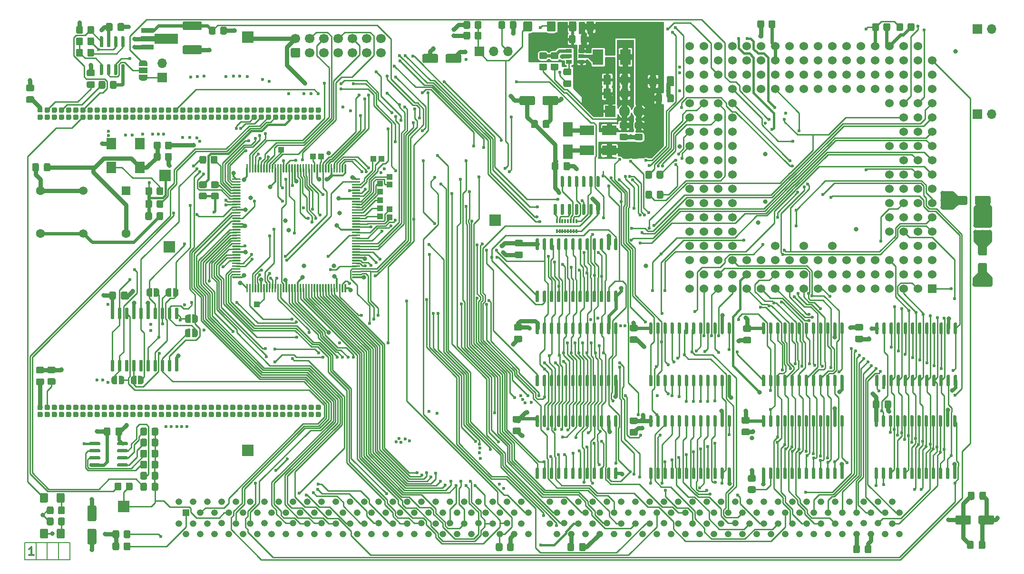
<source format=gbr>
G04 #@! TF.GenerationSoftware,KiCad,Pcbnew,(5.1.10-1-10_14)*
G04 #@! TF.CreationDate,2021-08-09T19:17:03+02:00*
G04 #@! TF.ProjectId,A3660_shanshe_mod2,41333636-305f-4736-9861-6e7368655f6d,rev?*
G04 #@! TF.SameCoordinates,Original*
G04 #@! TF.FileFunction,Copper,L1,Top*
G04 #@! TF.FilePolarity,Positive*
%FSLAX46Y46*%
G04 Gerber Fmt 4.6, Leading zero omitted, Abs format (unit mm)*
G04 Created by KiCad (PCBNEW (5.1.10-1-10_14)) date 2021-08-09 19:17:03*
%MOMM*%
%LPD*%
G01*
G04 APERTURE LIST*
G04 #@! TA.AperFunction,NonConductor*
%ADD10C,0.150000*%
G04 #@! TD*
G04 #@! TA.AperFunction,NonConductor*
%ADD11C,0.300000*%
G04 #@! TD*
G04 #@! TA.AperFunction,SMDPad,CuDef*
%ADD12R,1.000000X1.000000*%
G04 #@! TD*
G04 #@! TA.AperFunction,ComponentPad*
%ADD13R,1.524000X1.524000*%
G04 #@! TD*
G04 #@! TA.AperFunction,ComponentPad*
%ADD14C,1.524000*%
G04 #@! TD*
G04 #@! TA.AperFunction,ComponentPad*
%ADD15R,0.950000X0.950000*%
G04 #@! TD*
G04 #@! TA.AperFunction,ComponentPad*
%ADD16C,1.700000*%
G04 #@! TD*
G04 #@! TA.AperFunction,ComponentPad*
%ADD17R,1.905000X2.000000*%
G04 #@! TD*
G04 #@! TA.AperFunction,ComponentPad*
%ADD18O,1.905000X2.000000*%
G04 #@! TD*
G04 #@! TA.AperFunction,ComponentPad*
%ADD19R,1.700000X1.700000*%
G04 #@! TD*
G04 #@! TA.AperFunction,ComponentPad*
%ADD20O,1.700000X1.700000*%
G04 #@! TD*
G04 #@! TA.AperFunction,ComponentPad*
%ADD21O,1.200000X1.200000*%
G04 #@! TD*
G04 #@! TA.AperFunction,ComponentPad*
%ADD22R,1.200000X1.200000*%
G04 #@! TD*
G04 #@! TA.AperFunction,ComponentPad*
%ADD23C,1.600000*%
G04 #@! TD*
G04 #@! TA.AperFunction,ComponentPad*
%ADD24R,1.600000X1.600000*%
G04 #@! TD*
G04 #@! TA.AperFunction,SMDPad,CuDef*
%ADD25R,2.300000X0.900000*%
G04 #@! TD*
G04 #@! TA.AperFunction,SMDPad,CuDef*
%ADD26C,0.100000*%
G04 #@! TD*
G04 #@! TA.AperFunction,SMDPad,CuDef*
%ADD27R,1.800000X2.000000*%
G04 #@! TD*
G04 #@! TA.AperFunction,SMDPad,CuDef*
%ADD28R,1.060000X0.650000*%
G04 #@! TD*
G04 #@! TA.AperFunction,SMDPad,CuDef*
%ADD29R,1.903000X2.790000*%
G04 #@! TD*
G04 #@! TA.AperFunction,SMDPad,CuDef*
%ADD30R,2.500000X1.800000*%
G04 #@! TD*
G04 #@! TA.AperFunction,SMDPad,CuDef*
%ADD31R,1.800000X2.500000*%
G04 #@! TD*
G04 #@! TA.AperFunction,ComponentPad*
%ADD32R,2.000000X2.000000*%
G04 #@! TD*
G04 #@! TA.AperFunction,SMDPad,CuDef*
%ADD33R,0.300000X0.800000*%
G04 #@! TD*
G04 #@! TA.AperFunction,SMDPad,CuDef*
%ADD34R,1.500000X1.000000*%
G04 #@! TD*
G04 #@! TA.AperFunction,ViaPad*
%ADD35C,0.800000*%
G04 #@! TD*
G04 #@! TA.AperFunction,ViaPad*
%ADD36C,0.600000*%
G04 #@! TD*
G04 #@! TA.AperFunction,Conductor*
%ADD37C,0.250000*%
G04 #@! TD*
G04 #@! TA.AperFunction,Conductor*
%ADD38C,0.800000*%
G04 #@! TD*
G04 #@! TA.AperFunction,Conductor*
%ADD39C,0.600000*%
G04 #@! TD*
G04 #@! TA.AperFunction,Conductor*
%ADD40C,0.300000*%
G04 #@! TD*
G04 #@! TA.AperFunction,Conductor*
%ADD41C,0.400000*%
G04 #@! TD*
G04 #@! TA.AperFunction,Conductor*
%ADD42C,0.254000*%
G04 #@! TD*
G04 #@! TA.AperFunction,Conductor*
%ADD43C,0.100000*%
G04 #@! TD*
G04 APERTURE END LIST*
D10*
X86555500Y-122301000D02*
X86555500Y-125349000D01*
X84555500Y-122301000D02*
X84555500Y-125349000D01*
X82555500Y-122301000D02*
X82555500Y-125349000D01*
X78555500Y-125349000D02*
X78555500Y-122301000D01*
X86555500Y-125349000D02*
X78555500Y-125349000D01*
X80555500Y-122301000D02*
X80555500Y-125349000D01*
X78555500Y-122301000D02*
X86555500Y-122301000D01*
D11*
X80121071Y-124503571D02*
X79263928Y-124503571D01*
X79692500Y-124503571D02*
X79692500Y-123003571D01*
X79549642Y-123217857D01*
X79406785Y-123360714D01*
X79263928Y-123432142D01*
D12*
X143446500Y-58483500D03*
X143446500Y-64389000D03*
X143446500Y-62928500D03*
X141795500Y-64198500D03*
X141795500Y-62738000D03*
X141795500Y-61277500D03*
X141795500Y-59817000D03*
X141795500Y-58356500D03*
X124142500Y-52324000D03*
X143446500Y-57150000D03*
X119824500Y-79883000D03*
X142049500Y-53975000D03*
X140589000Y-53975000D03*
X129857500Y-53530500D03*
X131318000Y-53530500D03*
D13*
X240055000Y-77050900D03*
D14*
X237515000Y-77050900D03*
X234975000Y-77050900D03*
X232435000Y-77050900D03*
X229895000Y-77050900D03*
X227355000Y-77050900D03*
X224815000Y-77050900D03*
X222275000Y-77050900D03*
X219735000Y-77050900D03*
X217195000Y-77050900D03*
X214655000Y-77050900D03*
X212115000Y-77050900D03*
X209575000Y-77050900D03*
X207035000Y-77050900D03*
X204495000Y-77050900D03*
X201955000Y-77050900D03*
X199415000Y-77050900D03*
X196875000Y-77050900D03*
X240055000Y-74510900D03*
X237515000Y-74510900D03*
X234975000Y-74510900D03*
X232435000Y-74510900D03*
X229895000Y-74510900D03*
X227355000Y-74510900D03*
X224815000Y-74510900D03*
X222275000Y-74510900D03*
X219735000Y-74510900D03*
X217195000Y-74510900D03*
X214655000Y-74510900D03*
X212115000Y-74510900D03*
X209575000Y-74510900D03*
X207035000Y-74510900D03*
X204495000Y-74510900D03*
X201955000Y-74510900D03*
X199415000Y-74510900D03*
X196875000Y-74510900D03*
X240055000Y-71970900D03*
X237515000Y-71970900D03*
X234975000Y-71970900D03*
X232435000Y-71970900D03*
X229895000Y-71970900D03*
X227355000Y-71970900D03*
X224815000Y-71970900D03*
X222275000Y-71970900D03*
X219735000Y-71970900D03*
X217195000Y-71970900D03*
X214655000Y-71970900D03*
X212115000Y-71970900D03*
X209575000Y-71970900D03*
X207035000Y-71970900D03*
X204495000Y-71970900D03*
X201955000Y-71970900D03*
X199415000Y-71970900D03*
X196875000Y-71970900D03*
X240055000Y-69430900D03*
X237515000Y-69430900D03*
X234975000Y-69430900D03*
X201955000Y-69430900D03*
X199415000Y-69430900D03*
X196875000Y-69430900D03*
X240055000Y-66890900D03*
X237515000Y-66890900D03*
X234975000Y-66890900D03*
X201955000Y-66890900D03*
X199415000Y-66890900D03*
X196875000Y-66890900D03*
X240055000Y-64350900D03*
X237515000Y-64350900D03*
X234975000Y-64350900D03*
X201955000Y-64350900D03*
X199415000Y-64350900D03*
X196875000Y-64350900D03*
X240055000Y-61810900D03*
X237515000Y-61810900D03*
X234975000Y-61810900D03*
X201955000Y-61810900D03*
X199415000Y-61810900D03*
X196875000Y-61810900D03*
X240055000Y-59270900D03*
X237515000Y-59270900D03*
X234975000Y-59270900D03*
X201955000Y-59270900D03*
X199415000Y-59270900D03*
X196875000Y-59270900D03*
X240055000Y-56730900D03*
X237515000Y-56730900D03*
X234975000Y-56730900D03*
X201955000Y-56730900D03*
X199415000Y-56730900D03*
X196875000Y-56730900D03*
X240055000Y-54190900D03*
X237515000Y-54190900D03*
X234975000Y-54190900D03*
X201955000Y-54190900D03*
X199415000Y-54190900D03*
X196875000Y-54190900D03*
X240055000Y-51650900D03*
X237515000Y-51650900D03*
X234975000Y-51650900D03*
X201955000Y-51650900D03*
X199415000Y-51650900D03*
X196875000Y-51650900D03*
X240055000Y-49110900D03*
X237515000Y-49110900D03*
X234975000Y-49110900D03*
X201955000Y-49110900D03*
X199415000Y-49110900D03*
X196875000Y-49110900D03*
X240055000Y-46570900D03*
X237515000Y-46570900D03*
X234975000Y-46570900D03*
X201955000Y-46570900D03*
X199415000Y-46570900D03*
X196875000Y-46570900D03*
X240055000Y-44030900D03*
X237515000Y-44030900D03*
X234975000Y-44030900D03*
X201955000Y-44030900D03*
X199415000Y-44030900D03*
X196875000Y-44030900D03*
X240055000Y-41490900D03*
X237515000Y-41490900D03*
X234975000Y-41490900D03*
X201955000Y-41490900D03*
X199415000Y-41490900D03*
X196875000Y-41490900D03*
X240055000Y-38950900D03*
X237515000Y-38950900D03*
X234975000Y-38950900D03*
X232435000Y-38950900D03*
X229895000Y-38950900D03*
X227355000Y-38950900D03*
X224815000Y-38950900D03*
X222275000Y-38950900D03*
X219735000Y-38950900D03*
X217195000Y-38950900D03*
X214655000Y-38950900D03*
X212115000Y-38950900D03*
X209575000Y-38950900D03*
X207035000Y-38950900D03*
X204495000Y-38950900D03*
X201955000Y-38950900D03*
X199415000Y-38950900D03*
X196875000Y-38950900D03*
X240055000Y-36410900D03*
X237515000Y-36410900D03*
X234975000Y-36410900D03*
X232435000Y-36410900D03*
X229895000Y-36410900D03*
X227355000Y-36410900D03*
X224815000Y-36410900D03*
X222275000Y-36410900D03*
X219735000Y-36410900D03*
X217195000Y-36410900D03*
X214655000Y-36410900D03*
X212115000Y-36410900D03*
X209575000Y-36410900D03*
X207035000Y-36410900D03*
X204495000Y-36410900D03*
X201955000Y-36410900D03*
X199415000Y-36410900D03*
X196875000Y-36410900D03*
X237515000Y-33870900D03*
X234975000Y-33870900D03*
X232435000Y-33870900D03*
X229895000Y-33870900D03*
X227355000Y-33870900D03*
X224815000Y-33870900D03*
X222275000Y-33870900D03*
X219735000Y-33870900D03*
X217195000Y-33870900D03*
X214655000Y-33870900D03*
X212115000Y-33870900D03*
X209575000Y-33870900D03*
X207035000Y-33870900D03*
X204495000Y-33870900D03*
X201955000Y-33870900D03*
X199415000Y-33870900D03*
X196875000Y-33870900D03*
X222275000Y-69430900D03*
X217195000Y-69430900D03*
X212115000Y-69430900D03*
X204495000Y-69430900D03*
X232435000Y-66890900D03*
X204495000Y-66890900D03*
X232435000Y-64350900D03*
X204495000Y-64350900D03*
X232435000Y-61810900D03*
X204495000Y-61810900D03*
X232435000Y-59270900D03*
X204495000Y-59270900D03*
X232435000Y-56730900D03*
X204495000Y-56730900D03*
X204495000Y-54190900D03*
X232435000Y-51650900D03*
X204495000Y-51650900D03*
X204495000Y-49110900D03*
X204495000Y-46570900D03*
X232435000Y-44030900D03*
X204495000Y-44030900D03*
X232435000Y-41490900D03*
X229895000Y-41490900D03*
X227355000Y-41490900D03*
X224815000Y-41490900D03*
X222275000Y-41490900D03*
X219735000Y-41490900D03*
X217195000Y-41490900D03*
X214655000Y-41490900D03*
X212115000Y-41490900D03*
X209575000Y-41490900D03*
X207035000Y-41490900D03*
X204495000Y-41490900D03*
G04 #@! TA.AperFunction,ComponentPad*
G36*
G01*
X130555500Y-46051500D02*
X131030500Y-46051500D01*
G75*
G02*
X131268000Y-46289000I0J-237500D01*
G01*
X131268000Y-46764000D01*
G75*
G02*
X131030500Y-47001500I-237500J0D01*
G01*
X130555500Y-47001500D01*
G75*
G02*
X130318000Y-46764000I0J237500D01*
G01*
X130318000Y-46289000D01*
G75*
G02*
X130555500Y-46051500I237500J0D01*
G01*
G37*
G04 #@! TD.AperFunction*
G04 #@! TA.AperFunction,ComponentPad*
G36*
G01*
X130555500Y-44781500D02*
X131030500Y-44781500D01*
G75*
G02*
X131268000Y-45019000I0J-237500D01*
G01*
X131268000Y-45494000D01*
G75*
G02*
X131030500Y-45731500I-237500J0D01*
G01*
X130555500Y-45731500D01*
G75*
G02*
X130318000Y-45494000I0J237500D01*
G01*
X130318000Y-45019000D01*
G75*
G02*
X130555500Y-44781500I237500J0D01*
G01*
G37*
G04 #@! TD.AperFunction*
G04 #@! TA.AperFunction,ComponentPad*
G36*
G01*
X129285500Y-46051500D02*
X129760500Y-46051500D01*
G75*
G02*
X129998000Y-46289000I0J-237500D01*
G01*
X129998000Y-46764000D01*
G75*
G02*
X129760500Y-47001500I-237500J0D01*
G01*
X129285500Y-47001500D01*
G75*
G02*
X129048000Y-46764000I0J237500D01*
G01*
X129048000Y-46289000D01*
G75*
G02*
X129285500Y-46051500I237500J0D01*
G01*
G37*
G04 #@! TD.AperFunction*
G04 #@! TA.AperFunction,ComponentPad*
G36*
G01*
X129285500Y-44781500D02*
X129760500Y-44781500D01*
G75*
G02*
X129998000Y-45019000I0J-237500D01*
G01*
X129998000Y-45494000D01*
G75*
G02*
X129760500Y-45731500I-237500J0D01*
G01*
X129285500Y-45731500D01*
G75*
G02*
X129048000Y-45494000I0J237500D01*
G01*
X129048000Y-45019000D01*
G75*
G02*
X129285500Y-44781500I237500J0D01*
G01*
G37*
G04 #@! TD.AperFunction*
G04 #@! TA.AperFunction,ComponentPad*
G36*
G01*
X128015500Y-46051500D02*
X128490500Y-46051500D01*
G75*
G02*
X128728000Y-46289000I0J-237500D01*
G01*
X128728000Y-46764000D01*
G75*
G02*
X128490500Y-47001500I-237500J0D01*
G01*
X128015500Y-47001500D01*
G75*
G02*
X127778000Y-46764000I0J237500D01*
G01*
X127778000Y-46289000D01*
G75*
G02*
X128015500Y-46051500I237500J0D01*
G01*
G37*
G04 #@! TD.AperFunction*
G04 #@! TA.AperFunction,ComponentPad*
G36*
G01*
X128015500Y-44781500D02*
X128490500Y-44781500D01*
G75*
G02*
X128728000Y-45019000I0J-237500D01*
G01*
X128728000Y-45494000D01*
G75*
G02*
X128490500Y-45731500I-237500J0D01*
G01*
X128015500Y-45731500D01*
G75*
G02*
X127778000Y-45494000I0J237500D01*
G01*
X127778000Y-45019000D01*
G75*
G02*
X128015500Y-44781500I237500J0D01*
G01*
G37*
G04 #@! TD.AperFunction*
G04 #@! TA.AperFunction,ComponentPad*
G36*
G01*
X126745500Y-46051500D02*
X127220500Y-46051500D01*
G75*
G02*
X127458000Y-46289000I0J-237500D01*
G01*
X127458000Y-46764000D01*
G75*
G02*
X127220500Y-47001500I-237500J0D01*
G01*
X126745500Y-47001500D01*
G75*
G02*
X126508000Y-46764000I0J237500D01*
G01*
X126508000Y-46289000D01*
G75*
G02*
X126745500Y-46051500I237500J0D01*
G01*
G37*
G04 #@! TD.AperFunction*
G04 #@! TA.AperFunction,ComponentPad*
G36*
G01*
X126745500Y-44781500D02*
X127220500Y-44781500D01*
G75*
G02*
X127458000Y-45019000I0J-237500D01*
G01*
X127458000Y-45494000D01*
G75*
G02*
X127220500Y-45731500I-237500J0D01*
G01*
X126745500Y-45731500D01*
G75*
G02*
X126508000Y-45494000I0J237500D01*
G01*
X126508000Y-45019000D01*
G75*
G02*
X126745500Y-44781500I237500J0D01*
G01*
G37*
G04 #@! TD.AperFunction*
G04 #@! TA.AperFunction,ComponentPad*
G36*
G01*
X125475500Y-46051500D02*
X125950500Y-46051500D01*
G75*
G02*
X126188000Y-46289000I0J-237500D01*
G01*
X126188000Y-46764000D01*
G75*
G02*
X125950500Y-47001500I-237500J0D01*
G01*
X125475500Y-47001500D01*
G75*
G02*
X125238000Y-46764000I0J237500D01*
G01*
X125238000Y-46289000D01*
G75*
G02*
X125475500Y-46051500I237500J0D01*
G01*
G37*
G04 #@! TD.AperFunction*
G04 #@! TA.AperFunction,ComponentPad*
G36*
G01*
X125475500Y-44781500D02*
X125950500Y-44781500D01*
G75*
G02*
X126188000Y-45019000I0J-237500D01*
G01*
X126188000Y-45494000D01*
G75*
G02*
X125950500Y-45731500I-237500J0D01*
G01*
X125475500Y-45731500D01*
G75*
G02*
X125238000Y-45494000I0J237500D01*
G01*
X125238000Y-45019000D01*
G75*
G02*
X125475500Y-44781500I237500J0D01*
G01*
G37*
G04 #@! TD.AperFunction*
G04 #@! TA.AperFunction,ComponentPad*
G36*
G01*
X124205500Y-46051500D02*
X124680500Y-46051500D01*
G75*
G02*
X124918000Y-46289000I0J-237500D01*
G01*
X124918000Y-46764000D01*
G75*
G02*
X124680500Y-47001500I-237500J0D01*
G01*
X124205500Y-47001500D01*
G75*
G02*
X123968000Y-46764000I0J237500D01*
G01*
X123968000Y-46289000D01*
G75*
G02*
X124205500Y-46051500I237500J0D01*
G01*
G37*
G04 #@! TD.AperFunction*
G04 #@! TA.AperFunction,ComponentPad*
G36*
G01*
X124205500Y-44781500D02*
X124680500Y-44781500D01*
G75*
G02*
X124918000Y-45019000I0J-237500D01*
G01*
X124918000Y-45494000D01*
G75*
G02*
X124680500Y-45731500I-237500J0D01*
G01*
X124205500Y-45731500D01*
G75*
G02*
X123968000Y-45494000I0J237500D01*
G01*
X123968000Y-45019000D01*
G75*
G02*
X124205500Y-44781500I237500J0D01*
G01*
G37*
G04 #@! TD.AperFunction*
G04 #@! TA.AperFunction,ComponentPad*
G36*
G01*
X122935500Y-46051500D02*
X123410500Y-46051500D01*
G75*
G02*
X123648000Y-46289000I0J-237500D01*
G01*
X123648000Y-46764000D01*
G75*
G02*
X123410500Y-47001500I-237500J0D01*
G01*
X122935500Y-47001500D01*
G75*
G02*
X122698000Y-46764000I0J237500D01*
G01*
X122698000Y-46289000D01*
G75*
G02*
X122935500Y-46051500I237500J0D01*
G01*
G37*
G04 #@! TD.AperFunction*
G04 #@! TA.AperFunction,ComponentPad*
G36*
G01*
X122935500Y-44781500D02*
X123410500Y-44781500D01*
G75*
G02*
X123648000Y-45019000I0J-237500D01*
G01*
X123648000Y-45494000D01*
G75*
G02*
X123410500Y-45731500I-237500J0D01*
G01*
X122935500Y-45731500D01*
G75*
G02*
X122698000Y-45494000I0J237500D01*
G01*
X122698000Y-45019000D01*
G75*
G02*
X122935500Y-44781500I237500J0D01*
G01*
G37*
G04 #@! TD.AperFunction*
G04 #@! TA.AperFunction,ComponentPad*
G36*
G01*
X121665500Y-46051500D02*
X122140500Y-46051500D01*
G75*
G02*
X122378000Y-46289000I0J-237500D01*
G01*
X122378000Y-46764000D01*
G75*
G02*
X122140500Y-47001500I-237500J0D01*
G01*
X121665500Y-47001500D01*
G75*
G02*
X121428000Y-46764000I0J237500D01*
G01*
X121428000Y-46289000D01*
G75*
G02*
X121665500Y-46051500I237500J0D01*
G01*
G37*
G04 #@! TD.AperFunction*
G04 #@! TA.AperFunction,ComponentPad*
G36*
G01*
X121665500Y-44781500D02*
X122140500Y-44781500D01*
G75*
G02*
X122378000Y-45019000I0J-237500D01*
G01*
X122378000Y-45494000D01*
G75*
G02*
X122140500Y-45731500I-237500J0D01*
G01*
X121665500Y-45731500D01*
G75*
G02*
X121428000Y-45494000I0J237500D01*
G01*
X121428000Y-45019000D01*
G75*
G02*
X121665500Y-44781500I237500J0D01*
G01*
G37*
G04 #@! TD.AperFunction*
G04 #@! TA.AperFunction,ComponentPad*
G36*
G01*
X120395500Y-46051500D02*
X120870500Y-46051500D01*
G75*
G02*
X121108000Y-46289000I0J-237500D01*
G01*
X121108000Y-46764000D01*
G75*
G02*
X120870500Y-47001500I-237500J0D01*
G01*
X120395500Y-47001500D01*
G75*
G02*
X120158000Y-46764000I0J237500D01*
G01*
X120158000Y-46289000D01*
G75*
G02*
X120395500Y-46051500I237500J0D01*
G01*
G37*
G04 #@! TD.AperFunction*
G04 #@! TA.AperFunction,ComponentPad*
G36*
G01*
X120395500Y-44781500D02*
X120870500Y-44781500D01*
G75*
G02*
X121108000Y-45019000I0J-237500D01*
G01*
X121108000Y-45494000D01*
G75*
G02*
X120870500Y-45731500I-237500J0D01*
G01*
X120395500Y-45731500D01*
G75*
G02*
X120158000Y-45494000I0J237500D01*
G01*
X120158000Y-45019000D01*
G75*
G02*
X120395500Y-44781500I237500J0D01*
G01*
G37*
G04 #@! TD.AperFunction*
G04 #@! TA.AperFunction,ComponentPad*
G36*
G01*
X119125500Y-46051500D02*
X119600500Y-46051500D01*
G75*
G02*
X119838000Y-46289000I0J-237500D01*
G01*
X119838000Y-46764000D01*
G75*
G02*
X119600500Y-47001500I-237500J0D01*
G01*
X119125500Y-47001500D01*
G75*
G02*
X118888000Y-46764000I0J237500D01*
G01*
X118888000Y-46289000D01*
G75*
G02*
X119125500Y-46051500I237500J0D01*
G01*
G37*
G04 #@! TD.AperFunction*
G04 #@! TA.AperFunction,ComponentPad*
G36*
G01*
X119125500Y-44781500D02*
X119600500Y-44781500D01*
G75*
G02*
X119838000Y-45019000I0J-237500D01*
G01*
X119838000Y-45494000D01*
G75*
G02*
X119600500Y-45731500I-237500J0D01*
G01*
X119125500Y-45731500D01*
G75*
G02*
X118888000Y-45494000I0J237500D01*
G01*
X118888000Y-45019000D01*
G75*
G02*
X119125500Y-44781500I237500J0D01*
G01*
G37*
G04 #@! TD.AperFunction*
G04 #@! TA.AperFunction,ComponentPad*
G36*
G01*
X117855500Y-46051500D02*
X118330500Y-46051500D01*
G75*
G02*
X118568000Y-46289000I0J-237500D01*
G01*
X118568000Y-46764000D01*
G75*
G02*
X118330500Y-47001500I-237500J0D01*
G01*
X117855500Y-47001500D01*
G75*
G02*
X117618000Y-46764000I0J237500D01*
G01*
X117618000Y-46289000D01*
G75*
G02*
X117855500Y-46051500I237500J0D01*
G01*
G37*
G04 #@! TD.AperFunction*
G04 #@! TA.AperFunction,ComponentPad*
G36*
G01*
X117855500Y-44781500D02*
X118330500Y-44781500D01*
G75*
G02*
X118568000Y-45019000I0J-237500D01*
G01*
X118568000Y-45494000D01*
G75*
G02*
X118330500Y-45731500I-237500J0D01*
G01*
X117855500Y-45731500D01*
G75*
G02*
X117618000Y-45494000I0J237500D01*
G01*
X117618000Y-45019000D01*
G75*
G02*
X117855500Y-44781500I237500J0D01*
G01*
G37*
G04 #@! TD.AperFunction*
G04 #@! TA.AperFunction,ComponentPad*
G36*
G01*
X116585500Y-46051500D02*
X117060500Y-46051500D01*
G75*
G02*
X117298000Y-46289000I0J-237500D01*
G01*
X117298000Y-46764000D01*
G75*
G02*
X117060500Y-47001500I-237500J0D01*
G01*
X116585500Y-47001500D01*
G75*
G02*
X116348000Y-46764000I0J237500D01*
G01*
X116348000Y-46289000D01*
G75*
G02*
X116585500Y-46051500I237500J0D01*
G01*
G37*
G04 #@! TD.AperFunction*
G04 #@! TA.AperFunction,ComponentPad*
G36*
G01*
X116585500Y-44781500D02*
X117060500Y-44781500D01*
G75*
G02*
X117298000Y-45019000I0J-237500D01*
G01*
X117298000Y-45494000D01*
G75*
G02*
X117060500Y-45731500I-237500J0D01*
G01*
X116585500Y-45731500D01*
G75*
G02*
X116348000Y-45494000I0J237500D01*
G01*
X116348000Y-45019000D01*
G75*
G02*
X116585500Y-44781500I237500J0D01*
G01*
G37*
G04 #@! TD.AperFunction*
G04 #@! TA.AperFunction,ComponentPad*
G36*
G01*
X115315500Y-46051500D02*
X115790500Y-46051500D01*
G75*
G02*
X116028000Y-46289000I0J-237500D01*
G01*
X116028000Y-46764000D01*
G75*
G02*
X115790500Y-47001500I-237500J0D01*
G01*
X115315500Y-47001500D01*
G75*
G02*
X115078000Y-46764000I0J237500D01*
G01*
X115078000Y-46289000D01*
G75*
G02*
X115315500Y-46051500I237500J0D01*
G01*
G37*
G04 #@! TD.AperFunction*
G04 #@! TA.AperFunction,ComponentPad*
G36*
G01*
X115315500Y-44781500D02*
X115790500Y-44781500D01*
G75*
G02*
X116028000Y-45019000I0J-237500D01*
G01*
X116028000Y-45494000D01*
G75*
G02*
X115790500Y-45731500I-237500J0D01*
G01*
X115315500Y-45731500D01*
G75*
G02*
X115078000Y-45494000I0J237500D01*
G01*
X115078000Y-45019000D01*
G75*
G02*
X115315500Y-44781500I237500J0D01*
G01*
G37*
G04 #@! TD.AperFunction*
G04 #@! TA.AperFunction,ComponentPad*
G36*
G01*
X114045500Y-46051500D02*
X114520500Y-46051500D01*
G75*
G02*
X114758000Y-46289000I0J-237500D01*
G01*
X114758000Y-46764000D01*
G75*
G02*
X114520500Y-47001500I-237500J0D01*
G01*
X114045500Y-47001500D01*
G75*
G02*
X113808000Y-46764000I0J237500D01*
G01*
X113808000Y-46289000D01*
G75*
G02*
X114045500Y-46051500I237500J0D01*
G01*
G37*
G04 #@! TD.AperFunction*
G04 #@! TA.AperFunction,ComponentPad*
G36*
G01*
X114045500Y-44781500D02*
X114520500Y-44781500D01*
G75*
G02*
X114758000Y-45019000I0J-237500D01*
G01*
X114758000Y-45494000D01*
G75*
G02*
X114520500Y-45731500I-237500J0D01*
G01*
X114045500Y-45731500D01*
G75*
G02*
X113808000Y-45494000I0J237500D01*
G01*
X113808000Y-45019000D01*
G75*
G02*
X114045500Y-44781500I237500J0D01*
G01*
G37*
G04 #@! TD.AperFunction*
G04 #@! TA.AperFunction,ComponentPad*
G36*
G01*
X112775500Y-46051500D02*
X113250500Y-46051500D01*
G75*
G02*
X113488000Y-46289000I0J-237500D01*
G01*
X113488000Y-46764000D01*
G75*
G02*
X113250500Y-47001500I-237500J0D01*
G01*
X112775500Y-47001500D01*
G75*
G02*
X112538000Y-46764000I0J237500D01*
G01*
X112538000Y-46289000D01*
G75*
G02*
X112775500Y-46051500I237500J0D01*
G01*
G37*
G04 #@! TD.AperFunction*
G04 #@! TA.AperFunction,ComponentPad*
G36*
G01*
X112775500Y-44781500D02*
X113250500Y-44781500D01*
G75*
G02*
X113488000Y-45019000I0J-237500D01*
G01*
X113488000Y-45494000D01*
G75*
G02*
X113250500Y-45731500I-237500J0D01*
G01*
X112775500Y-45731500D01*
G75*
G02*
X112538000Y-45494000I0J237500D01*
G01*
X112538000Y-45019000D01*
G75*
G02*
X112775500Y-44781500I237500J0D01*
G01*
G37*
G04 #@! TD.AperFunction*
G04 #@! TA.AperFunction,ComponentPad*
G36*
G01*
X111505500Y-46051500D02*
X111980500Y-46051500D01*
G75*
G02*
X112218000Y-46289000I0J-237500D01*
G01*
X112218000Y-46764000D01*
G75*
G02*
X111980500Y-47001500I-237500J0D01*
G01*
X111505500Y-47001500D01*
G75*
G02*
X111268000Y-46764000I0J237500D01*
G01*
X111268000Y-46289000D01*
G75*
G02*
X111505500Y-46051500I237500J0D01*
G01*
G37*
G04 #@! TD.AperFunction*
G04 #@! TA.AperFunction,ComponentPad*
G36*
G01*
X111505500Y-44781500D02*
X111980500Y-44781500D01*
G75*
G02*
X112218000Y-45019000I0J-237500D01*
G01*
X112218000Y-45494000D01*
G75*
G02*
X111980500Y-45731500I-237500J0D01*
G01*
X111505500Y-45731500D01*
G75*
G02*
X111268000Y-45494000I0J237500D01*
G01*
X111268000Y-45019000D01*
G75*
G02*
X111505500Y-44781500I237500J0D01*
G01*
G37*
G04 #@! TD.AperFunction*
G04 #@! TA.AperFunction,ComponentPad*
G36*
G01*
X110235500Y-46051500D02*
X110710500Y-46051500D01*
G75*
G02*
X110948000Y-46289000I0J-237500D01*
G01*
X110948000Y-46764000D01*
G75*
G02*
X110710500Y-47001500I-237500J0D01*
G01*
X110235500Y-47001500D01*
G75*
G02*
X109998000Y-46764000I0J237500D01*
G01*
X109998000Y-46289000D01*
G75*
G02*
X110235500Y-46051500I237500J0D01*
G01*
G37*
G04 #@! TD.AperFunction*
G04 #@! TA.AperFunction,ComponentPad*
G36*
G01*
X110235500Y-44781500D02*
X110710500Y-44781500D01*
G75*
G02*
X110948000Y-45019000I0J-237500D01*
G01*
X110948000Y-45494000D01*
G75*
G02*
X110710500Y-45731500I-237500J0D01*
G01*
X110235500Y-45731500D01*
G75*
G02*
X109998000Y-45494000I0J237500D01*
G01*
X109998000Y-45019000D01*
G75*
G02*
X110235500Y-44781500I237500J0D01*
G01*
G37*
G04 #@! TD.AperFunction*
G04 #@! TA.AperFunction,ComponentPad*
G36*
G01*
X108965500Y-46051500D02*
X109440500Y-46051500D01*
G75*
G02*
X109678000Y-46289000I0J-237500D01*
G01*
X109678000Y-46764000D01*
G75*
G02*
X109440500Y-47001500I-237500J0D01*
G01*
X108965500Y-47001500D01*
G75*
G02*
X108728000Y-46764000I0J237500D01*
G01*
X108728000Y-46289000D01*
G75*
G02*
X108965500Y-46051500I237500J0D01*
G01*
G37*
G04 #@! TD.AperFunction*
G04 #@! TA.AperFunction,ComponentPad*
G36*
G01*
X108965500Y-44781500D02*
X109440500Y-44781500D01*
G75*
G02*
X109678000Y-45019000I0J-237500D01*
G01*
X109678000Y-45494000D01*
G75*
G02*
X109440500Y-45731500I-237500J0D01*
G01*
X108965500Y-45731500D01*
G75*
G02*
X108728000Y-45494000I0J237500D01*
G01*
X108728000Y-45019000D01*
G75*
G02*
X108965500Y-44781500I237500J0D01*
G01*
G37*
G04 #@! TD.AperFunction*
G04 #@! TA.AperFunction,ComponentPad*
G36*
G01*
X107695500Y-46051500D02*
X108170500Y-46051500D01*
G75*
G02*
X108408000Y-46289000I0J-237500D01*
G01*
X108408000Y-46764000D01*
G75*
G02*
X108170500Y-47001500I-237500J0D01*
G01*
X107695500Y-47001500D01*
G75*
G02*
X107458000Y-46764000I0J237500D01*
G01*
X107458000Y-46289000D01*
G75*
G02*
X107695500Y-46051500I237500J0D01*
G01*
G37*
G04 #@! TD.AperFunction*
G04 #@! TA.AperFunction,ComponentPad*
G36*
G01*
X107695500Y-44781500D02*
X108170500Y-44781500D01*
G75*
G02*
X108408000Y-45019000I0J-237500D01*
G01*
X108408000Y-45494000D01*
G75*
G02*
X108170500Y-45731500I-237500J0D01*
G01*
X107695500Y-45731500D01*
G75*
G02*
X107458000Y-45494000I0J237500D01*
G01*
X107458000Y-45019000D01*
G75*
G02*
X107695500Y-44781500I237500J0D01*
G01*
G37*
G04 #@! TD.AperFunction*
G04 #@! TA.AperFunction,ComponentPad*
G36*
G01*
X106425500Y-46051500D02*
X106900500Y-46051500D01*
G75*
G02*
X107138000Y-46289000I0J-237500D01*
G01*
X107138000Y-46764000D01*
G75*
G02*
X106900500Y-47001500I-237500J0D01*
G01*
X106425500Y-47001500D01*
G75*
G02*
X106188000Y-46764000I0J237500D01*
G01*
X106188000Y-46289000D01*
G75*
G02*
X106425500Y-46051500I237500J0D01*
G01*
G37*
G04 #@! TD.AperFunction*
G04 #@! TA.AperFunction,ComponentPad*
G36*
G01*
X106425500Y-44781500D02*
X106900500Y-44781500D01*
G75*
G02*
X107138000Y-45019000I0J-237500D01*
G01*
X107138000Y-45494000D01*
G75*
G02*
X106900500Y-45731500I-237500J0D01*
G01*
X106425500Y-45731500D01*
G75*
G02*
X106188000Y-45494000I0J237500D01*
G01*
X106188000Y-45019000D01*
G75*
G02*
X106425500Y-44781500I237500J0D01*
G01*
G37*
G04 #@! TD.AperFunction*
G04 #@! TA.AperFunction,ComponentPad*
G36*
G01*
X105155500Y-46051500D02*
X105630500Y-46051500D01*
G75*
G02*
X105868000Y-46289000I0J-237500D01*
G01*
X105868000Y-46764000D01*
G75*
G02*
X105630500Y-47001500I-237500J0D01*
G01*
X105155500Y-47001500D01*
G75*
G02*
X104918000Y-46764000I0J237500D01*
G01*
X104918000Y-46289000D01*
G75*
G02*
X105155500Y-46051500I237500J0D01*
G01*
G37*
G04 #@! TD.AperFunction*
G04 #@! TA.AperFunction,ComponentPad*
G36*
G01*
X105155500Y-44781500D02*
X105630500Y-44781500D01*
G75*
G02*
X105868000Y-45019000I0J-237500D01*
G01*
X105868000Y-45494000D01*
G75*
G02*
X105630500Y-45731500I-237500J0D01*
G01*
X105155500Y-45731500D01*
G75*
G02*
X104918000Y-45494000I0J237500D01*
G01*
X104918000Y-45019000D01*
G75*
G02*
X105155500Y-44781500I237500J0D01*
G01*
G37*
G04 #@! TD.AperFunction*
G04 #@! TA.AperFunction,ComponentPad*
G36*
G01*
X103885500Y-46051500D02*
X104360500Y-46051500D01*
G75*
G02*
X104598000Y-46289000I0J-237500D01*
G01*
X104598000Y-46764000D01*
G75*
G02*
X104360500Y-47001500I-237500J0D01*
G01*
X103885500Y-47001500D01*
G75*
G02*
X103648000Y-46764000I0J237500D01*
G01*
X103648000Y-46289000D01*
G75*
G02*
X103885500Y-46051500I237500J0D01*
G01*
G37*
G04 #@! TD.AperFunction*
G04 #@! TA.AperFunction,ComponentPad*
G36*
G01*
X103885500Y-44781500D02*
X104360500Y-44781500D01*
G75*
G02*
X104598000Y-45019000I0J-237500D01*
G01*
X104598000Y-45494000D01*
G75*
G02*
X104360500Y-45731500I-237500J0D01*
G01*
X103885500Y-45731500D01*
G75*
G02*
X103648000Y-45494000I0J237500D01*
G01*
X103648000Y-45019000D01*
G75*
G02*
X103885500Y-44781500I237500J0D01*
G01*
G37*
G04 #@! TD.AperFunction*
G04 #@! TA.AperFunction,ComponentPad*
G36*
G01*
X102615500Y-46051500D02*
X103090500Y-46051500D01*
G75*
G02*
X103328000Y-46289000I0J-237500D01*
G01*
X103328000Y-46764000D01*
G75*
G02*
X103090500Y-47001500I-237500J0D01*
G01*
X102615500Y-47001500D01*
G75*
G02*
X102378000Y-46764000I0J237500D01*
G01*
X102378000Y-46289000D01*
G75*
G02*
X102615500Y-46051500I237500J0D01*
G01*
G37*
G04 #@! TD.AperFunction*
G04 #@! TA.AperFunction,ComponentPad*
G36*
G01*
X102615500Y-44781500D02*
X103090500Y-44781500D01*
G75*
G02*
X103328000Y-45019000I0J-237500D01*
G01*
X103328000Y-45494000D01*
G75*
G02*
X103090500Y-45731500I-237500J0D01*
G01*
X102615500Y-45731500D01*
G75*
G02*
X102378000Y-45494000I0J237500D01*
G01*
X102378000Y-45019000D01*
G75*
G02*
X102615500Y-44781500I237500J0D01*
G01*
G37*
G04 #@! TD.AperFunction*
G04 #@! TA.AperFunction,ComponentPad*
G36*
G01*
X101345500Y-46051500D02*
X101820500Y-46051500D01*
G75*
G02*
X102058000Y-46289000I0J-237500D01*
G01*
X102058000Y-46764000D01*
G75*
G02*
X101820500Y-47001500I-237500J0D01*
G01*
X101345500Y-47001500D01*
G75*
G02*
X101108000Y-46764000I0J237500D01*
G01*
X101108000Y-46289000D01*
G75*
G02*
X101345500Y-46051500I237500J0D01*
G01*
G37*
G04 #@! TD.AperFunction*
G04 #@! TA.AperFunction,ComponentPad*
G36*
G01*
X101345500Y-44781500D02*
X101820500Y-44781500D01*
G75*
G02*
X102058000Y-45019000I0J-237500D01*
G01*
X102058000Y-45494000D01*
G75*
G02*
X101820500Y-45731500I-237500J0D01*
G01*
X101345500Y-45731500D01*
G75*
G02*
X101108000Y-45494000I0J237500D01*
G01*
X101108000Y-45019000D01*
G75*
G02*
X101345500Y-44781500I237500J0D01*
G01*
G37*
G04 #@! TD.AperFunction*
G04 #@! TA.AperFunction,ComponentPad*
G36*
G01*
X100075500Y-46051500D02*
X100550500Y-46051500D01*
G75*
G02*
X100788000Y-46289000I0J-237500D01*
G01*
X100788000Y-46764000D01*
G75*
G02*
X100550500Y-47001500I-237500J0D01*
G01*
X100075500Y-47001500D01*
G75*
G02*
X99838000Y-46764000I0J237500D01*
G01*
X99838000Y-46289000D01*
G75*
G02*
X100075500Y-46051500I237500J0D01*
G01*
G37*
G04 #@! TD.AperFunction*
G04 #@! TA.AperFunction,ComponentPad*
G36*
G01*
X100075500Y-44781500D02*
X100550500Y-44781500D01*
G75*
G02*
X100788000Y-45019000I0J-237500D01*
G01*
X100788000Y-45494000D01*
G75*
G02*
X100550500Y-45731500I-237500J0D01*
G01*
X100075500Y-45731500D01*
G75*
G02*
X99838000Y-45494000I0J237500D01*
G01*
X99838000Y-45019000D01*
G75*
G02*
X100075500Y-44781500I237500J0D01*
G01*
G37*
G04 #@! TD.AperFunction*
G04 #@! TA.AperFunction,ComponentPad*
G36*
G01*
X98805500Y-46051500D02*
X99280500Y-46051500D01*
G75*
G02*
X99518000Y-46289000I0J-237500D01*
G01*
X99518000Y-46764000D01*
G75*
G02*
X99280500Y-47001500I-237500J0D01*
G01*
X98805500Y-47001500D01*
G75*
G02*
X98568000Y-46764000I0J237500D01*
G01*
X98568000Y-46289000D01*
G75*
G02*
X98805500Y-46051500I237500J0D01*
G01*
G37*
G04 #@! TD.AperFunction*
G04 #@! TA.AperFunction,ComponentPad*
G36*
G01*
X98805500Y-44781500D02*
X99280500Y-44781500D01*
G75*
G02*
X99518000Y-45019000I0J-237500D01*
G01*
X99518000Y-45494000D01*
G75*
G02*
X99280500Y-45731500I-237500J0D01*
G01*
X98805500Y-45731500D01*
G75*
G02*
X98568000Y-45494000I0J237500D01*
G01*
X98568000Y-45019000D01*
G75*
G02*
X98805500Y-44781500I237500J0D01*
G01*
G37*
G04 #@! TD.AperFunction*
G04 #@! TA.AperFunction,ComponentPad*
G36*
G01*
X97535500Y-46051500D02*
X98010500Y-46051500D01*
G75*
G02*
X98248000Y-46289000I0J-237500D01*
G01*
X98248000Y-46764000D01*
G75*
G02*
X98010500Y-47001500I-237500J0D01*
G01*
X97535500Y-47001500D01*
G75*
G02*
X97298000Y-46764000I0J237500D01*
G01*
X97298000Y-46289000D01*
G75*
G02*
X97535500Y-46051500I237500J0D01*
G01*
G37*
G04 #@! TD.AperFunction*
G04 #@! TA.AperFunction,ComponentPad*
G36*
G01*
X97535500Y-44781500D02*
X98010500Y-44781500D01*
G75*
G02*
X98248000Y-45019000I0J-237500D01*
G01*
X98248000Y-45494000D01*
G75*
G02*
X98010500Y-45731500I-237500J0D01*
G01*
X97535500Y-45731500D01*
G75*
G02*
X97298000Y-45494000I0J237500D01*
G01*
X97298000Y-45019000D01*
G75*
G02*
X97535500Y-44781500I237500J0D01*
G01*
G37*
G04 #@! TD.AperFunction*
G04 #@! TA.AperFunction,ComponentPad*
G36*
G01*
X96265500Y-46051500D02*
X96740500Y-46051500D01*
G75*
G02*
X96978000Y-46289000I0J-237500D01*
G01*
X96978000Y-46764000D01*
G75*
G02*
X96740500Y-47001500I-237500J0D01*
G01*
X96265500Y-47001500D01*
G75*
G02*
X96028000Y-46764000I0J237500D01*
G01*
X96028000Y-46289000D01*
G75*
G02*
X96265500Y-46051500I237500J0D01*
G01*
G37*
G04 #@! TD.AperFunction*
G04 #@! TA.AperFunction,ComponentPad*
G36*
G01*
X96265500Y-44781500D02*
X96740500Y-44781500D01*
G75*
G02*
X96978000Y-45019000I0J-237500D01*
G01*
X96978000Y-45494000D01*
G75*
G02*
X96740500Y-45731500I-237500J0D01*
G01*
X96265500Y-45731500D01*
G75*
G02*
X96028000Y-45494000I0J237500D01*
G01*
X96028000Y-45019000D01*
G75*
G02*
X96265500Y-44781500I237500J0D01*
G01*
G37*
G04 #@! TD.AperFunction*
G04 #@! TA.AperFunction,ComponentPad*
G36*
G01*
X94995500Y-46051500D02*
X95470500Y-46051500D01*
G75*
G02*
X95708000Y-46289000I0J-237500D01*
G01*
X95708000Y-46764000D01*
G75*
G02*
X95470500Y-47001500I-237500J0D01*
G01*
X94995500Y-47001500D01*
G75*
G02*
X94758000Y-46764000I0J237500D01*
G01*
X94758000Y-46289000D01*
G75*
G02*
X94995500Y-46051500I237500J0D01*
G01*
G37*
G04 #@! TD.AperFunction*
G04 #@! TA.AperFunction,ComponentPad*
G36*
G01*
X94995500Y-44781500D02*
X95470500Y-44781500D01*
G75*
G02*
X95708000Y-45019000I0J-237500D01*
G01*
X95708000Y-45494000D01*
G75*
G02*
X95470500Y-45731500I-237500J0D01*
G01*
X94995500Y-45731500D01*
G75*
G02*
X94758000Y-45494000I0J237500D01*
G01*
X94758000Y-45019000D01*
G75*
G02*
X94995500Y-44781500I237500J0D01*
G01*
G37*
G04 #@! TD.AperFunction*
G04 #@! TA.AperFunction,ComponentPad*
G36*
G01*
X93725500Y-46051500D02*
X94200500Y-46051500D01*
G75*
G02*
X94438000Y-46289000I0J-237500D01*
G01*
X94438000Y-46764000D01*
G75*
G02*
X94200500Y-47001500I-237500J0D01*
G01*
X93725500Y-47001500D01*
G75*
G02*
X93488000Y-46764000I0J237500D01*
G01*
X93488000Y-46289000D01*
G75*
G02*
X93725500Y-46051500I237500J0D01*
G01*
G37*
G04 #@! TD.AperFunction*
G04 #@! TA.AperFunction,ComponentPad*
G36*
G01*
X93725500Y-44781500D02*
X94200500Y-44781500D01*
G75*
G02*
X94438000Y-45019000I0J-237500D01*
G01*
X94438000Y-45494000D01*
G75*
G02*
X94200500Y-45731500I-237500J0D01*
G01*
X93725500Y-45731500D01*
G75*
G02*
X93488000Y-45494000I0J237500D01*
G01*
X93488000Y-45019000D01*
G75*
G02*
X93725500Y-44781500I237500J0D01*
G01*
G37*
G04 #@! TD.AperFunction*
G04 #@! TA.AperFunction,ComponentPad*
G36*
G01*
X92455500Y-46051500D02*
X92930500Y-46051500D01*
G75*
G02*
X93168000Y-46289000I0J-237500D01*
G01*
X93168000Y-46764000D01*
G75*
G02*
X92930500Y-47001500I-237500J0D01*
G01*
X92455500Y-47001500D01*
G75*
G02*
X92218000Y-46764000I0J237500D01*
G01*
X92218000Y-46289000D01*
G75*
G02*
X92455500Y-46051500I237500J0D01*
G01*
G37*
G04 #@! TD.AperFunction*
G04 #@! TA.AperFunction,ComponentPad*
G36*
G01*
X92455500Y-44781500D02*
X92930500Y-44781500D01*
G75*
G02*
X93168000Y-45019000I0J-237500D01*
G01*
X93168000Y-45494000D01*
G75*
G02*
X92930500Y-45731500I-237500J0D01*
G01*
X92455500Y-45731500D01*
G75*
G02*
X92218000Y-45494000I0J237500D01*
G01*
X92218000Y-45019000D01*
G75*
G02*
X92455500Y-44781500I237500J0D01*
G01*
G37*
G04 #@! TD.AperFunction*
G04 #@! TA.AperFunction,ComponentPad*
G36*
G01*
X91185500Y-46051500D02*
X91660500Y-46051500D01*
G75*
G02*
X91898000Y-46289000I0J-237500D01*
G01*
X91898000Y-46764000D01*
G75*
G02*
X91660500Y-47001500I-237500J0D01*
G01*
X91185500Y-47001500D01*
G75*
G02*
X90948000Y-46764000I0J237500D01*
G01*
X90948000Y-46289000D01*
G75*
G02*
X91185500Y-46051500I237500J0D01*
G01*
G37*
G04 #@! TD.AperFunction*
G04 #@! TA.AperFunction,ComponentPad*
G36*
G01*
X91185500Y-44781500D02*
X91660500Y-44781500D01*
G75*
G02*
X91898000Y-45019000I0J-237500D01*
G01*
X91898000Y-45494000D01*
G75*
G02*
X91660500Y-45731500I-237500J0D01*
G01*
X91185500Y-45731500D01*
G75*
G02*
X90948000Y-45494000I0J237500D01*
G01*
X90948000Y-45019000D01*
G75*
G02*
X91185500Y-44781500I237500J0D01*
G01*
G37*
G04 #@! TD.AperFunction*
G04 #@! TA.AperFunction,ComponentPad*
G36*
G01*
X89915500Y-46051500D02*
X90390500Y-46051500D01*
G75*
G02*
X90628000Y-46289000I0J-237500D01*
G01*
X90628000Y-46764000D01*
G75*
G02*
X90390500Y-47001500I-237500J0D01*
G01*
X89915500Y-47001500D01*
G75*
G02*
X89678000Y-46764000I0J237500D01*
G01*
X89678000Y-46289000D01*
G75*
G02*
X89915500Y-46051500I237500J0D01*
G01*
G37*
G04 #@! TD.AperFunction*
G04 #@! TA.AperFunction,ComponentPad*
G36*
G01*
X89915500Y-44781500D02*
X90390500Y-44781500D01*
G75*
G02*
X90628000Y-45019000I0J-237500D01*
G01*
X90628000Y-45494000D01*
G75*
G02*
X90390500Y-45731500I-237500J0D01*
G01*
X89915500Y-45731500D01*
G75*
G02*
X89678000Y-45494000I0J237500D01*
G01*
X89678000Y-45019000D01*
G75*
G02*
X89915500Y-44781500I237500J0D01*
G01*
G37*
G04 #@! TD.AperFunction*
G04 #@! TA.AperFunction,ComponentPad*
G36*
G01*
X88645500Y-46051500D02*
X89120500Y-46051500D01*
G75*
G02*
X89358000Y-46289000I0J-237500D01*
G01*
X89358000Y-46764000D01*
G75*
G02*
X89120500Y-47001500I-237500J0D01*
G01*
X88645500Y-47001500D01*
G75*
G02*
X88408000Y-46764000I0J237500D01*
G01*
X88408000Y-46289000D01*
G75*
G02*
X88645500Y-46051500I237500J0D01*
G01*
G37*
G04 #@! TD.AperFunction*
G04 #@! TA.AperFunction,ComponentPad*
G36*
G01*
X88645500Y-44781500D02*
X89120500Y-44781500D01*
G75*
G02*
X89358000Y-45019000I0J-237500D01*
G01*
X89358000Y-45494000D01*
G75*
G02*
X89120500Y-45731500I-237500J0D01*
G01*
X88645500Y-45731500D01*
G75*
G02*
X88408000Y-45494000I0J237500D01*
G01*
X88408000Y-45019000D01*
G75*
G02*
X88645500Y-44781500I237500J0D01*
G01*
G37*
G04 #@! TD.AperFunction*
G04 #@! TA.AperFunction,ComponentPad*
G36*
G01*
X87375500Y-46051500D02*
X87850500Y-46051500D01*
G75*
G02*
X88088000Y-46289000I0J-237500D01*
G01*
X88088000Y-46764000D01*
G75*
G02*
X87850500Y-47001500I-237500J0D01*
G01*
X87375500Y-47001500D01*
G75*
G02*
X87138000Y-46764000I0J237500D01*
G01*
X87138000Y-46289000D01*
G75*
G02*
X87375500Y-46051500I237500J0D01*
G01*
G37*
G04 #@! TD.AperFunction*
G04 #@! TA.AperFunction,ComponentPad*
G36*
G01*
X87375500Y-44781500D02*
X87850500Y-44781500D01*
G75*
G02*
X88088000Y-45019000I0J-237500D01*
G01*
X88088000Y-45494000D01*
G75*
G02*
X87850500Y-45731500I-237500J0D01*
G01*
X87375500Y-45731500D01*
G75*
G02*
X87138000Y-45494000I0J237500D01*
G01*
X87138000Y-45019000D01*
G75*
G02*
X87375500Y-44781500I237500J0D01*
G01*
G37*
G04 #@! TD.AperFunction*
G04 #@! TA.AperFunction,ComponentPad*
G36*
G01*
X86105500Y-46051500D02*
X86580500Y-46051500D01*
G75*
G02*
X86818000Y-46289000I0J-237500D01*
G01*
X86818000Y-46764000D01*
G75*
G02*
X86580500Y-47001500I-237500J0D01*
G01*
X86105500Y-47001500D01*
G75*
G02*
X85868000Y-46764000I0J237500D01*
G01*
X85868000Y-46289000D01*
G75*
G02*
X86105500Y-46051500I237500J0D01*
G01*
G37*
G04 #@! TD.AperFunction*
G04 #@! TA.AperFunction,ComponentPad*
G36*
G01*
X86105500Y-44781500D02*
X86580500Y-44781500D01*
G75*
G02*
X86818000Y-45019000I0J-237500D01*
G01*
X86818000Y-45494000D01*
G75*
G02*
X86580500Y-45731500I-237500J0D01*
G01*
X86105500Y-45731500D01*
G75*
G02*
X85868000Y-45494000I0J237500D01*
G01*
X85868000Y-45019000D01*
G75*
G02*
X86105500Y-44781500I237500J0D01*
G01*
G37*
G04 #@! TD.AperFunction*
G04 #@! TA.AperFunction,ComponentPad*
G36*
G01*
X84835500Y-46051500D02*
X85310500Y-46051500D01*
G75*
G02*
X85548000Y-46289000I0J-237500D01*
G01*
X85548000Y-46764000D01*
G75*
G02*
X85310500Y-47001500I-237500J0D01*
G01*
X84835500Y-47001500D01*
G75*
G02*
X84598000Y-46764000I0J237500D01*
G01*
X84598000Y-46289000D01*
G75*
G02*
X84835500Y-46051500I237500J0D01*
G01*
G37*
G04 #@! TD.AperFunction*
G04 #@! TA.AperFunction,ComponentPad*
G36*
G01*
X84835500Y-44781500D02*
X85310500Y-44781500D01*
G75*
G02*
X85548000Y-45019000I0J-237500D01*
G01*
X85548000Y-45494000D01*
G75*
G02*
X85310500Y-45731500I-237500J0D01*
G01*
X84835500Y-45731500D01*
G75*
G02*
X84598000Y-45494000I0J237500D01*
G01*
X84598000Y-45019000D01*
G75*
G02*
X84835500Y-44781500I237500J0D01*
G01*
G37*
G04 #@! TD.AperFunction*
G04 #@! TA.AperFunction,ComponentPad*
G36*
G01*
X83565500Y-46051500D02*
X84040500Y-46051500D01*
G75*
G02*
X84278000Y-46289000I0J-237500D01*
G01*
X84278000Y-46764000D01*
G75*
G02*
X84040500Y-47001500I-237500J0D01*
G01*
X83565500Y-47001500D01*
G75*
G02*
X83328000Y-46764000I0J237500D01*
G01*
X83328000Y-46289000D01*
G75*
G02*
X83565500Y-46051500I237500J0D01*
G01*
G37*
G04 #@! TD.AperFunction*
G04 #@! TA.AperFunction,ComponentPad*
G36*
G01*
X83565500Y-44781500D02*
X84040500Y-44781500D01*
G75*
G02*
X84278000Y-45019000I0J-237500D01*
G01*
X84278000Y-45494000D01*
G75*
G02*
X84040500Y-45731500I-237500J0D01*
G01*
X83565500Y-45731500D01*
G75*
G02*
X83328000Y-45494000I0J237500D01*
G01*
X83328000Y-45019000D01*
G75*
G02*
X83565500Y-44781500I237500J0D01*
G01*
G37*
G04 #@! TD.AperFunction*
G04 #@! TA.AperFunction,ComponentPad*
G36*
G01*
X82295500Y-46051500D02*
X82770500Y-46051500D01*
G75*
G02*
X83008000Y-46289000I0J-237500D01*
G01*
X83008000Y-46764000D01*
G75*
G02*
X82770500Y-47001500I-237500J0D01*
G01*
X82295500Y-47001500D01*
G75*
G02*
X82058000Y-46764000I0J237500D01*
G01*
X82058000Y-46289000D01*
G75*
G02*
X82295500Y-46051500I237500J0D01*
G01*
G37*
G04 #@! TD.AperFunction*
G04 #@! TA.AperFunction,ComponentPad*
G36*
G01*
X82295500Y-44781500D02*
X82770500Y-44781500D01*
G75*
G02*
X83008000Y-45019000I0J-237500D01*
G01*
X83008000Y-45494000D01*
G75*
G02*
X82770500Y-45731500I-237500J0D01*
G01*
X82295500Y-45731500D01*
G75*
G02*
X82058000Y-45494000I0J237500D01*
G01*
X82058000Y-45019000D01*
G75*
G02*
X82295500Y-44781500I237500J0D01*
G01*
G37*
G04 #@! TD.AperFunction*
G04 #@! TA.AperFunction,ComponentPad*
G36*
G01*
X81025500Y-46051500D02*
X81500500Y-46051500D01*
G75*
G02*
X81738000Y-46289000I0J-237500D01*
G01*
X81738000Y-46764000D01*
G75*
G02*
X81500500Y-47001500I-237500J0D01*
G01*
X81025500Y-47001500D01*
G75*
G02*
X80788000Y-46764000I0J237500D01*
G01*
X80788000Y-46289000D01*
G75*
G02*
X81025500Y-46051500I237500J0D01*
G01*
G37*
G04 #@! TD.AperFunction*
D15*
X81263000Y-45256500D03*
G04 #@! TA.AperFunction,ComponentPad*
G36*
G01*
X130555500Y-98988000D02*
X131030500Y-98988000D01*
G75*
G02*
X131268000Y-99225500I0J-237500D01*
G01*
X131268000Y-99700500D01*
G75*
G02*
X131030500Y-99938000I-237500J0D01*
G01*
X130555500Y-99938000D01*
G75*
G02*
X130318000Y-99700500I0J237500D01*
G01*
X130318000Y-99225500D01*
G75*
G02*
X130555500Y-98988000I237500J0D01*
G01*
G37*
G04 #@! TD.AperFunction*
G04 #@! TA.AperFunction,ComponentPad*
G36*
G01*
X130555500Y-97718000D02*
X131030500Y-97718000D01*
G75*
G02*
X131268000Y-97955500I0J-237500D01*
G01*
X131268000Y-98430500D01*
G75*
G02*
X131030500Y-98668000I-237500J0D01*
G01*
X130555500Y-98668000D01*
G75*
G02*
X130318000Y-98430500I0J237500D01*
G01*
X130318000Y-97955500D01*
G75*
G02*
X130555500Y-97718000I237500J0D01*
G01*
G37*
G04 #@! TD.AperFunction*
G04 #@! TA.AperFunction,ComponentPad*
G36*
G01*
X129285500Y-98988000D02*
X129760500Y-98988000D01*
G75*
G02*
X129998000Y-99225500I0J-237500D01*
G01*
X129998000Y-99700500D01*
G75*
G02*
X129760500Y-99938000I-237500J0D01*
G01*
X129285500Y-99938000D01*
G75*
G02*
X129048000Y-99700500I0J237500D01*
G01*
X129048000Y-99225500D01*
G75*
G02*
X129285500Y-98988000I237500J0D01*
G01*
G37*
G04 #@! TD.AperFunction*
G04 #@! TA.AperFunction,ComponentPad*
G36*
G01*
X129285500Y-97718000D02*
X129760500Y-97718000D01*
G75*
G02*
X129998000Y-97955500I0J-237500D01*
G01*
X129998000Y-98430500D01*
G75*
G02*
X129760500Y-98668000I-237500J0D01*
G01*
X129285500Y-98668000D01*
G75*
G02*
X129048000Y-98430500I0J237500D01*
G01*
X129048000Y-97955500D01*
G75*
G02*
X129285500Y-97718000I237500J0D01*
G01*
G37*
G04 #@! TD.AperFunction*
G04 #@! TA.AperFunction,ComponentPad*
G36*
G01*
X128015500Y-98988000D02*
X128490500Y-98988000D01*
G75*
G02*
X128728000Y-99225500I0J-237500D01*
G01*
X128728000Y-99700500D01*
G75*
G02*
X128490500Y-99938000I-237500J0D01*
G01*
X128015500Y-99938000D01*
G75*
G02*
X127778000Y-99700500I0J237500D01*
G01*
X127778000Y-99225500D01*
G75*
G02*
X128015500Y-98988000I237500J0D01*
G01*
G37*
G04 #@! TD.AperFunction*
G04 #@! TA.AperFunction,ComponentPad*
G36*
G01*
X128015500Y-97718000D02*
X128490500Y-97718000D01*
G75*
G02*
X128728000Y-97955500I0J-237500D01*
G01*
X128728000Y-98430500D01*
G75*
G02*
X128490500Y-98668000I-237500J0D01*
G01*
X128015500Y-98668000D01*
G75*
G02*
X127778000Y-98430500I0J237500D01*
G01*
X127778000Y-97955500D01*
G75*
G02*
X128015500Y-97718000I237500J0D01*
G01*
G37*
G04 #@! TD.AperFunction*
G04 #@! TA.AperFunction,ComponentPad*
G36*
G01*
X126745500Y-98988000D02*
X127220500Y-98988000D01*
G75*
G02*
X127458000Y-99225500I0J-237500D01*
G01*
X127458000Y-99700500D01*
G75*
G02*
X127220500Y-99938000I-237500J0D01*
G01*
X126745500Y-99938000D01*
G75*
G02*
X126508000Y-99700500I0J237500D01*
G01*
X126508000Y-99225500D01*
G75*
G02*
X126745500Y-98988000I237500J0D01*
G01*
G37*
G04 #@! TD.AperFunction*
G04 #@! TA.AperFunction,ComponentPad*
G36*
G01*
X126745500Y-97718000D02*
X127220500Y-97718000D01*
G75*
G02*
X127458000Y-97955500I0J-237500D01*
G01*
X127458000Y-98430500D01*
G75*
G02*
X127220500Y-98668000I-237500J0D01*
G01*
X126745500Y-98668000D01*
G75*
G02*
X126508000Y-98430500I0J237500D01*
G01*
X126508000Y-97955500D01*
G75*
G02*
X126745500Y-97718000I237500J0D01*
G01*
G37*
G04 #@! TD.AperFunction*
G04 #@! TA.AperFunction,ComponentPad*
G36*
G01*
X125475500Y-98988000D02*
X125950500Y-98988000D01*
G75*
G02*
X126188000Y-99225500I0J-237500D01*
G01*
X126188000Y-99700500D01*
G75*
G02*
X125950500Y-99938000I-237500J0D01*
G01*
X125475500Y-99938000D01*
G75*
G02*
X125238000Y-99700500I0J237500D01*
G01*
X125238000Y-99225500D01*
G75*
G02*
X125475500Y-98988000I237500J0D01*
G01*
G37*
G04 #@! TD.AperFunction*
G04 #@! TA.AperFunction,ComponentPad*
G36*
G01*
X125475500Y-97718000D02*
X125950500Y-97718000D01*
G75*
G02*
X126188000Y-97955500I0J-237500D01*
G01*
X126188000Y-98430500D01*
G75*
G02*
X125950500Y-98668000I-237500J0D01*
G01*
X125475500Y-98668000D01*
G75*
G02*
X125238000Y-98430500I0J237500D01*
G01*
X125238000Y-97955500D01*
G75*
G02*
X125475500Y-97718000I237500J0D01*
G01*
G37*
G04 #@! TD.AperFunction*
G04 #@! TA.AperFunction,ComponentPad*
G36*
G01*
X124205500Y-98988000D02*
X124680500Y-98988000D01*
G75*
G02*
X124918000Y-99225500I0J-237500D01*
G01*
X124918000Y-99700500D01*
G75*
G02*
X124680500Y-99938000I-237500J0D01*
G01*
X124205500Y-99938000D01*
G75*
G02*
X123968000Y-99700500I0J237500D01*
G01*
X123968000Y-99225500D01*
G75*
G02*
X124205500Y-98988000I237500J0D01*
G01*
G37*
G04 #@! TD.AperFunction*
G04 #@! TA.AperFunction,ComponentPad*
G36*
G01*
X124205500Y-97718000D02*
X124680500Y-97718000D01*
G75*
G02*
X124918000Y-97955500I0J-237500D01*
G01*
X124918000Y-98430500D01*
G75*
G02*
X124680500Y-98668000I-237500J0D01*
G01*
X124205500Y-98668000D01*
G75*
G02*
X123968000Y-98430500I0J237500D01*
G01*
X123968000Y-97955500D01*
G75*
G02*
X124205500Y-97718000I237500J0D01*
G01*
G37*
G04 #@! TD.AperFunction*
G04 #@! TA.AperFunction,ComponentPad*
G36*
G01*
X122935500Y-98988000D02*
X123410500Y-98988000D01*
G75*
G02*
X123648000Y-99225500I0J-237500D01*
G01*
X123648000Y-99700500D01*
G75*
G02*
X123410500Y-99938000I-237500J0D01*
G01*
X122935500Y-99938000D01*
G75*
G02*
X122698000Y-99700500I0J237500D01*
G01*
X122698000Y-99225500D01*
G75*
G02*
X122935500Y-98988000I237500J0D01*
G01*
G37*
G04 #@! TD.AperFunction*
G04 #@! TA.AperFunction,ComponentPad*
G36*
G01*
X122935500Y-97718000D02*
X123410500Y-97718000D01*
G75*
G02*
X123648000Y-97955500I0J-237500D01*
G01*
X123648000Y-98430500D01*
G75*
G02*
X123410500Y-98668000I-237500J0D01*
G01*
X122935500Y-98668000D01*
G75*
G02*
X122698000Y-98430500I0J237500D01*
G01*
X122698000Y-97955500D01*
G75*
G02*
X122935500Y-97718000I237500J0D01*
G01*
G37*
G04 #@! TD.AperFunction*
G04 #@! TA.AperFunction,ComponentPad*
G36*
G01*
X121665500Y-98988000D02*
X122140500Y-98988000D01*
G75*
G02*
X122378000Y-99225500I0J-237500D01*
G01*
X122378000Y-99700500D01*
G75*
G02*
X122140500Y-99938000I-237500J0D01*
G01*
X121665500Y-99938000D01*
G75*
G02*
X121428000Y-99700500I0J237500D01*
G01*
X121428000Y-99225500D01*
G75*
G02*
X121665500Y-98988000I237500J0D01*
G01*
G37*
G04 #@! TD.AperFunction*
G04 #@! TA.AperFunction,ComponentPad*
G36*
G01*
X121665500Y-97718000D02*
X122140500Y-97718000D01*
G75*
G02*
X122378000Y-97955500I0J-237500D01*
G01*
X122378000Y-98430500D01*
G75*
G02*
X122140500Y-98668000I-237500J0D01*
G01*
X121665500Y-98668000D01*
G75*
G02*
X121428000Y-98430500I0J237500D01*
G01*
X121428000Y-97955500D01*
G75*
G02*
X121665500Y-97718000I237500J0D01*
G01*
G37*
G04 #@! TD.AperFunction*
G04 #@! TA.AperFunction,ComponentPad*
G36*
G01*
X120395500Y-98988000D02*
X120870500Y-98988000D01*
G75*
G02*
X121108000Y-99225500I0J-237500D01*
G01*
X121108000Y-99700500D01*
G75*
G02*
X120870500Y-99938000I-237500J0D01*
G01*
X120395500Y-99938000D01*
G75*
G02*
X120158000Y-99700500I0J237500D01*
G01*
X120158000Y-99225500D01*
G75*
G02*
X120395500Y-98988000I237500J0D01*
G01*
G37*
G04 #@! TD.AperFunction*
G04 #@! TA.AperFunction,ComponentPad*
G36*
G01*
X120395500Y-97718000D02*
X120870500Y-97718000D01*
G75*
G02*
X121108000Y-97955500I0J-237500D01*
G01*
X121108000Y-98430500D01*
G75*
G02*
X120870500Y-98668000I-237500J0D01*
G01*
X120395500Y-98668000D01*
G75*
G02*
X120158000Y-98430500I0J237500D01*
G01*
X120158000Y-97955500D01*
G75*
G02*
X120395500Y-97718000I237500J0D01*
G01*
G37*
G04 #@! TD.AperFunction*
G04 #@! TA.AperFunction,ComponentPad*
G36*
G01*
X119125500Y-98988000D02*
X119600500Y-98988000D01*
G75*
G02*
X119838000Y-99225500I0J-237500D01*
G01*
X119838000Y-99700500D01*
G75*
G02*
X119600500Y-99938000I-237500J0D01*
G01*
X119125500Y-99938000D01*
G75*
G02*
X118888000Y-99700500I0J237500D01*
G01*
X118888000Y-99225500D01*
G75*
G02*
X119125500Y-98988000I237500J0D01*
G01*
G37*
G04 #@! TD.AperFunction*
G04 #@! TA.AperFunction,ComponentPad*
G36*
G01*
X119125500Y-97718000D02*
X119600500Y-97718000D01*
G75*
G02*
X119838000Y-97955500I0J-237500D01*
G01*
X119838000Y-98430500D01*
G75*
G02*
X119600500Y-98668000I-237500J0D01*
G01*
X119125500Y-98668000D01*
G75*
G02*
X118888000Y-98430500I0J237500D01*
G01*
X118888000Y-97955500D01*
G75*
G02*
X119125500Y-97718000I237500J0D01*
G01*
G37*
G04 #@! TD.AperFunction*
G04 #@! TA.AperFunction,ComponentPad*
G36*
G01*
X117855500Y-98988000D02*
X118330500Y-98988000D01*
G75*
G02*
X118568000Y-99225500I0J-237500D01*
G01*
X118568000Y-99700500D01*
G75*
G02*
X118330500Y-99938000I-237500J0D01*
G01*
X117855500Y-99938000D01*
G75*
G02*
X117618000Y-99700500I0J237500D01*
G01*
X117618000Y-99225500D01*
G75*
G02*
X117855500Y-98988000I237500J0D01*
G01*
G37*
G04 #@! TD.AperFunction*
G04 #@! TA.AperFunction,ComponentPad*
G36*
G01*
X117855500Y-97718000D02*
X118330500Y-97718000D01*
G75*
G02*
X118568000Y-97955500I0J-237500D01*
G01*
X118568000Y-98430500D01*
G75*
G02*
X118330500Y-98668000I-237500J0D01*
G01*
X117855500Y-98668000D01*
G75*
G02*
X117618000Y-98430500I0J237500D01*
G01*
X117618000Y-97955500D01*
G75*
G02*
X117855500Y-97718000I237500J0D01*
G01*
G37*
G04 #@! TD.AperFunction*
G04 #@! TA.AperFunction,ComponentPad*
G36*
G01*
X116585500Y-98988000D02*
X117060500Y-98988000D01*
G75*
G02*
X117298000Y-99225500I0J-237500D01*
G01*
X117298000Y-99700500D01*
G75*
G02*
X117060500Y-99938000I-237500J0D01*
G01*
X116585500Y-99938000D01*
G75*
G02*
X116348000Y-99700500I0J237500D01*
G01*
X116348000Y-99225500D01*
G75*
G02*
X116585500Y-98988000I237500J0D01*
G01*
G37*
G04 #@! TD.AperFunction*
G04 #@! TA.AperFunction,ComponentPad*
G36*
G01*
X116585500Y-97718000D02*
X117060500Y-97718000D01*
G75*
G02*
X117298000Y-97955500I0J-237500D01*
G01*
X117298000Y-98430500D01*
G75*
G02*
X117060500Y-98668000I-237500J0D01*
G01*
X116585500Y-98668000D01*
G75*
G02*
X116348000Y-98430500I0J237500D01*
G01*
X116348000Y-97955500D01*
G75*
G02*
X116585500Y-97718000I237500J0D01*
G01*
G37*
G04 #@! TD.AperFunction*
G04 #@! TA.AperFunction,ComponentPad*
G36*
G01*
X115315500Y-98988000D02*
X115790500Y-98988000D01*
G75*
G02*
X116028000Y-99225500I0J-237500D01*
G01*
X116028000Y-99700500D01*
G75*
G02*
X115790500Y-99938000I-237500J0D01*
G01*
X115315500Y-99938000D01*
G75*
G02*
X115078000Y-99700500I0J237500D01*
G01*
X115078000Y-99225500D01*
G75*
G02*
X115315500Y-98988000I237500J0D01*
G01*
G37*
G04 #@! TD.AperFunction*
G04 #@! TA.AperFunction,ComponentPad*
G36*
G01*
X115315500Y-97718000D02*
X115790500Y-97718000D01*
G75*
G02*
X116028000Y-97955500I0J-237500D01*
G01*
X116028000Y-98430500D01*
G75*
G02*
X115790500Y-98668000I-237500J0D01*
G01*
X115315500Y-98668000D01*
G75*
G02*
X115078000Y-98430500I0J237500D01*
G01*
X115078000Y-97955500D01*
G75*
G02*
X115315500Y-97718000I237500J0D01*
G01*
G37*
G04 #@! TD.AperFunction*
G04 #@! TA.AperFunction,ComponentPad*
G36*
G01*
X114045500Y-98988000D02*
X114520500Y-98988000D01*
G75*
G02*
X114758000Y-99225500I0J-237500D01*
G01*
X114758000Y-99700500D01*
G75*
G02*
X114520500Y-99938000I-237500J0D01*
G01*
X114045500Y-99938000D01*
G75*
G02*
X113808000Y-99700500I0J237500D01*
G01*
X113808000Y-99225500D01*
G75*
G02*
X114045500Y-98988000I237500J0D01*
G01*
G37*
G04 #@! TD.AperFunction*
G04 #@! TA.AperFunction,ComponentPad*
G36*
G01*
X114045500Y-97718000D02*
X114520500Y-97718000D01*
G75*
G02*
X114758000Y-97955500I0J-237500D01*
G01*
X114758000Y-98430500D01*
G75*
G02*
X114520500Y-98668000I-237500J0D01*
G01*
X114045500Y-98668000D01*
G75*
G02*
X113808000Y-98430500I0J237500D01*
G01*
X113808000Y-97955500D01*
G75*
G02*
X114045500Y-97718000I237500J0D01*
G01*
G37*
G04 #@! TD.AperFunction*
G04 #@! TA.AperFunction,ComponentPad*
G36*
G01*
X112775500Y-98988000D02*
X113250500Y-98988000D01*
G75*
G02*
X113488000Y-99225500I0J-237500D01*
G01*
X113488000Y-99700500D01*
G75*
G02*
X113250500Y-99938000I-237500J0D01*
G01*
X112775500Y-99938000D01*
G75*
G02*
X112538000Y-99700500I0J237500D01*
G01*
X112538000Y-99225500D01*
G75*
G02*
X112775500Y-98988000I237500J0D01*
G01*
G37*
G04 #@! TD.AperFunction*
G04 #@! TA.AperFunction,ComponentPad*
G36*
G01*
X112775500Y-97718000D02*
X113250500Y-97718000D01*
G75*
G02*
X113488000Y-97955500I0J-237500D01*
G01*
X113488000Y-98430500D01*
G75*
G02*
X113250500Y-98668000I-237500J0D01*
G01*
X112775500Y-98668000D01*
G75*
G02*
X112538000Y-98430500I0J237500D01*
G01*
X112538000Y-97955500D01*
G75*
G02*
X112775500Y-97718000I237500J0D01*
G01*
G37*
G04 #@! TD.AperFunction*
G04 #@! TA.AperFunction,ComponentPad*
G36*
G01*
X111505500Y-98988000D02*
X111980500Y-98988000D01*
G75*
G02*
X112218000Y-99225500I0J-237500D01*
G01*
X112218000Y-99700500D01*
G75*
G02*
X111980500Y-99938000I-237500J0D01*
G01*
X111505500Y-99938000D01*
G75*
G02*
X111268000Y-99700500I0J237500D01*
G01*
X111268000Y-99225500D01*
G75*
G02*
X111505500Y-98988000I237500J0D01*
G01*
G37*
G04 #@! TD.AperFunction*
G04 #@! TA.AperFunction,ComponentPad*
G36*
G01*
X111505500Y-97718000D02*
X111980500Y-97718000D01*
G75*
G02*
X112218000Y-97955500I0J-237500D01*
G01*
X112218000Y-98430500D01*
G75*
G02*
X111980500Y-98668000I-237500J0D01*
G01*
X111505500Y-98668000D01*
G75*
G02*
X111268000Y-98430500I0J237500D01*
G01*
X111268000Y-97955500D01*
G75*
G02*
X111505500Y-97718000I237500J0D01*
G01*
G37*
G04 #@! TD.AperFunction*
G04 #@! TA.AperFunction,ComponentPad*
G36*
G01*
X110235500Y-98988000D02*
X110710500Y-98988000D01*
G75*
G02*
X110948000Y-99225500I0J-237500D01*
G01*
X110948000Y-99700500D01*
G75*
G02*
X110710500Y-99938000I-237500J0D01*
G01*
X110235500Y-99938000D01*
G75*
G02*
X109998000Y-99700500I0J237500D01*
G01*
X109998000Y-99225500D01*
G75*
G02*
X110235500Y-98988000I237500J0D01*
G01*
G37*
G04 #@! TD.AperFunction*
G04 #@! TA.AperFunction,ComponentPad*
G36*
G01*
X110235500Y-97718000D02*
X110710500Y-97718000D01*
G75*
G02*
X110948000Y-97955500I0J-237500D01*
G01*
X110948000Y-98430500D01*
G75*
G02*
X110710500Y-98668000I-237500J0D01*
G01*
X110235500Y-98668000D01*
G75*
G02*
X109998000Y-98430500I0J237500D01*
G01*
X109998000Y-97955500D01*
G75*
G02*
X110235500Y-97718000I237500J0D01*
G01*
G37*
G04 #@! TD.AperFunction*
G04 #@! TA.AperFunction,ComponentPad*
G36*
G01*
X108965500Y-98988000D02*
X109440500Y-98988000D01*
G75*
G02*
X109678000Y-99225500I0J-237500D01*
G01*
X109678000Y-99700500D01*
G75*
G02*
X109440500Y-99938000I-237500J0D01*
G01*
X108965500Y-99938000D01*
G75*
G02*
X108728000Y-99700500I0J237500D01*
G01*
X108728000Y-99225500D01*
G75*
G02*
X108965500Y-98988000I237500J0D01*
G01*
G37*
G04 #@! TD.AperFunction*
G04 #@! TA.AperFunction,ComponentPad*
G36*
G01*
X108965500Y-97718000D02*
X109440500Y-97718000D01*
G75*
G02*
X109678000Y-97955500I0J-237500D01*
G01*
X109678000Y-98430500D01*
G75*
G02*
X109440500Y-98668000I-237500J0D01*
G01*
X108965500Y-98668000D01*
G75*
G02*
X108728000Y-98430500I0J237500D01*
G01*
X108728000Y-97955500D01*
G75*
G02*
X108965500Y-97718000I237500J0D01*
G01*
G37*
G04 #@! TD.AperFunction*
G04 #@! TA.AperFunction,ComponentPad*
G36*
G01*
X107695500Y-98988000D02*
X108170500Y-98988000D01*
G75*
G02*
X108408000Y-99225500I0J-237500D01*
G01*
X108408000Y-99700500D01*
G75*
G02*
X108170500Y-99938000I-237500J0D01*
G01*
X107695500Y-99938000D01*
G75*
G02*
X107458000Y-99700500I0J237500D01*
G01*
X107458000Y-99225500D01*
G75*
G02*
X107695500Y-98988000I237500J0D01*
G01*
G37*
G04 #@! TD.AperFunction*
G04 #@! TA.AperFunction,ComponentPad*
G36*
G01*
X107695500Y-97718000D02*
X108170500Y-97718000D01*
G75*
G02*
X108408000Y-97955500I0J-237500D01*
G01*
X108408000Y-98430500D01*
G75*
G02*
X108170500Y-98668000I-237500J0D01*
G01*
X107695500Y-98668000D01*
G75*
G02*
X107458000Y-98430500I0J237500D01*
G01*
X107458000Y-97955500D01*
G75*
G02*
X107695500Y-97718000I237500J0D01*
G01*
G37*
G04 #@! TD.AperFunction*
G04 #@! TA.AperFunction,ComponentPad*
G36*
G01*
X106425500Y-98988000D02*
X106900500Y-98988000D01*
G75*
G02*
X107138000Y-99225500I0J-237500D01*
G01*
X107138000Y-99700500D01*
G75*
G02*
X106900500Y-99938000I-237500J0D01*
G01*
X106425500Y-99938000D01*
G75*
G02*
X106188000Y-99700500I0J237500D01*
G01*
X106188000Y-99225500D01*
G75*
G02*
X106425500Y-98988000I237500J0D01*
G01*
G37*
G04 #@! TD.AperFunction*
G04 #@! TA.AperFunction,ComponentPad*
G36*
G01*
X106425500Y-97718000D02*
X106900500Y-97718000D01*
G75*
G02*
X107138000Y-97955500I0J-237500D01*
G01*
X107138000Y-98430500D01*
G75*
G02*
X106900500Y-98668000I-237500J0D01*
G01*
X106425500Y-98668000D01*
G75*
G02*
X106188000Y-98430500I0J237500D01*
G01*
X106188000Y-97955500D01*
G75*
G02*
X106425500Y-97718000I237500J0D01*
G01*
G37*
G04 #@! TD.AperFunction*
G04 #@! TA.AperFunction,ComponentPad*
G36*
G01*
X105155500Y-98988000D02*
X105630500Y-98988000D01*
G75*
G02*
X105868000Y-99225500I0J-237500D01*
G01*
X105868000Y-99700500D01*
G75*
G02*
X105630500Y-99938000I-237500J0D01*
G01*
X105155500Y-99938000D01*
G75*
G02*
X104918000Y-99700500I0J237500D01*
G01*
X104918000Y-99225500D01*
G75*
G02*
X105155500Y-98988000I237500J0D01*
G01*
G37*
G04 #@! TD.AperFunction*
G04 #@! TA.AperFunction,ComponentPad*
G36*
G01*
X105155500Y-97718000D02*
X105630500Y-97718000D01*
G75*
G02*
X105868000Y-97955500I0J-237500D01*
G01*
X105868000Y-98430500D01*
G75*
G02*
X105630500Y-98668000I-237500J0D01*
G01*
X105155500Y-98668000D01*
G75*
G02*
X104918000Y-98430500I0J237500D01*
G01*
X104918000Y-97955500D01*
G75*
G02*
X105155500Y-97718000I237500J0D01*
G01*
G37*
G04 #@! TD.AperFunction*
G04 #@! TA.AperFunction,ComponentPad*
G36*
G01*
X103885500Y-98988000D02*
X104360500Y-98988000D01*
G75*
G02*
X104598000Y-99225500I0J-237500D01*
G01*
X104598000Y-99700500D01*
G75*
G02*
X104360500Y-99938000I-237500J0D01*
G01*
X103885500Y-99938000D01*
G75*
G02*
X103648000Y-99700500I0J237500D01*
G01*
X103648000Y-99225500D01*
G75*
G02*
X103885500Y-98988000I237500J0D01*
G01*
G37*
G04 #@! TD.AperFunction*
G04 #@! TA.AperFunction,ComponentPad*
G36*
G01*
X103885500Y-97718000D02*
X104360500Y-97718000D01*
G75*
G02*
X104598000Y-97955500I0J-237500D01*
G01*
X104598000Y-98430500D01*
G75*
G02*
X104360500Y-98668000I-237500J0D01*
G01*
X103885500Y-98668000D01*
G75*
G02*
X103648000Y-98430500I0J237500D01*
G01*
X103648000Y-97955500D01*
G75*
G02*
X103885500Y-97718000I237500J0D01*
G01*
G37*
G04 #@! TD.AperFunction*
G04 #@! TA.AperFunction,ComponentPad*
G36*
G01*
X102615500Y-98988000D02*
X103090500Y-98988000D01*
G75*
G02*
X103328000Y-99225500I0J-237500D01*
G01*
X103328000Y-99700500D01*
G75*
G02*
X103090500Y-99938000I-237500J0D01*
G01*
X102615500Y-99938000D01*
G75*
G02*
X102378000Y-99700500I0J237500D01*
G01*
X102378000Y-99225500D01*
G75*
G02*
X102615500Y-98988000I237500J0D01*
G01*
G37*
G04 #@! TD.AperFunction*
G04 #@! TA.AperFunction,ComponentPad*
G36*
G01*
X102615500Y-97718000D02*
X103090500Y-97718000D01*
G75*
G02*
X103328000Y-97955500I0J-237500D01*
G01*
X103328000Y-98430500D01*
G75*
G02*
X103090500Y-98668000I-237500J0D01*
G01*
X102615500Y-98668000D01*
G75*
G02*
X102378000Y-98430500I0J237500D01*
G01*
X102378000Y-97955500D01*
G75*
G02*
X102615500Y-97718000I237500J0D01*
G01*
G37*
G04 #@! TD.AperFunction*
G04 #@! TA.AperFunction,ComponentPad*
G36*
G01*
X101345500Y-98988000D02*
X101820500Y-98988000D01*
G75*
G02*
X102058000Y-99225500I0J-237500D01*
G01*
X102058000Y-99700500D01*
G75*
G02*
X101820500Y-99938000I-237500J0D01*
G01*
X101345500Y-99938000D01*
G75*
G02*
X101108000Y-99700500I0J237500D01*
G01*
X101108000Y-99225500D01*
G75*
G02*
X101345500Y-98988000I237500J0D01*
G01*
G37*
G04 #@! TD.AperFunction*
G04 #@! TA.AperFunction,ComponentPad*
G36*
G01*
X101345500Y-97718000D02*
X101820500Y-97718000D01*
G75*
G02*
X102058000Y-97955500I0J-237500D01*
G01*
X102058000Y-98430500D01*
G75*
G02*
X101820500Y-98668000I-237500J0D01*
G01*
X101345500Y-98668000D01*
G75*
G02*
X101108000Y-98430500I0J237500D01*
G01*
X101108000Y-97955500D01*
G75*
G02*
X101345500Y-97718000I237500J0D01*
G01*
G37*
G04 #@! TD.AperFunction*
G04 #@! TA.AperFunction,ComponentPad*
G36*
G01*
X100075500Y-98988000D02*
X100550500Y-98988000D01*
G75*
G02*
X100788000Y-99225500I0J-237500D01*
G01*
X100788000Y-99700500D01*
G75*
G02*
X100550500Y-99938000I-237500J0D01*
G01*
X100075500Y-99938000D01*
G75*
G02*
X99838000Y-99700500I0J237500D01*
G01*
X99838000Y-99225500D01*
G75*
G02*
X100075500Y-98988000I237500J0D01*
G01*
G37*
G04 #@! TD.AperFunction*
G04 #@! TA.AperFunction,ComponentPad*
G36*
G01*
X100075500Y-97718000D02*
X100550500Y-97718000D01*
G75*
G02*
X100788000Y-97955500I0J-237500D01*
G01*
X100788000Y-98430500D01*
G75*
G02*
X100550500Y-98668000I-237500J0D01*
G01*
X100075500Y-98668000D01*
G75*
G02*
X99838000Y-98430500I0J237500D01*
G01*
X99838000Y-97955500D01*
G75*
G02*
X100075500Y-97718000I237500J0D01*
G01*
G37*
G04 #@! TD.AperFunction*
G04 #@! TA.AperFunction,ComponentPad*
G36*
G01*
X98805500Y-98988000D02*
X99280500Y-98988000D01*
G75*
G02*
X99518000Y-99225500I0J-237500D01*
G01*
X99518000Y-99700500D01*
G75*
G02*
X99280500Y-99938000I-237500J0D01*
G01*
X98805500Y-99938000D01*
G75*
G02*
X98568000Y-99700500I0J237500D01*
G01*
X98568000Y-99225500D01*
G75*
G02*
X98805500Y-98988000I237500J0D01*
G01*
G37*
G04 #@! TD.AperFunction*
G04 #@! TA.AperFunction,ComponentPad*
G36*
G01*
X98805500Y-97718000D02*
X99280500Y-97718000D01*
G75*
G02*
X99518000Y-97955500I0J-237500D01*
G01*
X99518000Y-98430500D01*
G75*
G02*
X99280500Y-98668000I-237500J0D01*
G01*
X98805500Y-98668000D01*
G75*
G02*
X98568000Y-98430500I0J237500D01*
G01*
X98568000Y-97955500D01*
G75*
G02*
X98805500Y-97718000I237500J0D01*
G01*
G37*
G04 #@! TD.AperFunction*
G04 #@! TA.AperFunction,ComponentPad*
G36*
G01*
X97535500Y-98988000D02*
X98010500Y-98988000D01*
G75*
G02*
X98248000Y-99225500I0J-237500D01*
G01*
X98248000Y-99700500D01*
G75*
G02*
X98010500Y-99938000I-237500J0D01*
G01*
X97535500Y-99938000D01*
G75*
G02*
X97298000Y-99700500I0J237500D01*
G01*
X97298000Y-99225500D01*
G75*
G02*
X97535500Y-98988000I237500J0D01*
G01*
G37*
G04 #@! TD.AperFunction*
G04 #@! TA.AperFunction,ComponentPad*
G36*
G01*
X97535500Y-97718000D02*
X98010500Y-97718000D01*
G75*
G02*
X98248000Y-97955500I0J-237500D01*
G01*
X98248000Y-98430500D01*
G75*
G02*
X98010500Y-98668000I-237500J0D01*
G01*
X97535500Y-98668000D01*
G75*
G02*
X97298000Y-98430500I0J237500D01*
G01*
X97298000Y-97955500D01*
G75*
G02*
X97535500Y-97718000I237500J0D01*
G01*
G37*
G04 #@! TD.AperFunction*
G04 #@! TA.AperFunction,ComponentPad*
G36*
G01*
X96265500Y-98988000D02*
X96740500Y-98988000D01*
G75*
G02*
X96978000Y-99225500I0J-237500D01*
G01*
X96978000Y-99700500D01*
G75*
G02*
X96740500Y-99938000I-237500J0D01*
G01*
X96265500Y-99938000D01*
G75*
G02*
X96028000Y-99700500I0J237500D01*
G01*
X96028000Y-99225500D01*
G75*
G02*
X96265500Y-98988000I237500J0D01*
G01*
G37*
G04 #@! TD.AperFunction*
G04 #@! TA.AperFunction,ComponentPad*
G36*
G01*
X96265500Y-97718000D02*
X96740500Y-97718000D01*
G75*
G02*
X96978000Y-97955500I0J-237500D01*
G01*
X96978000Y-98430500D01*
G75*
G02*
X96740500Y-98668000I-237500J0D01*
G01*
X96265500Y-98668000D01*
G75*
G02*
X96028000Y-98430500I0J237500D01*
G01*
X96028000Y-97955500D01*
G75*
G02*
X96265500Y-97718000I237500J0D01*
G01*
G37*
G04 #@! TD.AperFunction*
G04 #@! TA.AperFunction,ComponentPad*
G36*
G01*
X94995500Y-98988000D02*
X95470500Y-98988000D01*
G75*
G02*
X95708000Y-99225500I0J-237500D01*
G01*
X95708000Y-99700500D01*
G75*
G02*
X95470500Y-99938000I-237500J0D01*
G01*
X94995500Y-99938000D01*
G75*
G02*
X94758000Y-99700500I0J237500D01*
G01*
X94758000Y-99225500D01*
G75*
G02*
X94995500Y-98988000I237500J0D01*
G01*
G37*
G04 #@! TD.AperFunction*
G04 #@! TA.AperFunction,ComponentPad*
G36*
G01*
X94995500Y-97718000D02*
X95470500Y-97718000D01*
G75*
G02*
X95708000Y-97955500I0J-237500D01*
G01*
X95708000Y-98430500D01*
G75*
G02*
X95470500Y-98668000I-237500J0D01*
G01*
X94995500Y-98668000D01*
G75*
G02*
X94758000Y-98430500I0J237500D01*
G01*
X94758000Y-97955500D01*
G75*
G02*
X94995500Y-97718000I237500J0D01*
G01*
G37*
G04 #@! TD.AperFunction*
G04 #@! TA.AperFunction,ComponentPad*
G36*
G01*
X93725500Y-98988000D02*
X94200500Y-98988000D01*
G75*
G02*
X94438000Y-99225500I0J-237500D01*
G01*
X94438000Y-99700500D01*
G75*
G02*
X94200500Y-99938000I-237500J0D01*
G01*
X93725500Y-99938000D01*
G75*
G02*
X93488000Y-99700500I0J237500D01*
G01*
X93488000Y-99225500D01*
G75*
G02*
X93725500Y-98988000I237500J0D01*
G01*
G37*
G04 #@! TD.AperFunction*
G04 #@! TA.AperFunction,ComponentPad*
G36*
G01*
X93725500Y-97718000D02*
X94200500Y-97718000D01*
G75*
G02*
X94438000Y-97955500I0J-237500D01*
G01*
X94438000Y-98430500D01*
G75*
G02*
X94200500Y-98668000I-237500J0D01*
G01*
X93725500Y-98668000D01*
G75*
G02*
X93488000Y-98430500I0J237500D01*
G01*
X93488000Y-97955500D01*
G75*
G02*
X93725500Y-97718000I237500J0D01*
G01*
G37*
G04 #@! TD.AperFunction*
G04 #@! TA.AperFunction,ComponentPad*
G36*
G01*
X92455500Y-98988000D02*
X92930500Y-98988000D01*
G75*
G02*
X93168000Y-99225500I0J-237500D01*
G01*
X93168000Y-99700500D01*
G75*
G02*
X92930500Y-99938000I-237500J0D01*
G01*
X92455500Y-99938000D01*
G75*
G02*
X92218000Y-99700500I0J237500D01*
G01*
X92218000Y-99225500D01*
G75*
G02*
X92455500Y-98988000I237500J0D01*
G01*
G37*
G04 #@! TD.AperFunction*
G04 #@! TA.AperFunction,ComponentPad*
G36*
G01*
X92455500Y-97718000D02*
X92930500Y-97718000D01*
G75*
G02*
X93168000Y-97955500I0J-237500D01*
G01*
X93168000Y-98430500D01*
G75*
G02*
X92930500Y-98668000I-237500J0D01*
G01*
X92455500Y-98668000D01*
G75*
G02*
X92218000Y-98430500I0J237500D01*
G01*
X92218000Y-97955500D01*
G75*
G02*
X92455500Y-97718000I237500J0D01*
G01*
G37*
G04 #@! TD.AperFunction*
G04 #@! TA.AperFunction,ComponentPad*
G36*
G01*
X91185500Y-98988000D02*
X91660500Y-98988000D01*
G75*
G02*
X91898000Y-99225500I0J-237500D01*
G01*
X91898000Y-99700500D01*
G75*
G02*
X91660500Y-99938000I-237500J0D01*
G01*
X91185500Y-99938000D01*
G75*
G02*
X90948000Y-99700500I0J237500D01*
G01*
X90948000Y-99225500D01*
G75*
G02*
X91185500Y-98988000I237500J0D01*
G01*
G37*
G04 #@! TD.AperFunction*
G04 #@! TA.AperFunction,ComponentPad*
G36*
G01*
X91185500Y-97718000D02*
X91660500Y-97718000D01*
G75*
G02*
X91898000Y-97955500I0J-237500D01*
G01*
X91898000Y-98430500D01*
G75*
G02*
X91660500Y-98668000I-237500J0D01*
G01*
X91185500Y-98668000D01*
G75*
G02*
X90948000Y-98430500I0J237500D01*
G01*
X90948000Y-97955500D01*
G75*
G02*
X91185500Y-97718000I237500J0D01*
G01*
G37*
G04 #@! TD.AperFunction*
G04 #@! TA.AperFunction,ComponentPad*
G36*
G01*
X89915500Y-98988000D02*
X90390500Y-98988000D01*
G75*
G02*
X90628000Y-99225500I0J-237500D01*
G01*
X90628000Y-99700500D01*
G75*
G02*
X90390500Y-99938000I-237500J0D01*
G01*
X89915500Y-99938000D01*
G75*
G02*
X89678000Y-99700500I0J237500D01*
G01*
X89678000Y-99225500D01*
G75*
G02*
X89915500Y-98988000I237500J0D01*
G01*
G37*
G04 #@! TD.AperFunction*
G04 #@! TA.AperFunction,ComponentPad*
G36*
G01*
X89915500Y-97718000D02*
X90390500Y-97718000D01*
G75*
G02*
X90628000Y-97955500I0J-237500D01*
G01*
X90628000Y-98430500D01*
G75*
G02*
X90390500Y-98668000I-237500J0D01*
G01*
X89915500Y-98668000D01*
G75*
G02*
X89678000Y-98430500I0J237500D01*
G01*
X89678000Y-97955500D01*
G75*
G02*
X89915500Y-97718000I237500J0D01*
G01*
G37*
G04 #@! TD.AperFunction*
G04 #@! TA.AperFunction,ComponentPad*
G36*
G01*
X88645500Y-98988000D02*
X89120500Y-98988000D01*
G75*
G02*
X89358000Y-99225500I0J-237500D01*
G01*
X89358000Y-99700500D01*
G75*
G02*
X89120500Y-99938000I-237500J0D01*
G01*
X88645500Y-99938000D01*
G75*
G02*
X88408000Y-99700500I0J237500D01*
G01*
X88408000Y-99225500D01*
G75*
G02*
X88645500Y-98988000I237500J0D01*
G01*
G37*
G04 #@! TD.AperFunction*
G04 #@! TA.AperFunction,ComponentPad*
G36*
G01*
X88645500Y-97718000D02*
X89120500Y-97718000D01*
G75*
G02*
X89358000Y-97955500I0J-237500D01*
G01*
X89358000Y-98430500D01*
G75*
G02*
X89120500Y-98668000I-237500J0D01*
G01*
X88645500Y-98668000D01*
G75*
G02*
X88408000Y-98430500I0J237500D01*
G01*
X88408000Y-97955500D01*
G75*
G02*
X88645500Y-97718000I237500J0D01*
G01*
G37*
G04 #@! TD.AperFunction*
G04 #@! TA.AperFunction,ComponentPad*
G36*
G01*
X87375500Y-98988000D02*
X87850500Y-98988000D01*
G75*
G02*
X88088000Y-99225500I0J-237500D01*
G01*
X88088000Y-99700500D01*
G75*
G02*
X87850500Y-99938000I-237500J0D01*
G01*
X87375500Y-99938000D01*
G75*
G02*
X87138000Y-99700500I0J237500D01*
G01*
X87138000Y-99225500D01*
G75*
G02*
X87375500Y-98988000I237500J0D01*
G01*
G37*
G04 #@! TD.AperFunction*
G04 #@! TA.AperFunction,ComponentPad*
G36*
G01*
X87375500Y-97718000D02*
X87850500Y-97718000D01*
G75*
G02*
X88088000Y-97955500I0J-237500D01*
G01*
X88088000Y-98430500D01*
G75*
G02*
X87850500Y-98668000I-237500J0D01*
G01*
X87375500Y-98668000D01*
G75*
G02*
X87138000Y-98430500I0J237500D01*
G01*
X87138000Y-97955500D01*
G75*
G02*
X87375500Y-97718000I237500J0D01*
G01*
G37*
G04 #@! TD.AperFunction*
G04 #@! TA.AperFunction,ComponentPad*
G36*
G01*
X86105500Y-98988000D02*
X86580500Y-98988000D01*
G75*
G02*
X86818000Y-99225500I0J-237500D01*
G01*
X86818000Y-99700500D01*
G75*
G02*
X86580500Y-99938000I-237500J0D01*
G01*
X86105500Y-99938000D01*
G75*
G02*
X85868000Y-99700500I0J237500D01*
G01*
X85868000Y-99225500D01*
G75*
G02*
X86105500Y-98988000I237500J0D01*
G01*
G37*
G04 #@! TD.AperFunction*
G04 #@! TA.AperFunction,ComponentPad*
G36*
G01*
X86105500Y-97718000D02*
X86580500Y-97718000D01*
G75*
G02*
X86818000Y-97955500I0J-237500D01*
G01*
X86818000Y-98430500D01*
G75*
G02*
X86580500Y-98668000I-237500J0D01*
G01*
X86105500Y-98668000D01*
G75*
G02*
X85868000Y-98430500I0J237500D01*
G01*
X85868000Y-97955500D01*
G75*
G02*
X86105500Y-97718000I237500J0D01*
G01*
G37*
G04 #@! TD.AperFunction*
G04 #@! TA.AperFunction,ComponentPad*
G36*
G01*
X84835500Y-98988000D02*
X85310500Y-98988000D01*
G75*
G02*
X85548000Y-99225500I0J-237500D01*
G01*
X85548000Y-99700500D01*
G75*
G02*
X85310500Y-99938000I-237500J0D01*
G01*
X84835500Y-99938000D01*
G75*
G02*
X84598000Y-99700500I0J237500D01*
G01*
X84598000Y-99225500D01*
G75*
G02*
X84835500Y-98988000I237500J0D01*
G01*
G37*
G04 #@! TD.AperFunction*
G04 #@! TA.AperFunction,ComponentPad*
G36*
G01*
X84835500Y-97718000D02*
X85310500Y-97718000D01*
G75*
G02*
X85548000Y-97955500I0J-237500D01*
G01*
X85548000Y-98430500D01*
G75*
G02*
X85310500Y-98668000I-237500J0D01*
G01*
X84835500Y-98668000D01*
G75*
G02*
X84598000Y-98430500I0J237500D01*
G01*
X84598000Y-97955500D01*
G75*
G02*
X84835500Y-97718000I237500J0D01*
G01*
G37*
G04 #@! TD.AperFunction*
G04 #@! TA.AperFunction,ComponentPad*
G36*
G01*
X83565500Y-98988000D02*
X84040500Y-98988000D01*
G75*
G02*
X84278000Y-99225500I0J-237500D01*
G01*
X84278000Y-99700500D01*
G75*
G02*
X84040500Y-99938000I-237500J0D01*
G01*
X83565500Y-99938000D01*
G75*
G02*
X83328000Y-99700500I0J237500D01*
G01*
X83328000Y-99225500D01*
G75*
G02*
X83565500Y-98988000I237500J0D01*
G01*
G37*
G04 #@! TD.AperFunction*
G04 #@! TA.AperFunction,ComponentPad*
G36*
G01*
X83565500Y-97718000D02*
X84040500Y-97718000D01*
G75*
G02*
X84278000Y-97955500I0J-237500D01*
G01*
X84278000Y-98430500D01*
G75*
G02*
X84040500Y-98668000I-237500J0D01*
G01*
X83565500Y-98668000D01*
G75*
G02*
X83328000Y-98430500I0J237500D01*
G01*
X83328000Y-97955500D01*
G75*
G02*
X83565500Y-97718000I237500J0D01*
G01*
G37*
G04 #@! TD.AperFunction*
G04 #@! TA.AperFunction,ComponentPad*
G36*
G01*
X82295500Y-98988000D02*
X82770500Y-98988000D01*
G75*
G02*
X83008000Y-99225500I0J-237500D01*
G01*
X83008000Y-99700500D01*
G75*
G02*
X82770500Y-99938000I-237500J0D01*
G01*
X82295500Y-99938000D01*
G75*
G02*
X82058000Y-99700500I0J237500D01*
G01*
X82058000Y-99225500D01*
G75*
G02*
X82295500Y-98988000I237500J0D01*
G01*
G37*
G04 #@! TD.AperFunction*
G04 #@! TA.AperFunction,ComponentPad*
G36*
G01*
X82295500Y-97718000D02*
X82770500Y-97718000D01*
G75*
G02*
X83008000Y-97955500I0J-237500D01*
G01*
X83008000Y-98430500D01*
G75*
G02*
X82770500Y-98668000I-237500J0D01*
G01*
X82295500Y-98668000D01*
G75*
G02*
X82058000Y-98430500I0J237500D01*
G01*
X82058000Y-97955500D01*
G75*
G02*
X82295500Y-97718000I237500J0D01*
G01*
G37*
G04 #@! TD.AperFunction*
G04 #@! TA.AperFunction,ComponentPad*
G36*
G01*
X81025500Y-98988000D02*
X81500500Y-98988000D01*
G75*
G02*
X81738000Y-99225500I0J-237500D01*
G01*
X81738000Y-99700500D01*
G75*
G02*
X81500500Y-99938000I-237500J0D01*
G01*
X81025500Y-99938000D01*
G75*
G02*
X80788000Y-99700500I0J237500D01*
G01*
X80788000Y-99225500D01*
G75*
G02*
X81025500Y-98988000I237500J0D01*
G01*
G37*
G04 #@! TD.AperFunction*
X81263000Y-98193000D03*
G04 #@! TA.AperFunction,SMDPad,CuDef*
G36*
G01*
X138273000Y-74969000D02*
X138273000Y-75119000D01*
G75*
G02*
X138198000Y-75194000I-75000J0D01*
G01*
X136873000Y-75194000D01*
G75*
G02*
X136798000Y-75119000I0J75000D01*
G01*
X136798000Y-74969000D01*
G75*
G02*
X136873000Y-74894000I75000J0D01*
G01*
X138198000Y-74894000D01*
G75*
G02*
X138273000Y-74969000I0J-75000D01*
G01*
G37*
G04 #@! TD.AperFunction*
G04 #@! TA.AperFunction,SMDPad,CuDef*
G36*
G01*
X138273000Y-74469000D02*
X138273000Y-74619000D01*
G75*
G02*
X138198000Y-74694000I-75000J0D01*
G01*
X136873000Y-74694000D01*
G75*
G02*
X136798000Y-74619000I0J75000D01*
G01*
X136798000Y-74469000D01*
G75*
G02*
X136873000Y-74394000I75000J0D01*
G01*
X138198000Y-74394000D01*
G75*
G02*
X138273000Y-74469000I0J-75000D01*
G01*
G37*
G04 #@! TD.AperFunction*
G04 #@! TA.AperFunction,SMDPad,CuDef*
G36*
G01*
X138273000Y-73969000D02*
X138273000Y-74119000D01*
G75*
G02*
X138198000Y-74194000I-75000J0D01*
G01*
X136873000Y-74194000D01*
G75*
G02*
X136798000Y-74119000I0J75000D01*
G01*
X136798000Y-73969000D01*
G75*
G02*
X136873000Y-73894000I75000J0D01*
G01*
X138198000Y-73894000D01*
G75*
G02*
X138273000Y-73969000I0J-75000D01*
G01*
G37*
G04 #@! TD.AperFunction*
G04 #@! TA.AperFunction,SMDPad,CuDef*
G36*
G01*
X138273000Y-73469000D02*
X138273000Y-73619000D01*
G75*
G02*
X138198000Y-73694000I-75000J0D01*
G01*
X136873000Y-73694000D01*
G75*
G02*
X136798000Y-73619000I0J75000D01*
G01*
X136798000Y-73469000D01*
G75*
G02*
X136873000Y-73394000I75000J0D01*
G01*
X138198000Y-73394000D01*
G75*
G02*
X138273000Y-73469000I0J-75000D01*
G01*
G37*
G04 #@! TD.AperFunction*
G04 #@! TA.AperFunction,SMDPad,CuDef*
G36*
G01*
X138273000Y-72969000D02*
X138273000Y-73119000D01*
G75*
G02*
X138198000Y-73194000I-75000J0D01*
G01*
X136873000Y-73194000D01*
G75*
G02*
X136798000Y-73119000I0J75000D01*
G01*
X136798000Y-72969000D01*
G75*
G02*
X136873000Y-72894000I75000J0D01*
G01*
X138198000Y-72894000D01*
G75*
G02*
X138273000Y-72969000I0J-75000D01*
G01*
G37*
G04 #@! TD.AperFunction*
G04 #@! TA.AperFunction,SMDPad,CuDef*
G36*
G01*
X138273000Y-72469000D02*
X138273000Y-72619000D01*
G75*
G02*
X138198000Y-72694000I-75000J0D01*
G01*
X136873000Y-72694000D01*
G75*
G02*
X136798000Y-72619000I0J75000D01*
G01*
X136798000Y-72469000D01*
G75*
G02*
X136873000Y-72394000I75000J0D01*
G01*
X138198000Y-72394000D01*
G75*
G02*
X138273000Y-72469000I0J-75000D01*
G01*
G37*
G04 #@! TD.AperFunction*
G04 #@! TA.AperFunction,SMDPad,CuDef*
G36*
G01*
X138273000Y-71969000D02*
X138273000Y-72119000D01*
G75*
G02*
X138198000Y-72194000I-75000J0D01*
G01*
X136873000Y-72194000D01*
G75*
G02*
X136798000Y-72119000I0J75000D01*
G01*
X136798000Y-71969000D01*
G75*
G02*
X136873000Y-71894000I75000J0D01*
G01*
X138198000Y-71894000D01*
G75*
G02*
X138273000Y-71969000I0J-75000D01*
G01*
G37*
G04 #@! TD.AperFunction*
G04 #@! TA.AperFunction,SMDPad,CuDef*
G36*
G01*
X138273000Y-71469000D02*
X138273000Y-71619000D01*
G75*
G02*
X138198000Y-71694000I-75000J0D01*
G01*
X136873000Y-71694000D01*
G75*
G02*
X136798000Y-71619000I0J75000D01*
G01*
X136798000Y-71469000D01*
G75*
G02*
X136873000Y-71394000I75000J0D01*
G01*
X138198000Y-71394000D01*
G75*
G02*
X138273000Y-71469000I0J-75000D01*
G01*
G37*
G04 #@! TD.AperFunction*
G04 #@! TA.AperFunction,SMDPad,CuDef*
G36*
G01*
X138273000Y-70969000D02*
X138273000Y-71119000D01*
G75*
G02*
X138198000Y-71194000I-75000J0D01*
G01*
X136873000Y-71194000D01*
G75*
G02*
X136798000Y-71119000I0J75000D01*
G01*
X136798000Y-70969000D01*
G75*
G02*
X136873000Y-70894000I75000J0D01*
G01*
X138198000Y-70894000D01*
G75*
G02*
X138273000Y-70969000I0J-75000D01*
G01*
G37*
G04 #@! TD.AperFunction*
G04 #@! TA.AperFunction,SMDPad,CuDef*
G36*
G01*
X138273000Y-70469000D02*
X138273000Y-70619000D01*
G75*
G02*
X138198000Y-70694000I-75000J0D01*
G01*
X136873000Y-70694000D01*
G75*
G02*
X136798000Y-70619000I0J75000D01*
G01*
X136798000Y-70469000D01*
G75*
G02*
X136873000Y-70394000I75000J0D01*
G01*
X138198000Y-70394000D01*
G75*
G02*
X138273000Y-70469000I0J-75000D01*
G01*
G37*
G04 #@! TD.AperFunction*
G04 #@! TA.AperFunction,SMDPad,CuDef*
G36*
G01*
X138273000Y-69969000D02*
X138273000Y-70119000D01*
G75*
G02*
X138198000Y-70194000I-75000J0D01*
G01*
X136873000Y-70194000D01*
G75*
G02*
X136798000Y-70119000I0J75000D01*
G01*
X136798000Y-69969000D01*
G75*
G02*
X136873000Y-69894000I75000J0D01*
G01*
X138198000Y-69894000D01*
G75*
G02*
X138273000Y-69969000I0J-75000D01*
G01*
G37*
G04 #@! TD.AperFunction*
G04 #@! TA.AperFunction,SMDPad,CuDef*
G36*
G01*
X138273000Y-69469000D02*
X138273000Y-69619000D01*
G75*
G02*
X138198000Y-69694000I-75000J0D01*
G01*
X136873000Y-69694000D01*
G75*
G02*
X136798000Y-69619000I0J75000D01*
G01*
X136798000Y-69469000D01*
G75*
G02*
X136873000Y-69394000I75000J0D01*
G01*
X138198000Y-69394000D01*
G75*
G02*
X138273000Y-69469000I0J-75000D01*
G01*
G37*
G04 #@! TD.AperFunction*
G04 #@! TA.AperFunction,SMDPad,CuDef*
G36*
G01*
X138273000Y-68969000D02*
X138273000Y-69119000D01*
G75*
G02*
X138198000Y-69194000I-75000J0D01*
G01*
X136873000Y-69194000D01*
G75*
G02*
X136798000Y-69119000I0J75000D01*
G01*
X136798000Y-68969000D01*
G75*
G02*
X136873000Y-68894000I75000J0D01*
G01*
X138198000Y-68894000D01*
G75*
G02*
X138273000Y-68969000I0J-75000D01*
G01*
G37*
G04 #@! TD.AperFunction*
G04 #@! TA.AperFunction,SMDPad,CuDef*
G36*
G01*
X138273000Y-68469000D02*
X138273000Y-68619000D01*
G75*
G02*
X138198000Y-68694000I-75000J0D01*
G01*
X136873000Y-68694000D01*
G75*
G02*
X136798000Y-68619000I0J75000D01*
G01*
X136798000Y-68469000D01*
G75*
G02*
X136873000Y-68394000I75000J0D01*
G01*
X138198000Y-68394000D01*
G75*
G02*
X138273000Y-68469000I0J-75000D01*
G01*
G37*
G04 #@! TD.AperFunction*
G04 #@! TA.AperFunction,SMDPad,CuDef*
G36*
G01*
X138273000Y-67969000D02*
X138273000Y-68119000D01*
G75*
G02*
X138198000Y-68194000I-75000J0D01*
G01*
X136873000Y-68194000D01*
G75*
G02*
X136798000Y-68119000I0J75000D01*
G01*
X136798000Y-67969000D01*
G75*
G02*
X136873000Y-67894000I75000J0D01*
G01*
X138198000Y-67894000D01*
G75*
G02*
X138273000Y-67969000I0J-75000D01*
G01*
G37*
G04 #@! TD.AperFunction*
G04 #@! TA.AperFunction,SMDPad,CuDef*
G36*
G01*
X138273000Y-67469000D02*
X138273000Y-67619000D01*
G75*
G02*
X138198000Y-67694000I-75000J0D01*
G01*
X136873000Y-67694000D01*
G75*
G02*
X136798000Y-67619000I0J75000D01*
G01*
X136798000Y-67469000D01*
G75*
G02*
X136873000Y-67394000I75000J0D01*
G01*
X138198000Y-67394000D01*
G75*
G02*
X138273000Y-67469000I0J-75000D01*
G01*
G37*
G04 #@! TD.AperFunction*
G04 #@! TA.AperFunction,SMDPad,CuDef*
G36*
G01*
X138273000Y-66969000D02*
X138273000Y-67119000D01*
G75*
G02*
X138198000Y-67194000I-75000J0D01*
G01*
X136873000Y-67194000D01*
G75*
G02*
X136798000Y-67119000I0J75000D01*
G01*
X136798000Y-66969000D01*
G75*
G02*
X136873000Y-66894000I75000J0D01*
G01*
X138198000Y-66894000D01*
G75*
G02*
X138273000Y-66969000I0J-75000D01*
G01*
G37*
G04 #@! TD.AperFunction*
G04 #@! TA.AperFunction,SMDPad,CuDef*
G36*
G01*
X138273000Y-66469000D02*
X138273000Y-66619000D01*
G75*
G02*
X138198000Y-66694000I-75000J0D01*
G01*
X136873000Y-66694000D01*
G75*
G02*
X136798000Y-66619000I0J75000D01*
G01*
X136798000Y-66469000D01*
G75*
G02*
X136873000Y-66394000I75000J0D01*
G01*
X138198000Y-66394000D01*
G75*
G02*
X138273000Y-66469000I0J-75000D01*
G01*
G37*
G04 #@! TD.AperFunction*
G04 #@! TA.AperFunction,SMDPad,CuDef*
G36*
G01*
X138273000Y-65969000D02*
X138273000Y-66119000D01*
G75*
G02*
X138198000Y-66194000I-75000J0D01*
G01*
X136873000Y-66194000D01*
G75*
G02*
X136798000Y-66119000I0J75000D01*
G01*
X136798000Y-65969000D01*
G75*
G02*
X136873000Y-65894000I75000J0D01*
G01*
X138198000Y-65894000D01*
G75*
G02*
X138273000Y-65969000I0J-75000D01*
G01*
G37*
G04 #@! TD.AperFunction*
G04 #@! TA.AperFunction,SMDPad,CuDef*
G36*
G01*
X138273000Y-65469000D02*
X138273000Y-65619000D01*
G75*
G02*
X138198000Y-65694000I-75000J0D01*
G01*
X136873000Y-65694000D01*
G75*
G02*
X136798000Y-65619000I0J75000D01*
G01*
X136798000Y-65469000D01*
G75*
G02*
X136873000Y-65394000I75000J0D01*
G01*
X138198000Y-65394000D01*
G75*
G02*
X138273000Y-65469000I0J-75000D01*
G01*
G37*
G04 #@! TD.AperFunction*
G04 #@! TA.AperFunction,SMDPad,CuDef*
G36*
G01*
X138273000Y-64969000D02*
X138273000Y-65119000D01*
G75*
G02*
X138198000Y-65194000I-75000J0D01*
G01*
X136873000Y-65194000D01*
G75*
G02*
X136798000Y-65119000I0J75000D01*
G01*
X136798000Y-64969000D01*
G75*
G02*
X136873000Y-64894000I75000J0D01*
G01*
X138198000Y-64894000D01*
G75*
G02*
X138273000Y-64969000I0J-75000D01*
G01*
G37*
G04 #@! TD.AperFunction*
G04 #@! TA.AperFunction,SMDPad,CuDef*
G36*
G01*
X138273000Y-64469000D02*
X138273000Y-64619000D01*
G75*
G02*
X138198000Y-64694000I-75000J0D01*
G01*
X136873000Y-64694000D01*
G75*
G02*
X136798000Y-64619000I0J75000D01*
G01*
X136798000Y-64469000D01*
G75*
G02*
X136873000Y-64394000I75000J0D01*
G01*
X138198000Y-64394000D01*
G75*
G02*
X138273000Y-64469000I0J-75000D01*
G01*
G37*
G04 #@! TD.AperFunction*
G04 #@! TA.AperFunction,SMDPad,CuDef*
G36*
G01*
X138273000Y-63969000D02*
X138273000Y-64119000D01*
G75*
G02*
X138198000Y-64194000I-75000J0D01*
G01*
X136873000Y-64194000D01*
G75*
G02*
X136798000Y-64119000I0J75000D01*
G01*
X136798000Y-63969000D01*
G75*
G02*
X136873000Y-63894000I75000J0D01*
G01*
X138198000Y-63894000D01*
G75*
G02*
X138273000Y-63969000I0J-75000D01*
G01*
G37*
G04 #@! TD.AperFunction*
G04 #@! TA.AperFunction,SMDPad,CuDef*
G36*
G01*
X138273000Y-63469000D02*
X138273000Y-63619000D01*
G75*
G02*
X138198000Y-63694000I-75000J0D01*
G01*
X136873000Y-63694000D01*
G75*
G02*
X136798000Y-63619000I0J75000D01*
G01*
X136798000Y-63469000D01*
G75*
G02*
X136873000Y-63394000I75000J0D01*
G01*
X138198000Y-63394000D01*
G75*
G02*
X138273000Y-63469000I0J-75000D01*
G01*
G37*
G04 #@! TD.AperFunction*
G04 #@! TA.AperFunction,SMDPad,CuDef*
G36*
G01*
X138273000Y-62969000D02*
X138273000Y-63119000D01*
G75*
G02*
X138198000Y-63194000I-75000J0D01*
G01*
X136873000Y-63194000D01*
G75*
G02*
X136798000Y-63119000I0J75000D01*
G01*
X136798000Y-62969000D01*
G75*
G02*
X136873000Y-62894000I75000J0D01*
G01*
X138198000Y-62894000D01*
G75*
G02*
X138273000Y-62969000I0J-75000D01*
G01*
G37*
G04 #@! TD.AperFunction*
G04 #@! TA.AperFunction,SMDPad,CuDef*
G36*
G01*
X138273000Y-62469000D02*
X138273000Y-62619000D01*
G75*
G02*
X138198000Y-62694000I-75000J0D01*
G01*
X136873000Y-62694000D01*
G75*
G02*
X136798000Y-62619000I0J75000D01*
G01*
X136798000Y-62469000D01*
G75*
G02*
X136873000Y-62394000I75000J0D01*
G01*
X138198000Y-62394000D01*
G75*
G02*
X138273000Y-62469000I0J-75000D01*
G01*
G37*
G04 #@! TD.AperFunction*
G04 #@! TA.AperFunction,SMDPad,CuDef*
G36*
G01*
X138273000Y-61969000D02*
X138273000Y-62119000D01*
G75*
G02*
X138198000Y-62194000I-75000J0D01*
G01*
X136873000Y-62194000D01*
G75*
G02*
X136798000Y-62119000I0J75000D01*
G01*
X136798000Y-61969000D01*
G75*
G02*
X136873000Y-61894000I75000J0D01*
G01*
X138198000Y-61894000D01*
G75*
G02*
X138273000Y-61969000I0J-75000D01*
G01*
G37*
G04 #@! TD.AperFunction*
G04 #@! TA.AperFunction,SMDPad,CuDef*
G36*
G01*
X138273000Y-61469000D02*
X138273000Y-61619000D01*
G75*
G02*
X138198000Y-61694000I-75000J0D01*
G01*
X136873000Y-61694000D01*
G75*
G02*
X136798000Y-61619000I0J75000D01*
G01*
X136798000Y-61469000D01*
G75*
G02*
X136873000Y-61394000I75000J0D01*
G01*
X138198000Y-61394000D01*
G75*
G02*
X138273000Y-61469000I0J-75000D01*
G01*
G37*
G04 #@! TD.AperFunction*
G04 #@! TA.AperFunction,SMDPad,CuDef*
G36*
G01*
X138273000Y-60969000D02*
X138273000Y-61119000D01*
G75*
G02*
X138198000Y-61194000I-75000J0D01*
G01*
X136873000Y-61194000D01*
G75*
G02*
X136798000Y-61119000I0J75000D01*
G01*
X136798000Y-60969000D01*
G75*
G02*
X136873000Y-60894000I75000J0D01*
G01*
X138198000Y-60894000D01*
G75*
G02*
X138273000Y-60969000I0J-75000D01*
G01*
G37*
G04 #@! TD.AperFunction*
G04 #@! TA.AperFunction,SMDPad,CuDef*
G36*
G01*
X138273000Y-60469000D02*
X138273000Y-60619000D01*
G75*
G02*
X138198000Y-60694000I-75000J0D01*
G01*
X136873000Y-60694000D01*
G75*
G02*
X136798000Y-60619000I0J75000D01*
G01*
X136798000Y-60469000D01*
G75*
G02*
X136873000Y-60394000I75000J0D01*
G01*
X138198000Y-60394000D01*
G75*
G02*
X138273000Y-60469000I0J-75000D01*
G01*
G37*
G04 #@! TD.AperFunction*
G04 #@! TA.AperFunction,SMDPad,CuDef*
G36*
G01*
X138273000Y-59969000D02*
X138273000Y-60119000D01*
G75*
G02*
X138198000Y-60194000I-75000J0D01*
G01*
X136873000Y-60194000D01*
G75*
G02*
X136798000Y-60119000I0J75000D01*
G01*
X136798000Y-59969000D01*
G75*
G02*
X136873000Y-59894000I75000J0D01*
G01*
X138198000Y-59894000D01*
G75*
G02*
X138273000Y-59969000I0J-75000D01*
G01*
G37*
G04 #@! TD.AperFunction*
G04 #@! TA.AperFunction,SMDPad,CuDef*
G36*
G01*
X138273000Y-59469000D02*
X138273000Y-59619000D01*
G75*
G02*
X138198000Y-59694000I-75000J0D01*
G01*
X136873000Y-59694000D01*
G75*
G02*
X136798000Y-59619000I0J75000D01*
G01*
X136798000Y-59469000D01*
G75*
G02*
X136873000Y-59394000I75000J0D01*
G01*
X138198000Y-59394000D01*
G75*
G02*
X138273000Y-59469000I0J-75000D01*
G01*
G37*
G04 #@! TD.AperFunction*
G04 #@! TA.AperFunction,SMDPad,CuDef*
G36*
G01*
X138273000Y-58969000D02*
X138273000Y-59119000D01*
G75*
G02*
X138198000Y-59194000I-75000J0D01*
G01*
X136873000Y-59194000D01*
G75*
G02*
X136798000Y-59119000I0J75000D01*
G01*
X136798000Y-58969000D01*
G75*
G02*
X136873000Y-58894000I75000J0D01*
G01*
X138198000Y-58894000D01*
G75*
G02*
X138273000Y-58969000I0J-75000D01*
G01*
G37*
G04 #@! TD.AperFunction*
G04 #@! TA.AperFunction,SMDPad,CuDef*
G36*
G01*
X138273000Y-58469000D02*
X138273000Y-58619000D01*
G75*
G02*
X138198000Y-58694000I-75000J0D01*
G01*
X136873000Y-58694000D01*
G75*
G02*
X136798000Y-58619000I0J75000D01*
G01*
X136798000Y-58469000D01*
G75*
G02*
X136873000Y-58394000I75000J0D01*
G01*
X138198000Y-58394000D01*
G75*
G02*
X138273000Y-58469000I0J-75000D01*
G01*
G37*
G04 #@! TD.AperFunction*
G04 #@! TA.AperFunction,SMDPad,CuDef*
G36*
G01*
X138273000Y-57969000D02*
X138273000Y-58119000D01*
G75*
G02*
X138198000Y-58194000I-75000J0D01*
G01*
X136873000Y-58194000D01*
G75*
G02*
X136798000Y-58119000I0J75000D01*
G01*
X136798000Y-57969000D01*
G75*
G02*
X136873000Y-57894000I75000J0D01*
G01*
X138198000Y-57894000D01*
G75*
G02*
X138273000Y-57969000I0J-75000D01*
G01*
G37*
G04 #@! TD.AperFunction*
G04 #@! TA.AperFunction,SMDPad,CuDef*
G36*
G01*
X138273000Y-57469000D02*
X138273000Y-57619000D01*
G75*
G02*
X138198000Y-57694000I-75000J0D01*
G01*
X136873000Y-57694000D01*
G75*
G02*
X136798000Y-57619000I0J75000D01*
G01*
X136798000Y-57469000D01*
G75*
G02*
X136873000Y-57394000I75000J0D01*
G01*
X138198000Y-57394000D01*
G75*
G02*
X138273000Y-57469000I0J-75000D01*
G01*
G37*
G04 #@! TD.AperFunction*
G04 #@! TA.AperFunction,SMDPad,CuDef*
G36*
G01*
X135773000Y-54969000D02*
X135773000Y-56294000D01*
G75*
G02*
X135698000Y-56369000I-75000J0D01*
G01*
X135548000Y-56369000D01*
G75*
G02*
X135473000Y-56294000I0J75000D01*
G01*
X135473000Y-54969000D01*
G75*
G02*
X135548000Y-54894000I75000J0D01*
G01*
X135698000Y-54894000D01*
G75*
G02*
X135773000Y-54969000I0J-75000D01*
G01*
G37*
G04 #@! TD.AperFunction*
G04 #@! TA.AperFunction,SMDPad,CuDef*
G36*
G01*
X135273000Y-54969000D02*
X135273000Y-56294000D01*
G75*
G02*
X135198000Y-56369000I-75000J0D01*
G01*
X135048000Y-56369000D01*
G75*
G02*
X134973000Y-56294000I0J75000D01*
G01*
X134973000Y-54969000D01*
G75*
G02*
X135048000Y-54894000I75000J0D01*
G01*
X135198000Y-54894000D01*
G75*
G02*
X135273000Y-54969000I0J-75000D01*
G01*
G37*
G04 #@! TD.AperFunction*
G04 #@! TA.AperFunction,SMDPad,CuDef*
G36*
G01*
X134773000Y-54969000D02*
X134773000Y-56294000D01*
G75*
G02*
X134698000Y-56369000I-75000J0D01*
G01*
X134548000Y-56369000D01*
G75*
G02*
X134473000Y-56294000I0J75000D01*
G01*
X134473000Y-54969000D01*
G75*
G02*
X134548000Y-54894000I75000J0D01*
G01*
X134698000Y-54894000D01*
G75*
G02*
X134773000Y-54969000I0J-75000D01*
G01*
G37*
G04 #@! TD.AperFunction*
G04 #@! TA.AperFunction,SMDPad,CuDef*
G36*
G01*
X134273000Y-54969000D02*
X134273000Y-56294000D01*
G75*
G02*
X134198000Y-56369000I-75000J0D01*
G01*
X134048000Y-56369000D01*
G75*
G02*
X133973000Y-56294000I0J75000D01*
G01*
X133973000Y-54969000D01*
G75*
G02*
X134048000Y-54894000I75000J0D01*
G01*
X134198000Y-54894000D01*
G75*
G02*
X134273000Y-54969000I0J-75000D01*
G01*
G37*
G04 #@! TD.AperFunction*
G04 #@! TA.AperFunction,SMDPad,CuDef*
G36*
G01*
X133773000Y-54969000D02*
X133773000Y-56294000D01*
G75*
G02*
X133698000Y-56369000I-75000J0D01*
G01*
X133548000Y-56369000D01*
G75*
G02*
X133473000Y-56294000I0J75000D01*
G01*
X133473000Y-54969000D01*
G75*
G02*
X133548000Y-54894000I75000J0D01*
G01*
X133698000Y-54894000D01*
G75*
G02*
X133773000Y-54969000I0J-75000D01*
G01*
G37*
G04 #@! TD.AperFunction*
G04 #@! TA.AperFunction,SMDPad,CuDef*
G36*
G01*
X133273000Y-54969000D02*
X133273000Y-56294000D01*
G75*
G02*
X133198000Y-56369000I-75000J0D01*
G01*
X133048000Y-56369000D01*
G75*
G02*
X132973000Y-56294000I0J75000D01*
G01*
X132973000Y-54969000D01*
G75*
G02*
X133048000Y-54894000I75000J0D01*
G01*
X133198000Y-54894000D01*
G75*
G02*
X133273000Y-54969000I0J-75000D01*
G01*
G37*
G04 #@! TD.AperFunction*
G04 #@! TA.AperFunction,SMDPad,CuDef*
G36*
G01*
X132773000Y-54969000D02*
X132773000Y-56294000D01*
G75*
G02*
X132698000Y-56369000I-75000J0D01*
G01*
X132548000Y-56369000D01*
G75*
G02*
X132473000Y-56294000I0J75000D01*
G01*
X132473000Y-54969000D01*
G75*
G02*
X132548000Y-54894000I75000J0D01*
G01*
X132698000Y-54894000D01*
G75*
G02*
X132773000Y-54969000I0J-75000D01*
G01*
G37*
G04 #@! TD.AperFunction*
G04 #@! TA.AperFunction,SMDPad,CuDef*
G36*
G01*
X132273000Y-54969000D02*
X132273000Y-56294000D01*
G75*
G02*
X132198000Y-56369000I-75000J0D01*
G01*
X132048000Y-56369000D01*
G75*
G02*
X131973000Y-56294000I0J75000D01*
G01*
X131973000Y-54969000D01*
G75*
G02*
X132048000Y-54894000I75000J0D01*
G01*
X132198000Y-54894000D01*
G75*
G02*
X132273000Y-54969000I0J-75000D01*
G01*
G37*
G04 #@! TD.AperFunction*
G04 #@! TA.AperFunction,SMDPad,CuDef*
G36*
G01*
X131773000Y-54969000D02*
X131773000Y-56294000D01*
G75*
G02*
X131698000Y-56369000I-75000J0D01*
G01*
X131548000Y-56369000D01*
G75*
G02*
X131473000Y-56294000I0J75000D01*
G01*
X131473000Y-54969000D01*
G75*
G02*
X131548000Y-54894000I75000J0D01*
G01*
X131698000Y-54894000D01*
G75*
G02*
X131773000Y-54969000I0J-75000D01*
G01*
G37*
G04 #@! TD.AperFunction*
G04 #@! TA.AperFunction,SMDPad,CuDef*
G36*
G01*
X131273000Y-54969000D02*
X131273000Y-56294000D01*
G75*
G02*
X131198000Y-56369000I-75000J0D01*
G01*
X131048000Y-56369000D01*
G75*
G02*
X130973000Y-56294000I0J75000D01*
G01*
X130973000Y-54969000D01*
G75*
G02*
X131048000Y-54894000I75000J0D01*
G01*
X131198000Y-54894000D01*
G75*
G02*
X131273000Y-54969000I0J-75000D01*
G01*
G37*
G04 #@! TD.AperFunction*
G04 #@! TA.AperFunction,SMDPad,CuDef*
G36*
G01*
X130773000Y-54969000D02*
X130773000Y-56294000D01*
G75*
G02*
X130698000Y-56369000I-75000J0D01*
G01*
X130548000Y-56369000D01*
G75*
G02*
X130473000Y-56294000I0J75000D01*
G01*
X130473000Y-54969000D01*
G75*
G02*
X130548000Y-54894000I75000J0D01*
G01*
X130698000Y-54894000D01*
G75*
G02*
X130773000Y-54969000I0J-75000D01*
G01*
G37*
G04 #@! TD.AperFunction*
G04 #@! TA.AperFunction,SMDPad,CuDef*
G36*
G01*
X130273000Y-54969000D02*
X130273000Y-56294000D01*
G75*
G02*
X130198000Y-56369000I-75000J0D01*
G01*
X130048000Y-56369000D01*
G75*
G02*
X129973000Y-56294000I0J75000D01*
G01*
X129973000Y-54969000D01*
G75*
G02*
X130048000Y-54894000I75000J0D01*
G01*
X130198000Y-54894000D01*
G75*
G02*
X130273000Y-54969000I0J-75000D01*
G01*
G37*
G04 #@! TD.AperFunction*
G04 #@! TA.AperFunction,SMDPad,CuDef*
G36*
G01*
X129773000Y-54969000D02*
X129773000Y-56294000D01*
G75*
G02*
X129698000Y-56369000I-75000J0D01*
G01*
X129548000Y-56369000D01*
G75*
G02*
X129473000Y-56294000I0J75000D01*
G01*
X129473000Y-54969000D01*
G75*
G02*
X129548000Y-54894000I75000J0D01*
G01*
X129698000Y-54894000D01*
G75*
G02*
X129773000Y-54969000I0J-75000D01*
G01*
G37*
G04 #@! TD.AperFunction*
G04 #@! TA.AperFunction,SMDPad,CuDef*
G36*
G01*
X129273000Y-54969000D02*
X129273000Y-56294000D01*
G75*
G02*
X129198000Y-56369000I-75000J0D01*
G01*
X129048000Y-56369000D01*
G75*
G02*
X128973000Y-56294000I0J75000D01*
G01*
X128973000Y-54969000D01*
G75*
G02*
X129048000Y-54894000I75000J0D01*
G01*
X129198000Y-54894000D01*
G75*
G02*
X129273000Y-54969000I0J-75000D01*
G01*
G37*
G04 #@! TD.AperFunction*
G04 #@! TA.AperFunction,SMDPad,CuDef*
G36*
G01*
X128773000Y-54969000D02*
X128773000Y-56294000D01*
G75*
G02*
X128698000Y-56369000I-75000J0D01*
G01*
X128548000Y-56369000D01*
G75*
G02*
X128473000Y-56294000I0J75000D01*
G01*
X128473000Y-54969000D01*
G75*
G02*
X128548000Y-54894000I75000J0D01*
G01*
X128698000Y-54894000D01*
G75*
G02*
X128773000Y-54969000I0J-75000D01*
G01*
G37*
G04 #@! TD.AperFunction*
G04 #@! TA.AperFunction,SMDPad,CuDef*
G36*
G01*
X128273000Y-54969000D02*
X128273000Y-56294000D01*
G75*
G02*
X128198000Y-56369000I-75000J0D01*
G01*
X128048000Y-56369000D01*
G75*
G02*
X127973000Y-56294000I0J75000D01*
G01*
X127973000Y-54969000D01*
G75*
G02*
X128048000Y-54894000I75000J0D01*
G01*
X128198000Y-54894000D01*
G75*
G02*
X128273000Y-54969000I0J-75000D01*
G01*
G37*
G04 #@! TD.AperFunction*
G04 #@! TA.AperFunction,SMDPad,CuDef*
G36*
G01*
X127773000Y-54969000D02*
X127773000Y-56294000D01*
G75*
G02*
X127698000Y-56369000I-75000J0D01*
G01*
X127548000Y-56369000D01*
G75*
G02*
X127473000Y-56294000I0J75000D01*
G01*
X127473000Y-54969000D01*
G75*
G02*
X127548000Y-54894000I75000J0D01*
G01*
X127698000Y-54894000D01*
G75*
G02*
X127773000Y-54969000I0J-75000D01*
G01*
G37*
G04 #@! TD.AperFunction*
G04 #@! TA.AperFunction,SMDPad,CuDef*
G36*
G01*
X127273000Y-54969000D02*
X127273000Y-56294000D01*
G75*
G02*
X127198000Y-56369000I-75000J0D01*
G01*
X127048000Y-56369000D01*
G75*
G02*
X126973000Y-56294000I0J75000D01*
G01*
X126973000Y-54969000D01*
G75*
G02*
X127048000Y-54894000I75000J0D01*
G01*
X127198000Y-54894000D01*
G75*
G02*
X127273000Y-54969000I0J-75000D01*
G01*
G37*
G04 #@! TD.AperFunction*
G04 #@! TA.AperFunction,SMDPad,CuDef*
G36*
G01*
X126773000Y-54969000D02*
X126773000Y-56294000D01*
G75*
G02*
X126698000Y-56369000I-75000J0D01*
G01*
X126548000Y-56369000D01*
G75*
G02*
X126473000Y-56294000I0J75000D01*
G01*
X126473000Y-54969000D01*
G75*
G02*
X126548000Y-54894000I75000J0D01*
G01*
X126698000Y-54894000D01*
G75*
G02*
X126773000Y-54969000I0J-75000D01*
G01*
G37*
G04 #@! TD.AperFunction*
G04 #@! TA.AperFunction,SMDPad,CuDef*
G36*
G01*
X126273000Y-54969000D02*
X126273000Y-56294000D01*
G75*
G02*
X126198000Y-56369000I-75000J0D01*
G01*
X126048000Y-56369000D01*
G75*
G02*
X125973000Y-56294000I0J75000D01*
G01*
X125973000Y-54969000D01*
G75*
G02*
X126048000Y-54894000I75000J0D01*
G01*
X126198000Y-54894000D01*
G75*
G02*
X126273000Y-54969000I0J-75000D01*
G01*
G37*
G04 #@! TD.AperFunction*
G04 #@! TA.AperFunction,SMDPad,CuDef*
G36*
G01*
X125773000Y-54969000D02*
X125773000Y-56294000D01*
G75*
G02*
X125698000Y-56369000I-75000J0D01*
G01*
X125548000Y-56369000D01*
G75*
G02*
X125473000Y-56294000I0J75000D01*
G01*
X125473000Y-54969000D01*
G75*
G02*
X125548000Y-54894000I75000J0D01*
G01*
X125698000Y-54894000D01*
G75*
G02*
X125773000Y-54969000I0J-75000D01*
G01*
G37*
G04 #@! TD.AperFunction*
G04 #@! TA.AperFunction,SMDPad,CuDef*
G36*
G01*
X125273000Y-54969000D02*
X125273000Y-56294000D01*
G75*
G02*
X125198000Y-56369000I-75000J0D01*
G01*
X125048000Y-56369000D01*
G75*
G02*
X124973000Y-56294000I0J75000D01*
G01*
X124973000Y-54969000D01*
G75*
G02*
X125048000Y-54894000I75000J0D01*
G01*
X125198000Y-54894000D01*
G75*
G02*
X125273000Y-54969000I0J-75000D01*
G01*
G37*
G04 #@! TD.AperFunction*
G04 #@! TA.AperFunction,SMDPad,CuDef*
G36*
G01*
X124773000Y-54969000D02*
X124773000Y-56294000D01*
G75*
G02*
X124698000Y-56369000I-75000J0D01*
G01*
X124548000Y-56369000D01*
G75*
G02*
X124473000Y-56294000I0J75000D01*
G01*
X124473000Y-54969000D01*
G75*
G02*
X124548000Y-54894000I75000J0D01*
G01*
X124698000Y-54894000D01*
G75*
G02*
X124773000Y-54969000I0J-75000D01*
G01*
G37*
G04 #@! TD.AperFunction*
G04 #@! TA.AperFunction,SMDPad,CuDef*
G36*
G01*
X124273000Y-54969000D02*
X124273000Y-56294000D01*
G75*
G02*
X124198000Y-56369000I-75000J0D01*
G01*
X124048000Y-56369000D01*
G75*
G02*
X123973000Y-56294000I0J75000D01*
G01*
X123973000Y-54969000D01*
G75*
G02*
X124048000Y-54894000I75000J0D01*
G01*
X124198000Y-54894000D01*
G75*
G02*
X124273000Y-54969000I0J-75000D01*
G01*
G37*
G04 #@! TD.AperFunction*
G04 #@! TA.AperFunction,SMDPad,CuDef*
G36*
G01*
X123773000Y-54969000D02*
X123773000Y-56294000D01*
G75*
G02*
X123698000Y-56369000I-75000J0D01*
G01*
X123548000Y-56369000D01*
G75*
G02*
X123473000Y-56294000I0J75000D01*
G01*
X123473000Y-54969000D01*
G75*
G02*
X123548000Y-54894000I75000J0D01*
G01*
X123698000Y-54894000D01*
G75*
G02*
X123773000Y-54969000I0J-75000D01*
G01*
G37*
G04 #@! TD.AperFunction*
G04 #@! TA.AperFunction,SMDPad,CuDef*
G36*
G01*
X123273000Y-54969000D02*
X123273000Y-56294000D01*
G75*
G02*
X123198000Y-56369000I-75000J0D01*
G01*
X123048000Y-56369000D01*
G75*
G02*
X122973000Y-56294000I0J75000D01*
G01*
X122973000Y-54969000D01*
G75*
G02*
X123048000Y-54894000I75000J0D01*
G01*
X123198000Y-54894000D01*
G75*
G02*
X123273000Y-54969000I0J-75000D01*
G01*
G37*
G04 #@! TD.AperFunction*
G04 #@! TA.AperFunction,SMDPad,CuDef*
G36*
G01*
X122773000Y-54969000D02*
X122773000Y-56294000D01*
G75*
G02*
X122698000Y-56369000I-75000J0D01*
G01*
X122548000Y-56369000D01*
G75*
G02*
X122473000Y-56294000I0J75000D01*
G01*
X122473000Y-54969000D01*
G75*
G02*
X122548000Y-54894000I75000J0D01*
G01*
X122698000Y-54894000D01*
G75*
G02*
X122773000Y-54969000I0J-75000D01*
G01*
G37*
G04 #@! TD.AperFunction*
G04 #@! TA.AperFunction,SMDPad,CuDef*
G36*
G01*
X122273000Y-54969000D02*
X122273000Y-56294000D01*
G75*
G02*
X122198000Y-56369000I-75000J0D01*
G01*
X122048000Y-56369000D01*
G75*
G02*
X121973000Y-56294000I0J75000D01*
G01*
X121973000Y-54969000D01*
G75*
G02*
X122048000Y-54894000I75000J0D01*
G01*
X122198000Y-54894000D01*
G75*
G02*
X122273000Y-54969000I0J-75000D01*
G01*
G37*
G04 #@! TD.AperFunction*
G04 #@! TA.AperFunction,SMDPad,CuDef*
G36*
G01*
X121773000Y-54969000D02*
X121773000Y-56294000D01*
G75*
G02*
X121698000Y-56369000I-75000J0D01*
G01*
X121548000Y-56369000D01*
G75*
G02*
X121473000Y-56294000I0J75000D01*
G01*
X121473000Y-54969000D01*
G75*
G02*
X121548000Y-54894000I75000J0D01*
G01*
X121698000Y-54894000D01*
G75*
G02*
X121773000Y-54969000I0J-75000D01*
G01*
G37*
G04 #@! TD.AperFunction*
G04 #@! TA.AperFunction,SMDPad,CuDef*
G36*
G01*
X121273000Y-54969000D02*
X121273000Y-56294000D01*
G75*
G02*
X121198000Y-56369000I-75000J0D01*
G01*
X121048000Y-56369000D01*
G75*
G02*
X120973000Y-56294000I0J75000D01*
G01*
X120973000Y-54969000D01*
G75*
G02*
X121048000Y-54894000I75000J0D01*
G01*
X121198000Y-54894000D01*
G75*
G02*
X121273000Y-54969000I0J-75000D01*
G01*
G37*
G04 #@! TD.AperFunction*
G04 #@! TA.AperFunction,SMDPad,CuDef*
G36*
G01*
X120773000Y-54969000D02*
X120773000Y-56294000D01*
G75*
G02*
X120698000Y-56369000I-75000J0D01*
G01*
X120548000Y-56369000D01*
G75*
G02*
X120473000Y-56294000I0J75000D01*
G01*
X120473000Y-54969000D01*
G75*
G02*
X120548000Y-54894000I75000J0D01*
G01*
X120698000Y-54894000D01*
G75*
G02*
X120773000Y-54969000I0J-75000D01*
G01*
G37*
G04 #@! TD.AperFunction*
G04 #@! TA.AperFunction,SMDPad,CuDef*
G36*
G01*
X120273000Y-54969000D02*
X120273000Y-56294000D01*
G75*
G02*
X120198000Y-56369000I-75000J0D01*
G01*
X120048000Y-56369000D01*
G75*
G02*
X119973000Y-56294000I0J75000D01*
G01*
X119973000Y-54969000D01*
G75*
G02*
X120048000Y-54894000I75000J0D01*
G01*
X120198000Y-54894000D01*
G75*
G02*
X120273000Y-54969000I0J-75000D01*
G01*
G37*
G04 #@! TD.AperFunction*
G04 #@! TA.AperFunction,SMDPad,CuDef*
G36*
G01*
X119773000Y-54969000D02*
X119773000Y-56294000D01*
G75*
G02*
X119698000Y-56369000I-75000J0D01*
G01*
X119548000Y-56369000D01*
G75*
G02*
X119473000Y-56294000I0J75000D01*
G01*
X119473000Y-54969000D01*
G75*
G02*
X119548000Y-54894000I75000J0D01*
G01*
X119698000Y-54894000D01*
G75*
G02*
X119773000Y-54969000I0J-75000D01*
G01*
G37*
G04 #@! TD.AperFunction*
G04 #@! TA.AperFunction,SMDPad,CuDef*
G36*
G01*
X119273000Y-54969000D02*
X119273000Y-56294000D01*
G75*
G02*
X119198000Y-56369000I-75000J0D01*
G01*
X119048000Y-56369000D01*
G75*
G02*
X118973000Y-56294000I0J75000D01*
G01*
X118973000Y-54969000D01*
G75*
G02*
X119048000Y-54894000I75000J0D01*
G01*
X119198000Y-54894000D01*
G75*
G02*
X119273000Y-54969000I0J-75000D01*
G01*
G37*
G04 #@! TD.AperFunction*
G04 #@! TA.AperFunction,SMDPad,CuDef*
G36*
G01*
X118773000Y-54969000D02*
X118773000Y-56294000D01*
G75*
G02*
X118698000Y-56369000I-75000J0D01*
G01*
X118548000Y-56369000D01*
G75*
G02*
X118473000Y-56294000I0J75000D01*
G01*
X118473000Y-54969000D01*
G75*
G02*
X118548000Y-54894000I75000J0D01*
G01*
X118698000Y-54894000D01*
G75*
G02*
X118773000Y-54969000I0J-75000D01*
G01*
G37*
G04 #@! TD.AperFunction*
G04 #@! TA.AperFunction,SMDPad,CuDef*
G36*
G01*
X118273000Y-54969000D02*
X118273000Y-56294000D01*
G75*
G02*
X118198000Y-56369000I-75000J0D01*
G01*
X118048000Y-56369000D01*
G75*
G02*
X117973000Y-56294000I0J75000D01*
G01*
X117973000Y-54969000D01*
G75*
G02*
X118048000Y-54894000I75000J0D01*
G01*
X118198000Y-54894000D01*
G75*
G02*
X118273000Y-54969000I0J-75000D01*
G01*
G37*
G04 #@! TD.AperFunction*
G04 #@! TA.AperFunction,SMDPad,CuDef*
G36*
G01*
X116948000Y-57469000D02*
X116948000Y-57619000D01*
G75*
G02*
X116873000Y-57694000I-75000J0D01*
G01*
X115548000Y-57694000D01*
G75*
G02*
X115473000Y-57619000I0J75000D01*
G01*
X115473000Y-57469000D01*
G75*
G02*
X115548000Y-57394000I75000J0D01*
G01*
X116873000Y-57394000D01*
G75*
G02*
X116948000Y-57469000I0J-75000D01*
G01*
G37*
G04 #@! TD.AperFunction*
G04 #@! TA.AperFunction,SMDPad,CuDef*
G36*
G01*
X116948000Y-57969000D02*
X116948000Y-58119000D01*
G75*
G02*
X116873000Y-58194000I-75000J0D01*
G01*
X115548000Y-58194000D01*
G75*
G02*
X115473000Y-58119000I0J75000D01*
G01*
X115473000Y-57969000D01*
G75*
G02*
X115548000Y-57894000I75000J0D01*
G01*
X116873000Y-57894000D01*
G75*
G02*
X116948000Y-57969000I0J-75000D01*
G01*
G37*
G04 #@! TD.AperFunction*
G04 #@! TA.AperFunction,SMDPad,CuDef*
G36*
G01*
X116948000Y-58469000D02*
X116948000Y-58619000D01*
G75*
G02*
X116873000Y-58694000I-75000J0D01*
G01*
X115548000Y-58694000D01*
G75*
G02*
X115473000Y-58619000I0J75000D01*
G01*
X115473000Y-58469000D01*
G75*
G02*
X115548000Y-58394000I75000J0D01*
G01*
X116873000Y-58394000D01*
G75*
G02*
X116948000Y-58469000I0J-75000D01*
G01*
G37*
G04 #@! TD.AperFunction*
G04 #@! TA.AperFunction,SMDPad,CuDef*
G36*
G01*
X116948000Y-58969000D02*
X116948000Y-59119000D01*
G75*
G02*
X116873000Y-59194000I-75000J0D01*
G01*
X115548000Y-59194000D01*
G75*
G02*
X115473000Y-59119000I0J75000D01*
G01*
X115473000Y-58969000D01*
G75*
G02*
X115548000Y-58894000I75000J0D01*
G01*
X116873000Y-58894000D01*
G75*
G02*
X116948000Y-58969000I0J-75000D01*
G01*
G37*
G04 #@! TD.AperFunction*
G04 #@! TA.AperFunction,SMDPad,CuDef*
G36*
G01*
X116948000Y-59469000D02*
X116948000Y-59619000D01*
G75*
G02*
X116873000Y-59694000I-75000J0D01*
G01*
X115548000Y-59694000D01*
G75*
G02*
X115473000Y-59619000I0J75000D01*
G01*
X115473000Y-59469000D01*
G75*
G02*
X115548000Y-59394000I75000J0D01*
G01*
X116873000Y-59394000D01*
G75*
G02*
X116948000Y-59469000I0J-75000D01*
G01*
G37*
G04 #@! TD.AperFunction*
G04 #@! TA.AperFunction,SMDPad,CuDef*
G36*
G01*
X116948000Y-59969000D02*
X116948000Y-60119000D01*
G75*
G02*
X116873000Y-60194000I-75000J0D01*
G01*
X115548000Y-60194000D01*
G75*
G02*
X115473000Y-60119000I0J75000D01*
G01*
X115473000Y-59969000D01*
G75*
G02*
X115548000Y-59894000I75000J0D01*
G01*
X116873000Y-59894000D01*
G75*
G02*
X116948000Y-59969000I0J-75000D01*
G01*
G37*
G04 #@! TD.AperFunction*
G04 #@! TA.AperFunction,SMDPad,CuDef*
G36*
G01*
X116948000Y-60469000D02*
X116948000Y-60619000D01*
G75*
G02*
X116873000Y-60694000I-75000J0D01*
G01*
X115548000Y-60694000D01*
G75*
G02*
X115473000Y-60619000I0J75000D01*
G01*
X115473000Y-60469000D01*
G75*
G02*
X115548000Y-60394000I75000J0D01*
G01*
X116873000Y-60394000D01*
G75*
G02*
X116948000Y-60469000I0J-75000D01*
G01*
G37*
G04 #@! TD.AperFunction*
G04 #@! TA.AperFunction,SMDPad,CuDef*
G36*
G01*
X116948000Y-60969000D02*
X116948000Y-61119000D01*
G75*
G02*
X116873000Y-61194000I-75000J0D01*
G01*
X115548000Y-61194000D01*
G75*
G02*
X115473000Y-61119000I0J75000D01*
G01*
X115473000Y-60969000D01*
G75*
G02*
X115548000Y-60894000I75000J0D01*
G01*
X116873000Y-60894000D01*
G75*
G02*
X116948000Y-60969000I0J-75000D01*
G01*
G37*
G04 #@! TD.AperFunction*
G04 #@! TA.AperFunction,SMDPad,CuDef*
G36*
G01*
X116948000Y-61469000D02*
X116948000Y-61619000D01*
G75*
G02*
X116873000Y-61694000I-75000J0D01*
G01*
X115548000Y-61694000D01*
G75*
G02*
X115473000Y-61619000I0J75000D01*
G01*
X115473000Y-61469000D01*
G75*
G02*
X115548000Y-61394000I75000J0D01*
G01*
X116873000Y-61394000D01*
G75*
G02*
X116948000Y-61469000I0J-75000D01*
G01*
G37*
G04 #@! TD.AperFunction*
G04 #@! TA.AperFunction,SMDPad,CuDef*
G36*
G01*
X116948000Y-61969000D02*
X116948000Y-62119000D01*
G75*
G02*
X116873000Y-62194000I-75000J0D01*
G01*
X115548000Y-62194000D01*
G75*
G02*
X115473000Y-62119000I0J75000D01*
G01*
X115473000Y-61969000D01*
G75*
G02*
X115548000Y-61894000I75000J0D01*
G01*
X116873000Y-61894000D01*
G75*
G02*
X116948000Y-61969000I0J-75000D01*
G01*
G37*
G04 #@! TD.AperFunction*
G04 #@! TA.AperFunction,SMDPad,CuDef*
G36*
G01*
X116948000Y-62469000D02*
X116948000Y-62619000D01*
G75*
G02*
X116873000Y-62694000I-75000J0D01*
G01*
X115548000Y-62694000D01*
G75*
G02*
X115473000Y-62619000I0J75000D01*
G01*
X115473000Y-62469000D01*
G75*
G02*
X115548000Y-62394000I75000J0D01*
G01*
X116873000Y-62394000D01*
G75*
G02*
X116948000Y-62469000I0J-75000D01*
G01*
G37*
G04 #@! TD.AperFunction*
G04 #@! TA.AperFunction,SMDPad,CuDef*
G36*
G01*
X116948000Y-62969000D02*
X116948000Y-63119000D01*
G75*
G02*
X116873000Y-63194000I-75000J0D01*
G01*
X115548000Y-63194000D01*
G75*
G02*
X115473000Y-63119000I0J75000D01*
G01*
X115473000Y-62969000D01*
G75*
G02*
X115548000Y-62894000I75000J0D01*
G01*
X116873000Y-62894000D01*
G75*
G02*
X116948000Y-62969000I0J-75000D01*
G01*
G37*
G04 #@! TD.AperFunction*
G04 #@! TA.AperFunction,SMDPad,CuDef*
G36*
G01*
X116948000Y-63469000D02*
X116948000Y-63619000D01*
G75*
G02*
X116873000Y-63694000I-75000J0D01*
G01*
X115548000Y-63694000D01*
G75*
G02*
X115473000Y-63619000I0J75000D01*
G01*
X115473000Y-63469000D01*
G75*
G02*
X115548000Y-63394000I75000J0D01*
G01*
X116873000Y-63394000D01*
G75*
G02*
X116948000Y-63469000I0J-75000D01*
G01*
G37*
G04 #@! TD.AperFunction*
G04 #@! TA.AperFunction,SMDPad,CuDef*
G36*
G01*
X116948000Y-63969000D02*
X116948000Y-64119000D01*
G75*
G02*
X116873000Y-64194000I-75000J0D01*
G01*
X115548000Y-64194000D01*
G75*
G02*
X115473000Y-64119000I0J75000D01*
G01*
X115473000Y-63969000D01*
G75*
G02*
X115548000Y-63894000I75000J0D01*
G01*
X116873000Y-63894000D01*
G75*
G02*
X116948000Y-63969000I0J-75000D01*
G01*
G37*
G04 #@! TD.AperFunction*
G04 #@! TA.AperFunction,SMDPad,CuDef*
G36*
G01*
X116948000Y-64469000D02*
X116948000Y-64619000D01*
G75*
G02*
X116873000Y-64694000I-75000J0D01*
G01*
X115548000Y-64694000D01*
G75*
G02*
X115473000Y-64619000I0J75000D01*
G01*
X115473000Y-64469000D01*
G75*
G02*
X115548000Y-64394000I75000J0D01*
G01*
X116873000Y-64394000D01*
G75*
G02*
X116948000Y-64469000I0J-75000D01*
G01*
G37*
G04 #@! TD.AperFunction*
G04 #@! TA.AperFunction,SMDPad,CuDef*
G36*
G01*
X116948000Y-64969000D02*
X116948000Y-65119000D01*
G75*
G02*
X116873000Y-65194000I-75000J0D01*
G01*
X115548000Y-65194000D01*
G75*
G02*
X115473000Y-65119000I0J75000D01*
G01*
X115473000Y-64969000D01*
G75*
G02*
X115548000Y-64894000I75000J0D01*
G01*
X116873000Y-64894000D01*
G75*
G02*
X116948000Y-64969000I0J-75000D01*
G01*
G37*
G04 #@! TD.AperFunction*
G04 #@! TA.AperFunction,SMDPad,CuDef*
G36*
G01*
X116948000Y-65469000D02*
X116948000Y-65619000D01*
G75*
G02*
X116873000Y-65694000I-75000J0D01*
G01*
X115548000Y-65694000D01*
G75*
G02*
X115473000Y-65619000I0J75000D01*
G01*
X115473000Y-65469000D01*
G75*
G02*
X115548000Y-65394000I75000J0D01*
G01*
X116873000Y-65394000D01*
G75*
G02*
X116948000Y-65469000I0J-75000D01*
G01*
G37*
G04 #@! TD.AperFunction*
G04 #@! TA.AperFunction,SMDPad,CuDef*
G36*
G01*
X116948000Y-65969000D02*
X116948000Y-66119000D01*
G75*
G02*
X116873000Y-66194000I-75000J0D01*
G01*
X115548000Y-66194000D01*
G75*
G02*
X115473000Y-66119000I0J75000D01*
G01*
X115473000Y-65969000D01*
G75*
G02*
X115548000Y-65894000I75000J0D01*
G01*
X116873000Y-65894000D01*
G75*
G02*
X116948000Y-65969000I0J-75000D01*
G01*
G37*
G04 #@! TD.AperFunction*
G04 #@! TA.AperFunction,SMDPad,CuDef*
G36*
G01*
X116948000Y-66469000D02*
X116948000Y-66619000D01*
G75*
G02*
X116873000Y-66694000I-75000J0D01*
G01*
X115548000Y-66694000D01*
G75*
G02*
X115473000Y-66619000I0J75000D01*
G01*
X115473000Y-66469000D01*
G75*
G02*
X115548000Y-66394000I75000J0D01*
G01*
X116873000Y-66394000D01*
G75*
G02*
X116948000Y-66469000I0J-75000D01*
G01*
G37*
G04 #@! TD.AperFunction*
G04 #@! TA.AperFunction,SMDPad,CuDef*
G36*
G01*
X116948000Y-66969000D02*
X116948000Y-67119000D01*
G75*
G02*
X116873000Y-67194000I-75000J0D01*
G01*
X115548000Y-67194000D01*
G75*
G02*
X115473000Y-67119000I0J75000D01*
G01*
X115473000Y-66969000D01*
G75*
G02*
X115548000Y-66894000I75000J0D01*
G01*
X116873000Y-66894000D01*
G75*
G02*
X116948000Y-66969000I0J-75000D01*
G01*
G37*
G04 #@! TD.AperFunction*
G04 #@! TA.AperFunction,SMDPad,CuDef*
G36*
G01*
X116948000Y-67469000D02*
X116948000Y-67619000D01*
G75*
G02*
X116873000Y-67694000I-75000J0D01*
G01*
X115548000Y-67694000D01*
G75*
G02*
X115473000Y-67619000I0J75000D01*
G01*
X115473000Y-67469000D01*
G75*
G02*
X115548000Y-67394000I75000J0D01*
G01*
X116873000Y-67394000D01*
G75*
G02*
X116948000Y-67469000I0J-75000D01*
G01*
G37*
G04 #@! TD.AperFunction*
G04 #@! TA.AperFunction,SMDPad,CuDef*
G36*
G01*
X116948000Y-67969000D02*
X116948000Y-68119000D01*
G75*
G02*
X116873000Y-68194000I-75000J0D01*
G01*
X115548000Y-68194000D01*
G75*
G02*
X115473000Y-68119000I0J75000D01*
G01*
X115473000Y-67969000D01*
G75*
G02*
X115548000Y-67894000I75000J0D01*
G01*
X116873000Y-67894000D01*
G75*
G02*
X116948000Y-67969000I0J-75000D01*
G01*
G37*
G04 #@! TD.AperFunction*
G04 #@! TA.AperFunction,SMDPad,CuDef*
G36*
G01*
X116948000Y-68469000D02*
X116948000Y-68619000D01*
G75*
G02*
X116873000Y-68694000I-75000J0D01*
G01*
X115548000Y-68694000D01*
G75*
G02*
X115473000Y-68619000I0J75000D01*
G01*
X115473000Y-68469000D01*
G75*
G02*
X115548000Y-68394000I75000J0D01*
G01*
X116873000Y-68394000D01*
G75*
G02*
X116948000Y-68469000I0J-75000D01*
G01*
G37*
G04 #@! TD.AperFunction*
G04 #@! TA.AperFunction,SMDPad,CuDef*
G36*
G01*
X116948000Y-68969000D02*
X116948000Y-69119000D01*
G75*
G02*
X116873000Y-69194000I-75000J0D01*
G01*
X115548000Y-69194000D01*
G75*
G02*
X115473000Y-69119000I0J75000D01*
G01*
X115473000Y-68969000D01*
G75*
G02*
X115548000Y-68894000I75000J0D01*
G01*
X116873000Y-68894000D01*
G75*
G02*
X116948000Y-68969000I0J-75000D01*
G01*
G37*
G04 #@! TD.AperFunction*
G04 #@! TA.AperFunction,SMDPad,CuDef*
G36*
G01*
X116948000Y-69469000D02*
X116948000Y-69619000D01*
G75*
G02*
X116873000Y-69694000I-75000J0D01*
G01*
X115548000Y-69694000D01*
G75*
G02*
X115473000Y-69619000I0J75000D01*
G01*
X115473000Y-69469000D01*
G75*
G02*
X115548000Y-69394000I75000J0D01*
G01*
X116873000Y-69394000D01*
G75*
G02*
X116948000Y-69469000I0J-75000D01*
G01*
G37*
G04 #@! TD.AperFunction*
G04 #@! TA.AperFunction,SMDPad,CuDef*
G36*
G01*
X116948000Y-69969000D02*
X116948000Y-70119000D01*
G75*
G02*
X116873000Y-70194000I-75000J0D01*
G01*
X115548000Y-70194000D01*
G75*
G02*
X115473000Y-70119000I0J75000D01*
G01*
X115473000Y-69969000D01*
G75*
G02*
X115548000Y-69894000I75000J0D01*
G01*
X116873000Y-69894000D01*
G75*
G02*
X116948000Y-69969000I0J-75000D01*
G01*
G37*
G04 #@! TD.AperFunction*
G04 #@! TA.AperFunction,SMDPad,CuDef*
G36*
G01*
X116948000Y-70469000D02*
X116948000Y-70619000D01*
G75*
G02*
X116873000Y-70694000I-75000J0D01*
G01*
X115548000Y-70694000D01*
G75*
G02*
X115473000Y-70619000I0J75000D01*
G01*
X115473000Y-70469000D01*
G75*
G02*
X115548000Y-70394000I75000J0D01*
G01*
X116873000Y-70394000D01*
G75*
G02*
X116948000Y-70469000I0J-75000D01*
G01*
G37*
G04 #@! TD.AperFunction*
G04 #@! TA.AperFunction,SMDPad,CuDef*
G36*
G01*
X116948000Y-70969000D02*
X116948000Y-71119000D01*
G75*
G02*
X116873000Y-71194000I-75000J0D01*
G01*
X115548000Y-71194000D01*
G75*
G02*
X115473000Y-71119000I0J75000D01*
G01*
X115473000Y-70969000D01*
G75*
G02*
X115548000Y-70894000I75000J0D01*
G01*
X116873000Y-70894000D01*
G75*
G02*
X116948000Y-70969000I0J-75000D01*
G01*
G37*
G04 #@! TD.AperFunction*
G04 #@! TA.AperFunction,SMDPad,CuDef*
G36*
G01*
X116948000Y-71469000D02*
X116948000Y-71619000D01*
G75*
G02*
X116873000Y-71694000I-75000J0D01*
G01*
X115548000Y-71694000D01*
G75*
G02*
X115473000Y-71619000I0J75000D01*
G01*
X115473000Y-71469000D01*
G75*
G02*
X115548000Y-71394000I75000J0D01*
G01*
X116873000Y-71394000D01*
G75*
G02*
X116948000Y-71469000I0J-75000D01*
G01*
G37*
G04 #@! TD.AperFunction*
G04 #@! TA.AperFunction,SMDPad,CuDef*
G36*
G01*
X116948000Y-71969000D02*
X116948000Y-72119000D01*
G75*
G02*
X116873000Y-72194000I-75000J0D01*
G01*
X115548000Y-72194000D01*
G75*
G02*
X115473000Y-72119000I0J75000D01*
G01*
X115473000Y-71969000D01*
G75*
G02*
X115548000Y-71894000I75000J0D01*
G01*
X116873000Y-71894000D01*
G75*
G02*
X116948000Y-71969000I0J-75000D01*
G01*
G37*
G04 #@! TD.AperFunction*
G04 #@! TA.AperFunction,SMDPad,CuDef*
G36*
G01*
X116948000Y-72469000D02*
X116948000Y-72619000D01*
G75*
G02*
X116873000Y-72694000I-75000J0D01*
G01*
X115548000Y-72694000D01*
G75*
G02*
X115473000Y-72619000I0J75000D01*
G01*
X115473000Y-72469000D01*
G75*
G02*
X115548000Y-72394000I75000J0D01*
G01*
X116873000Y-72394000D01*
G75*
G02*
X116948000Y-72469000I0J-75000D01*
G01*
G37*
G04 #@! TD.AperFunction*
G04 #@! TA.AperFunction,SMDPad,CuDef*
G36*
G01*
X116948000Y-72969000D02*
X116948000Y-73119000D01*
G75*
G02*
X116873000Y-73194000I-75000J0D01*
G01*
X115548000Y-73194000D01*
G75*
G02*
X115473000Y-73119000I0J75000D01*
G01*
X115473000Y-72969000D01*
G75*
G02*
X115548000Y-72894000I75000J0D01*
G01*
X116873000Y-72894000D01*
G75*
G02*
X116948000Y-72969000I0J-75000D01*
G01*
G37*
G04 #@! TD.AperFunction*
G04 #@! TA.AperFunction,SMDPad,CuDef*
G36*
G01*
X116948000Y-73469000D02*
X116948000Y-73619000D01*
G75*
G02*
X116873000Y-73694000I-75000J0D01*
G01*
X115548000Y-73694000D01*
G75*
G02*
X115473000Y-73619000I0J75000D01*
G01*
X115473000Y-73469000D01*
G75*
G02*
X115548000Y-73394000I75000J0D01*
G01*
X116873000Y-73394000D01*
G75*
G02*
X116948000Y-73469000I0J-75000D01*
G01*
G37*
G04 #@! TD.AperFunction*
G04 #@! TA.AperFunction,SMDPad,CuDef*
G36*
G01*
X116948000Y-73969000D02*
X116948000Y-74119000D01*
G75*
G02*
X116873000Y-74194000I-75000J0D01*
G01*
X115548000Y-74194000D01*
G75*
G02*
X115473000Y-74119000I0J75000D01*
G01*
X115473000Y-73969000D01*
G75*
G02*
X115548000Y-73894000I75000J0D01*
G01*
X116873000Y-73894000D01*
G75*
G02*
X116948000Y-73969000I0J-75000D01*
G01*
G37*
G04 #@! TD.AperFunction*
G04 #@! TA.AperFunction,SMDPad,CuDef*
G36*
G01*
X116948000Y-74469000D02*
X116948000Y-74619000D01*
G75*
G02*
X116873000Y-74694000I-75000J0D01*
G01*
X115548000Y-74694000D01*
G75*
G02*
X115473000Y-74619000I0J75000D01*
G01*
X115473000Y-74469000D01*
G75*
G02*
X115548000Y-74394000I75000J0D01*
G01*
X116873000Y-74394000D01*
G75*
G02*
X116948000Y-74469000I0J-75000D01*
G01*
G37*
G04 #@! TD.AperFunction*
G04 #@! TA.AperFunction,SMDPad,CuDef*
G36*
G01*
X116948000Y-74969000D02*
X116948000Y-75119000D01*
G75*
G02*
X116873000Y-75194000I-75000J0D01*
G01*
X115548000Y-75194000D01*
G75*
G02*
X115473000Y-75119000I0J75000D01*
G01*
X115473000Y-74969000D01*
G75*
G02*
X115548000Y-74894000I75000J0D01*
G01*
X116873000Y-74894000D01*
G75*
G02*
X116948000Y-74969000I0J-75000D01*
G01*
G37*
G04 #@! TD.AperFunction*
G04 #@! TA.AperFunction,SMDPad,CuDef*
G36*
G01*
X118273000Y-76294000D02*
X118273000Y-77619000D01*
G75*
G02*
X118198000Y-77694000I-75000J0D01*
G01*
X118048000Y-77694000D01*
G75*
G02*
X117973000Y-77619000I0J75000D01*
G01*
X117973000Y-76294000D01*
G75*
G02*
X118048000Y-76219000I75000J0D01*
G01*
X118198000Y-76219000D01*
G75*
G02*
X118273000Y-76294000I0J-75000D01*
G01*
G37*
G04 #@! TD.AperFunction*
G04 #@! TA.AperFunction,SMDPad,CuDef*
G36*
G01*
X118773000Y-76294000D02*
X118773000Y-77619000D01*
G75*
G02*
X118698000Y-77694000I-75000J0D01*
G01*
X118548000Y-77694000D01*
G75*
G02*
X118473000Y-77619000I0J75000D01*
G01*
X118473000Y-76294000D01*
G75*
G02*
X118548000Y-76219000I75000J0D01*
G01*
X118698000Y-76219000D01*
G75*
G02*
X118773000Y-76294000I0J-75000D01*
G01*
G37*
G04 #@! TD.AperFunction*
G04 #@! TA.AperFunction,SMDPad,CuDef*
G36*
G01*
X119273000Y-76294000D02*
X119273000Y-77619000D01*
G75*
G02*
X119198000Y-77694000I-75000J0D01*
G01*
X119048000Y-77694000D01*
G75*
G02*
X118973000Y-77619000I0J75000D01*
G01*
X118973000Y-76294000D01*
G75*
G02*
X119048000Y-76219000I75000J0D01*
G01*
X119198000Y-76219000D01*
G75*
G02*
X119273000Y-76294000I0J-75000D01*
G01*
G37*
G04 #@! TD.AperFunction*
G04 #@! TA.AperFunction,SMDPad,CuDef*
G36*
G01*
X119773000Y-76294000D02*
X119773000Y-77619000D01*
G75*
G02*
X119698000Y-77694000I-75000J0D01*
G01*
X119548000Y-77694000D01*
G75*
G02*
X119473000Y-77619000I0J75000D01*
G01*
X119473000Y-76294000D01*
G75*
G02*
X119548000Y-76219000I75000J0D01*
G01*
X119698000Y-76219000D01*
G75*
G02*
X119773000Y-76294000I0J-75000D01*
G01*
G37*
G04 #@! TD.AperFunction*
G04 #@! TA.AperFunction,SMDPad,CuDef*
G36*
G01*
X120273000Y-76294000D02*
X120273000Y-77619000D01*
G75*
G02*
X120198000Y-77694000I-75000J0D01*
G01*
X120048000Y-77694000D01*
G75*
G02*
X119973000Y-77619000I0J75000D01*
G01*
X119973000Y-76294000D01*
G75*
G02*
X120048000Y-76219000I75000J0D01*
G01*
X120198000Y-76219000D01*
G75*
G02*
X120273000Y-76294000I0J-75000D01*
G01*
G37*
G04 #@! TD.AperFunction*
G04 #@! TA.AperFunction,SMDPad,CuDef*
G36*
G01*
X120773000Y-76294000D02*
X120773000Y-77619000D01*
G75*
G02*
X120698000Y-77694000I-75000J0D01*
G01*
X120548000Y-77694000D01*
G75*
G02*
X120473000Y-77619000I0J75000D01*
G01*
X120473000Y-76294000D01*
G75*
G02*
X120548000Y-76219000I75000J0D01*
G01*
X120698000Y-76219000D01*
G75*
G02*
X120773000Y-76294000I0J-75000D01*
G01*
G37*
G04 #@! TD.AperFunction*
G04 #@! TA.AperFunction,SMDPad,CuDef*
G36*
G01*
X121273000Y-76294000D02*
X121273000Y-77619000D01*
G75*
G02*
X121198000Y-77694000I-75000J0D01*
G01*
X121048000Y-77694000D01*
G75*
G02*
X120973000Y-77619000I0J75000D01*
G01*
X120973000Y-76294000D01*
G75*
G02*
X121048000Y-76219000I75000J0D01*
G01*
X121198000Y-76219000D01*
G75*
G02*
X121273000Y-76294000I0J-75000D01*
G01*
G37*
G04 #@! TD.AperFunction*
G04 #@! TA.AperFunction,SMDPad,CuDef*
G36*
G01*
X121773000Y-76294000D02*
X121773000Y-77619000D01*
G75*
G02*
X121698000Y-77694000I-75000J0D01*
G01*
X121548000Y-77694000D01*
G75*
G02*
X121473000Y-77619000I0J75000D01*
G01*
X121473000Y-76294000D01*
G75*
G02*
X121548000Y-76219000I75000J0D01*
G01*
X121698000Y-76219000D01*
G75*
G02*
X121773000Y-76294000I0J-75000D01*
G01*
G37*
G04 #@! TD.AperFunction*
G04 #@! TA.AperFunction,SMDPad,CuDef*
G36*
G01*
X122273000Y-76294000D02*
X122273000Y-77619000D01*
G75*
G02*
X122198000Y-77694000I-75000J0D01*
G01*
X122048000Y-77694000D01*
G75*
G02*
X121973000Y-77619000I0J75000D01*
G01*
X121973000Y-76294000D01*
G75*
G02*
X122048000Y-76219000I75000J0D01*
G01*
X122198000Y-76219000D01*
G75*
G02*
X122273000Y-76294000I0J-75000D01*
G01*
G37*
G04 #@! TD.AperFunction*
G04 #@! TA.AperFunction,SMDPad,CuDef*
G36*
G01*
X122773000Y-76294000D02*
X122773000Y-77619000D01*
G75*
G02*
X122698000Y-77694000I-75000J0D01*
G01*
X122548000Y-77694000D01*
G75*
G02*
X122473000Y-77619000I0J75000D01*
G01*
X122473000Y-76294000D01*
G75*
G02*
X122548000Y-76219000I75000J0D01*
G01*
X122698000Y-76219000D01*
G75*
G02*
X122773000Y-76294000I0J-75000D01*
G01*
G37*
G04 #@! TD.AperFunction*
G04 #@! TA.AperFunction,SMDPad,CuDef*
G36*
G01*
X123273000Y-76294000D02*
X123273000Y-77619000D01*
G75*
G02*
X123198000Y-77694000I-75000J0D01*
G01*
X123048000Y-77694000D01*
G75*
G02*
X122973000Y-77619000I0J75000D01*
G01*
X122973000Y-76294000D01*
G75*
G02*
X123048000Y-76219000I75000J0D01*
G01*
X123198000Y-76219000D01*
G75*
G02*
X123273000Y-76294000I0J-75000D01*
G01*
G37*
G04 #@! TD.AperFunction*
G04 #@! TA.AperFunction,SMDPad,CuDef*
G36*
G01*
X123773000Y-76294000D02*
X123773000Y-77619000D01*
G75*
G02*
X123698000Y-77694000I-75000J0D01*
G01*
X123548000Y-77694000D01*
G75*
G02*
X123473000Y-77619000I0J75000D01*
G01*
X123473000Y-76294000D01*
G75*
G02*
X123548000Y-76219000I75000J0D01*
G01*
X123698000Y-76219000D01*
G75*
G02*
X123773000Y-76294000I0J-75000D01*
G01*
G37*
G04 #@! TD.AperFunction*
G04 #@! TA.AperFunction,SMDPad,CuDef*
G36*
G01*
X124273000Y-76294000D02*
X124273000Y-77619000D01*
G75*
G02*
X124198000Y-77694000I-75000J0D01*
G01*
X124048000Y-77694000D01*
G75*
G02*
X123973000Y-77619000I0J75000D01*
G01*
X123973000Y-76294000D01*
G75*
G02*
X124048000Y-76219000I75000J0D01*
G01*
X124198000Y-76219000D01*
G75*
G02*
X124273000Y-76294000I0J-75000D01*
G01*
G37*
G04 #@! TD.AperFunction*
G04 #@! TA.AperFunction,SMDPad,CuDef*
G36*
G01*
X124773000Y-76294000D02*
X124773000Y-77619000D01*
G75*
G02*
X124698000Y-77694000I-75000J0D01*
G01*
X124548000Y-77694000D01*
G75*
G02*
X124473000Y-77619000I0J75000D01*
G01*
X124473000Y-76294000D01*
G75*
G02*
X124548000Y-76219000I75000J0D01*
G01*
X124698000Y-76219000D01*
G75*
G02*
X124773000Y-76294000I0J-75000D01*
G01*
G37*
G04 #@! TD.AperFunction*
G04 #@! TA.AperFunction,SMDPad,CuDef*
G36*
G01*
X125273000Y-76294000D02*
X125273000Y-77619000D01*
G75*
G02*
X125198000Y-77694000I-75000J0D01*
G01*
X125048000Y-77694000D01*
G75*
G02*
X124973000Y-77619000I0J75000D01*
G01*
X124973000Y-76294000D01*
G75*
G02*
X125048000Y-76219000I75000J0D01*
G01*
X125198000Y-76219000D01*
G75*
G02*
X125273000Y-76294000I0J-75000D01*
G01*
G37*
G04 #@! TD.AperFunction*
G04 #@! TA.AperFunction,SMDPad,CuDef*
G36*
G01*
X125773000Y-76294000D02*
X125773000Y-77619000D01*
G75*
G02*
X125698000Y-77694000I-75000J0D01*
G01*
X125548000Y-77694000D01*
G75*
G02*
X125473000Y-77619000I0J75000D01*
G01*
X125473000Y-76294000D01*
G75*
G02*
X125548000Y-76219000I75000J0D01*
G01*
X125698000Y-76219000D01*
G75*
G02*
X125773000Y-76294000I0J-75000D01*
G01*
G37*
G04 #@! TD.AperFunction*
G04 #@! TA.AperFunction,SMDPad,CuDef*
G36*
G01*
X126273000Y-76294000D02*
X126273000Y-77619000D01*
G75*
G02*
X126198000Y-77694000I-75000J0D01*
G01*
X126048000Y-77694000D01*
G75*
G02*
X125973000Y-77619000I0J75000D01*
G01*
X125973000Y-76294000D01*
G75*
G02*
X126048000Y-76219000I75000J0D01*
G01*
X126198000Y-76219000D01*
G75*
G02*
X126273000Y-76294000I0J-75000D01*
G01*
G37*
G04 #@! TD.AperFunction*
G04 #@! TA.AperFunction,SMDPad,CuDef*
G36*
G01*
X126773000Y-76294000D02*
X126773000Y-77619000D01*
G75*
G02*
X126698000Y-77694000I-75000J0D01*
G01*
X126548000Y-77694000D01*
G75*
G02*
X126473000Y-77619000I0J75000D01*
G01*
X126473000Y-76294000D01*
G75*
G02*
X126548000Y-76219000I75000J0D01*
G01*
X126698000Y-76219000D01*
G75*
G02*
X126773000Y-76294000I0J-75000D01*
G01*
G37*
G04 #@! TD.AperFunction*
G04 #@! TA.AperFunction,SMDPad,CuDef*
G36*
G01*
X127273000Y-76294000D02*
X127273000Y-77619000D01*
G75*
G02*
X127198000Y-77694000I-75000J0D01*
G01*
X127048000Y-77694000D01*
G75*
G02*
X126973000Y-77619000I0J75000D01*
G01*
X126973000Y-76294000D01*
G75*
G02*
X127048000Y-76219000I75000J0D01*
G01*
X127198000Y-76219000D01*
G75*
G02*
X127273000Y-76294000I0J-75000D01*
G01*
G37*
G04 #@! TD.AperFunction*
G04 #@! TA.AperFunction,SMDPad,CuDef*
G36*
G01*
X127773000Y-76294000D02*
X127773000Y-77619000D01*
G75*
G02*
X127698000Y-77694000I-75000J0D01*
G01*
X127548000Y-77694000D01*
G75*
G02*
X127473000Y-77619000I0J75000D01*
G01*
X127473000Y-76294000D01*
G75*
G02*
X127548000Y-76219000I75000J0D01*
G01*
X127698000Y-76219000D01*
G75*
G02*
X127773000Y-76294000I0J-75000D01*
G01*
G37*
G04 #@! TD.AperFunction*
G04 #@! TA.AperFunction,SMDPad,CuDef*
G36*
G01*
X128273000Y-76294000D02*
X128273000Y-77619000D01*
G75*
G02*
X128198000Y-77694000I-75000J0D01*
G01*
X128048000Y-77694000D01*
G75*
G02*
X127973000Y-77619000I0J75000D01*
G01*
X127973000Y-76294000D01*
G75*
G02*
X128048000Y-76219000I75000J0D01*
G01*
X128198000Y-76219000D01*
G75*
G02*
X128273000Y-76294000I0J-75000D01*
G01*
G37*
G04 #@! TD.AperFunction*
G04 #@! TA.AperFunction,SMDPad,CuDef*
G36*
G01*
X128773000Y-76294000D02*
X128773000Y-77619000D01*
G75*
G02*
X128698000Y-77694000I-75000J0D01*
G01*
X128548000Y-77694000D01*
G75*
G02*
X128473000Y-77619000I0J75000D01*
G01*
X128473000Y-76294000D01*
G75*
G02*
X128548000Y-76219000I75000J0D01*
G01*
X128698000Y-76219000D01*
G75*
G02*
X128773000Y-76294000I0J-75000D01*
G01*
G37*
G04 #@! TD.AperFunction*
G04 #@! TA.AperFunction,SMDPad,CuDef*
G36*
G01*
X129273000Y-76294000D02*
X129273000Y-77619000D01*
G75*
G02*
X129198000Y-77694000I-75000J0D01*
G01*
X129048000Y-77694000D01*
G75*
G02*
X128973000Y-77619000I0J75000D01*
G01*
X128973000Y-76294000D01*
G75*
G02*
X129048000Y-76219000I75000J0D01*
G01*
X129198000Y-76219000D01*
G75*
G02*
X129273000Y-76294000I0J-75000D01*
G01*
G37*
G04 #@! TD.AperFunction*
G04 #@! TA.AperFunction,SMDPad,CuDef*
G36*
G01*
X129773000Y-76294000D02*
X129773000Y-77619000D01*
G75*
G02*
X129698000Y-77694000I-75000J0D01*
G01*
X129548000Y-77694000D01*
G75*
G02*
X129473000Y-77619000I0J75000D01*
G01*
X129473000Y-76294000D01*
G75*
G02*
X129548000Y-76219000I75000J0D01*
G01*
X129698000Y-76219000D01*
G75*
G02*
X129773000Y-76294000I0J-75000D01*
G01*
G37*
G04 #@! TD.AperFunction*
G04 #@! TA.AperFunction,SMDPad,CuDef*
G36*
G01*
X130273000Y-76294000D02*
X130273000Y-77619000D01*
G75*
G02*
X130198000Y-77694000I-75000J0D01*
G01*
X130048000Y-77694000D01*
G75*
G02*
X129973000Y-77619000I0J75000D01*
G01*
X129973000Y-76294000D01*
G75*
G02*
X130048000Y-76219000I75000J0D01*
G01*
X130198000Y-76219000D01*
G75*
G02*
X130273000Y-76294000I0J-75000D01*
G01*
G37*
G04 #@! TD.AperFunction*
G04 #@! TA.AperFunction,SMDPad,CuDef*
G36*
G01*
X130773000Y-76294000D02*
X130773000Y-77619000D01*
G75*
G02*
X130698000Y-77694000I-75000J0D01*
G01*
X130548000Y-77694000D01*
G75*
G02*
X130473000Y-77619000I0J75000D01*
G01*
X130473000Y-76294000D01*
G75*
G02*
X130548000Y-76219000I75000J0D01*
G01*
X130698000Y-76219000D01*
G75*
G02*
X130773000Y-76294000I0J-75000D01*
G01*
G37*
G04 #@! TD.AperFunction*
G04 #@! TA.AperFunction,SMDPad,CuDef*
G36*
G01*
X131273000Y-76294000D02*
X131273000Y-77619000D01*
G75*
G02*
X131198000Y-77694000I-75000J0D01*
G01*
X131048000Y-77694000D01*
G75*
G02*
X130973000Y-77619000I0J75000D01*
G01*
X130973000Y-76294000D01*
G75*
G02*
X131048000Y-76219000I75000J0D01*
G01*
X131198000Y-76219000D01*
G75*
G02*
X131273000Y-76294000I0J-75000D01*
G01*
G37*
G04 #@! TD.AperFunction*
G04 #@! TA.AperFunction,SMDPad,CuDef*
G36*
G01*
X131773000Y-76294000D02*
X131773000Y-77619000D01*
G75*
G02*
X131698000Y-77694000I-75000J0D01*
G01*
X131548000Y-77694000D01*
G75*
G02*
X131473000Y-77619000I0J75000D01*
G01*
X131473000Y-76294000D01*
G75*
G02*
X131548000Y-76219000I75000J0D01*
G01*
X131698000Y-76219000D01*
G75*
G02*
X131773000Y-76294000I0J-75000D01*
G01*
G37*
G04 #@! TD.AperFunction*
G04 #@! TA.AperFunction,SMDPad,CuDef*
G36*
G01*
X132273000Y-76294000D02*
X132273000Y-77619000D01*
G75*
G02*
X132198000Y-77694000I-75000J0D01*
G01*
X132048000Y-77694000D01*
G75*
G02*
X131973000Y-77619000I0J75000D01*
G01*
X131973000Y-76294000D01*
G75*
G02*
X132048000Y-76219000I75000J0D01*
G01*
X132198000Y-76219000D01*
G75*
G02*
X132273000Y-76294000I0J-75000D01*
G01*
G37*
G04 #@! TD.AperFunction*
G04 #@! TA.AperFunction,SMDPad,CuDef*
G36*
G01*
X132773000Y-76294000D02*
X132773000Y-77619000D01*
G75*
G02*
X132698000Y-77694000I-75000J0D01*
G01*
X132548000Y-77694000D01*
G75*
G02*
X132473000Y-77619000I0J75000D01*
G01*
X132473000Y-76294000D01*
G75*
G02*
X132548000Y-76219000I75000J0D01*
G01*
X132698000Y-76219000D01*
G75*
G02*
X132773000Y-76294000I0J-75000D01*
G01*
G37*
G04 #@! TD.AperFunction*
G04 #@! TA.AperFunction,SMDPad,CuDef*
G36*
G01*
X133273000Y-76294000D02*
X133273000Y-77619000D01*
G75*
G02*
X133198000Y-77694000I-75000J0D01*
G01*
X133048000Y-77694000D01*
G75*
G02*
X132973000Y-77619000I0J75000D01*
G01*
X132973000Y-76294000D01*
G75*
G02*
X133048000Y-76219000I75000J0D01*
G01*
X133198000Y-76219000D01*
G75*
G02*
X133273000Y-76294000I0J-75000D01*
G01*
G37*
G04 #@! TD.AperFunction*
G04 #@! TA.AperFunction,SMDPad,CuDef*
G36*
G01*
X133773000Y-76294000D02*
X133773000Y-77619000D01*
G75*
G02*
X133698000Y-77694000I-75000J0D01*
G01*
X133548000Y-77694000D01*
G75*
G02*
X133473000Y-77619000I0J75000D01*
G01*
X133473000Y-76294000D01*
G75*
G02*
X133548000Y-76219000I75000J0D01*
G01*
X133698000Y-76219000D01*
G75*
G02*
X133773000Y-76294000I0J-75000D01*
G01*
G37*
G04 #@! TD.AperFunction*
G04 #@! TA.AperFunction,SMDPad,CuDef*
G36*
G01*
X134273000Y-76294000D02*
X134273000Y-77619000D01*
G75*
G02*
X134198000Y-77694000I-75000J0D01*
G01*
X134048000Y-77694000D01*
G75*
G02*
X133973000Y-77619000I0J75000D01*
G01*
X133973000Y-76294000D01*
G75*
G02*
X134048000Y-76219000I75000J0D01*
G01*
X134198000Y-76219000D01*
G75*
G02*
X134273000Y-76294000I0J-75000D01*
G01*
G37*
G04 #@! TD.AperFunction*
G04 #@! TA.AperFunction,SMDPad,CuDef*
G36*
G01*
X134773000Y-76294000D02*
X134773000Y-77619000D01*
G75*
G02*
X134698000Y-77694000I-75000J0D01*
G01*
X134548000Y-77694000D01*
G75*
G02*
X134473000Y-77619000I0J75000D01*
G01*
X134473000Y-76294000D01*
G75*
G02*
X134548000Y-76219000I75000J0D01*
G01*
X134698000Y-76219000D01*
G75*
G02*
X134773000Y-76294000I0J-75000D01*
G01*
G37*
G04 #@! TD.AperFunction*
G04 #@! TA.AperFunction,SMDPad,CuDef*
G36*
G01*
X135273000Y-76294000D02*
X135273000Y-77619000D01*
G75*
G02*
X135198000Y-77694000I-75000J0D01*
G01*
X135048000Y-77694000D01*
G75*
G02*
X134973000Y-77619000I0J75000D01*
G01*
X134973000Y-76294000D01*
G75*
G02*
X135048000Y-76219000I75000J0D01*
G01*
X135198000Y-76219000D01*
G75*
G02*
X135273000Y-76294000I0J-75000D01*
G01*
G37*
G04 #@! TD.AperFunction*
G04 #@! TA.AperFunction,SMDPad,CuDef*
G36*
G01*
X135773000Y-76294000D02*
X135773000Y-77619000D01*
G75*
G02*
X135698000Y-77694000I-75000J0D01*
G01*
X135548000Y-77694000D01*
G75*
G02*
X135473000Y-77619000I0J75000D01*
G01*
X135473000Y-76294000D01*
G75*
G02*
X135548000Y-76219000I75000J0D01*
G01*
X135698000Y-76219000D01*
G75*
G02*
X135773000Y-76294000I0J-75000D01*
G01*
G37*
G04 #@! TD.AperFunction*
G04 #@! TA.AperFunction,ComponentPad*
G36*
G01*
X127346000Y-35902000D02*
X126146000Y-35902000D01*
G75*
G02*
X125896000Y-35652000I0J250000D01*
G01*
X125896000Y-34452000D01*
G75*
G02*
X126146000Y-34202000I250000J0D01*
G01*
X127346000Y-34202000D01*
G75*
G02*
X127596000Y-34452000I0J-250000D01*
G01*
X127596000Y-35652000D01*
G75*
G02*
X127346000Y-35902000I-250000J0D01*
G01*
G37*
G04 #@! TD.AperFunction*
D16*
X129286000Y-35052000D03*
X131826000Y-35052000D03*
X134366000Y-35052000D03*
X136906000Y-35052000D03*
X139446000Y-35052000D03*
X141986000Y-35052000D03*
X126746000Y-32512000D03*
X129286000Y-32512000D03*
X131826000Y-32512000D03*
X134366000Y-32512000D03*
X136906000Y-32512000D03*
X139446000Y-32512000D03*
X141986000Y-32512000D03*
G04 #@! TA.AperFunction,SMDPad,CuDef*
G36*
G01*
X166603000Y-44111000D02*
X166603000Y-43011000D01*
G75*
G02*
X166853000Y-42761000I250000J0D01*
G01*
X169128000Y-42761000D01*
G75*
G02*
X169378000Y-43011000I0J-250000D01*
G01*
X169378000Y-44111000D01*
G75*
G02*
X169128000Y-44361000I-250000J0D01*
G01*
X166853000Y-44361000D01*
G75*
G02*
X166603000Y-44111000I0J250000D01*
G01*
G37*
G04 #@! TD.AperFunction*
G04 #@! TA.AperFunction,SMDPad,CuDef*
G36*
G01*
X170728000Y-44111000D02*
X170728000Y-43011000D01*
G75*
G02*
X170978000Y-42761000I250000J0D01*
G01*
X173253000Y-42761000D01*
G75*
G02*
X173503000Y-43011000I0J-250000D01*
G01*
X173503000Y-44111000D01*
G75*
G02*
X173253000Y-44361000I-250000J0D01*
G01*
X170978000Y-44361000D01*
G75*
G02*
X170728000Y-44111000I0J250000D01*
G01*
G37*
G04 #@! TD.AperFunction*
G04 #@! TA.AperFunction,SMDPad,CuDef*
G36*
G01*
X94307800Y-91781000D02*
X94007800Y-91781000D01*
G75*
G02*
X93857800Y-91631000I0J150000D01*
G01*
X93857800Y-89881000D01*
G75*
G02*
X94007800Y-89731000I150000J0D01*
G01*
X94307800Y-89731000D01*
G75*
G02*
X94457800Y-89881000I0J-150000D01*
G01*
X94457800Y-91631000D01*
G75*
G02*
X94307800Y-91781000I-150000J0D01*
G01*
G37*
G04 #@! TD.AperFunction*
G04 #@! TA.AperFunction,SMDPad,CuDef*
G36*
G01*
X95577800Y-91781000D02*
X95277800Y-91781000D01*
G75*
G02*
X95127800Y-91631000I0J150000D01*
G01*
X95127800Y-89881000D01*
G75*
G02*
X95277800Y-89731000I150000J0D01*
G01*
X95577800Y-89731000D01*
G75*
G02*
X95727800Y-89881000I0J-150000D01*
G01*
X95727800Y-91631000D01*
G75*
G02*
X95577800Y-91781000I-150000J0D01*
G01*
G37*
G04 #@! TD.AperFunction*
G04 #@! TA.AperFunction,SMDPad,CuDef*
G36*
G01*
X96847800Y-91781000D02*
X96547800Y-91781000D01*
G75*
G02*
X96397800Y-91631000I0J150000D01*
G01*
X96397800Y-89881000D01*
G75*
G02*
X96547800Y-89731000I150000J0D01*
G01*
X96847800Y-89731000D01*
G75*
G02*
X96997800Y-89881000I0J-150000D01*
G01*
X96997800Y-91631000D01*
G75*
G02*
X96847800Y-91781000I-150000J0D01*
G01*
G37*
G04 #@! TD.AperFunction*
G04 #@! TA.AperFunction,SMDPad,CuDef*
G36*
G01*
X98117800Y-91781000D02*
X97817800Y-91781000D01*
G75*
G02*
X97667800Y-91631000I0J150000D01*
G01*
X97667800Y-89881000D01*
G75*
G02*
X97817800Y-89731000I150000J0D01*
G01*
X98117800Y-89731000D01*
G75*
G02*
X98267800Y-89881000I0J-150000D01*
G01*
X98267800Y-91631000D01*
G75*
G02*
X98117800Y-91781000I-150000J0D01*
G01*
G37*
G04 #@! TD.AperFunction*
G04 #@! TA.AperFunction,SMDPad,CuDef*
G36*
G01*
X99387800Y-91781000D02*
X99087800Y-91781000D01*
G75*
G02*
X98937800Y-91631000I0J150000D01*
G01*
X98937800Y-89881000D01*
G75*
G02*
X99087800Y-89731000I150000J0D01*
G01*
X99387800Y-89731000D01*
G75*
G02*
X99537800Y-89881000I0J-150000D01*
G01*
X99537800Y-91631000D01*
G75*
G02*
X99387800Y-91781000I-150000J0D01*
G01*
G37*
G04 #@! TD.AperFunction*
G04 #@! TA.AperFunction,SMDPad,CuDef*
G36*
G01*
X100657800Y-91781000D02*
X100357800Y-91781000D01*
G75*
G02*
X100207800Y-91631000I0J150000D01*
G01*
X100207800Y-89881000D01*
G75*
G02*
X100357800Y-89731000I150000J0D01*
G01*
X100657800Y-89731000D01*
G75*
G02*
X100807800Y-89881000I0J-150000D01*
G01*
X100807800Y-91631000D01*
G75*
G02*
X100657800Y-91781000I-150000J0D01*
G01*
G37*
G04 #@! TD.AperFunction*
G04 #@! TA.AperFunction,SMDPad,CuDef*
G36*
G01*
X101927800Y-91781000D02*
X101627800Y-91781000D01*
G75*
G02*
X101477800Y-91631000I0J150000D01*
G01*
X101477800Y-89881000D01*
G75*
G02*
X101627800Y-89731000I150000J0D01*
G01*
X101927800Y-89731000D01*
G75*
G02*
X102077800Y-89881000I0J-150000D01*
G01*
X102077800Y-91631000D01*
G75*
G02*
X101927800Y-91781000I-150000J0D01*
G01*
G37*
G04 #@! TD.AperFunction*
G04 #@! TA.AperFunction,SMDPad,CuDef*
G36*
G01*
X103197800Y-91781000D02*
X102897800Y-91781000D01*
G75*
G02*
X102747800Y-91631000I0J150000D01*
G01*
X102747800Y-89881000D01*
G75*
G02*
X102897800Y-89731000I150000J0D01*
G01*
X103197800Y-89731000D01*
G75*
G02*
X103347800Y-89881000I0J-150000D01*
G01*
X103347800Y-91631000D01*
G75*
G02*
X103197800Y-91781000I-150000J0D01*
G01*
G37*
G04 #@! TD.AperFunction*
G04 #@! TA.AperFunction,SMDPad,CuDef*
G36*
G01*
X104467800Y-91781000D02*
X104167800Y-91781000D01*
G75*
G02*
X104017800Y-91631000I0J150000D01*
G01*
X104017800Y-89881000D01*
G75*
G02*
X104167800Y-89731000I150000J0D01*
G01*
X104467800Y-89731000D01*
G75*
G02*
X104617800Y-89881000I0J-150000D01*
G01*
X104617800Y-91631000D01*
G75*
G02*
X104467800Y-91781000I-150000J0D01*
G01*
G37*
G04 #@! TD.AperFunction*
G04 #@! TA.AperFunction,SMDPad,CuDef*
G36*
G01*
X105737800Y-91781000D02*
X105437800Y-91781000D01*
G75*
G02*
X105287800Y-91631000I0J150000D01*
G01*
X105287800Y-89881000D01*
G75*
G02*
X105437800Y-89731000I150000J0D01*
G01*
X105737800Y-89731000D01*
G75*
G02*
X105887800Y-89881000I0J-150000D01*
G01*
X105887800Y-91631000D01*
G75*
G02*
X105737800Y-91781000I-150000J0D01*
G01*
G37*
G04 #@! TD.AperFunction*
G04 #@! TA.AperFunction,SMDPad,CuDef*
G36*
G01*
X105737800Y-82481000D02*
X105437800Y-82481000D01*
G75*
G02*
X105287800Y-82331000I0J150000D01*
G01*
X105287800Y-80581000D01*
G75*
G02*
X105437800Y-80431000I150000J0D01*
G01*
X105737800Y-80431000D01*
G75*
G02*
X105887800Y-80581000I0J-150000D01*
G01*
X105887800Y-82331000D01*
G75*
G02*
X105737800Y-82481000I-150000J0D01*
G01*
G37*
G04 #@! TD.AperFunction*
G04 #@! TA.AperFunction,SMDPad,CuDef*
G36*
G01*
X104467800Y-82481000D02*
X104167800Y-82481000D01*
G75*
G02*
X104017800Y-82331000I0J150000D01*
G01*
X104017800Y-80581000D01*
G75*
G02*
X104167800Y-80431000I150000J0D01*
G01*
X104467800Y-80431000D01*
G75*
G02*
X104617800Y-80581000I0J-150000D01*
G01*
X104617800Y-82331000D01*
G75*
G02*
X104467800Y-82481000I-150000J0D01*
G01*
G37*
G04 #@! TD.AperFunction*
G04 #@! TA.AperFunction,SMDPad,CuDef*
G36*
G01*
X103197800Y-82481000D02*
X102897800Y-82481000D01*
G75*
G02*
X102747800Y-82331000I0J150000D01*
G01*
X102747800Y-80581000D01*
G75*
G02*
X102897800Y-80431000I150000J0D01*
G01*
X103197800Y-80431000D01*
G75*
G02*
X103347800Y-80581000I0J-150000D01*
G01*
X103347800Y-82331000D01*
G75*
G02*
X103197800Y-82481000I-150000J0D01*
G01*
G37*
G04 #@! TD.AperFunction*
G04 #@! TA.AperFunction,SMDPad,CuDef*
G36*
G01*
X101927800Y-82481000D02*
X101627800Y-82481000D01*
G75*
G02*
X101477800Y-82331000I0J150000D01*
G01*
X101477800Y-80581000D01*
G75*
G02*
X101627800Y-80431000I150000J0D01*
G01*
X101927800Y-80431000D01*
G75*
G02*
X102077800Y-80581000I0J-150000D01*
G01*
X102077800Y-82331000D01*
G75*
G02*
X101927800Y-82481000I-150000J0D01*
G01*
G37*
G04 #@! TD.AperFunction*
G04 #@! TA.AperFunction,SMDPad,CuDef*
G36*
G01*
X100657800Y-82481000D02*
X100357800Y-82481000D01*
G75*
G02*
X100207800Y-82331000I0J150000D01*
G01*
X100207800Y-80581000D01*
G75*
G02*
X100357800Y-80431000I150000J0D01*
G01*
X100657800Y-80431000D01*
G75*
G02*
X100807800Y-80581000I0J-150000D01*
G01*
X100807800Y-82331000D01*
G75*
G02*
X100657800Y-82481000I-150000J0D01*
G01*
G37*
G04 #@! TD.AperFunction*
G04 #@! TA.AperFunction,SMDPad,CuDef*
G36*
G01*
X99387800Y-82481000D02*
X99087800Y-82481000D01*
G75*
G02*
X98937800Y-82331000I0J150000D01*
G01*
X98937800Y-80581000D01*
G75*
G02*
X99087800Y-80431000I150000J0D01*
G01*
X99387800Y-80431000D01*
G75*
G02*
X99537800Y-80581000I0J-150000D01*
G01*
X99537800Y-82331000D01*
G75*
G02*
X99387800Y-82481000I-150000J0D01*
G01*
G37*
G04 #@! TD.AperFunction*
G04 #@! TA.AperFunction,SMDPad,CuDef*
G36*
G01*
X98117800Y-82481000D02*
X97817800Y-82481000D01*
G75*
G02*
X97667800Y-82331000I0J150000D01*
G01*
X97667800Y-80581000D01*
G75*
G02*
X97817800Y-80431000I150000J0D01*
G01*
X98117800Y-80431000D01*
G75*
G02*
X98267800Y-80581000I0J-150000D01*
G01*
X98267800Y-82331000D01*
G75*
G02*
X98117800Y-82481000I-150000J0D01*
G01*
G37*
G04 #@! TD.AperFunction*
G04 #@! TA.AperFunction,SMDPad,CuDef*
G36*
G01*
X96847800Y-82481000D02*
X96547800Y-82481000D01*
G75*
G02*
X96397800Y-82331000I0J150000D01*
G01*
X96397800Y-80581000D01*
G75*
G02*
X96547800Y-80431000I150000J0D01*
G01*
X96847800Y-80431000D01*
G75*
G02*
X96997800Y-80581000I0J-150000D01*
G01*
X96997800Y-82331000D01*
G75*
G02*
X96847800Y-82481000I-150000J0D01*
G01*
G37*
G04 #@! TD.AperFunction*
G04 #@! TA.AperFunction,SMDPad,CuDef*
G36*
G01*
X95577800Y-82481000D02*
X95277800Y-82481000D01*
G75*
G02*
X95127800Y-82331000I0J150000D01*
G01*
X95127800Y-80581000D01*
G75*
G02*
X95277800Y-80431000I150000J0D01*
G01*
X95577800Y-80431000D01*
G75*
G02*
X95727800Y-80581000I0J-150000D01*
G01*
X95727800Y-82331000D01*
G75*
G02*
X95577800Y-82481000I-150000J0D01*
G01*
G37*
G04 #@! TD.AperFunction*
G04 #@! TA.AperFunction,SMDPad,CuDef*
G36*
G01*
X94307800Y-82481000D02*
X94007800Y-82481000D01*
G75*
G02*
X93857800Y-82331000I0J150000D01*
G01*
X93857800Y-80581000D01*
G75*
G02*
X94007800Y-80431000I150000J0D01*
G01*
X94307800Y-80431000D01*
G75*
G02*
X94457800Y-80581000I0J-150000D01*
G01*
X94457800Y-82331000D01*
G75*
G02*
X94307800Y-82481000I-150000J0D01*
G01*
G37*
G04 #@! TD.AperFunction*
D17*
X182753000Y-45466000D03*
D18*
X185293000Y-45466000D03*
X187833000Y-45466000D03*
D19*
X159461000Y-34823400D03*
D20*
X162001000Y-34823400D03*
X164541000Y-34823400D03*
G04 #@! TA.AperFunction,SMDPad,CuDef*
G36*
G01*
X173297001Y-38176000D02*
X172396999Y-38176000D01*
G75*
G02*
X172147000Y-37926001I0J249999D01*
G01*
X172147000Y-37225999D01*
G75*
G02*
X172396999Y-36976000I249999J0D01*
G01*
X173297001Y-36976000D01*
G75*
G02*
X173547000Y-37225999I0J-249999D01*
G01*
X173547000Y-37926001D01*
G75*
G02*
X173297001Y-38176000I-249999J0D01*
G01*
G37*
G04 #@! TD.AperFunction*
G04 #@! TA.AperFunction,SMDPad,CuDef*
G36*
G01*
X173297001Y-36176000D02*
X172396999Y-36176000D01*
G75*
G02*
X172147000Y-35926001I0J249999D01*
G01*
X172147000Y-35225999D01*
G75*
G02*
X172396999Y-34976000I249999J0D01*
G01*
X173297001Y-34976000D01*
G75*
G02*
X173547000Y-35225999I0J-249999D01*
G01*
X173547000Y-35926001D01*
G75*
G02*
X173297001Y-36176000I-249999J0D01*
G01*
G37*
G04 #@! TD.AperFunction*
G04 #@! TA.AperFunction,SMDPad,CuDef*
G36*
G01*
X247690000Y-61891000D02*
X247690000Y-60791000D01*
G75*
G02*
X247940000Y-60541000I250000J0D01*
G01*
X250215000Y-60541000D01*
G75*
G02*
X250465000Y-60791000I0J-250000D01*
G01*
X250465000Y-61891000D01*
G75*
G02*
X250215000Y-62141000I-250000J0D01*
G01*
X247940000Y-62141000D01*
G75*
G02*
X247690000Y-61891000I0J250000D01*
G01*
G37*
G04 #@! TD.AperFunction*
G04 #@! TA.AperFunction,SMDPad,CuDef*
G36*
G01*
X243565000Y-61891000D02*
X243565000Y-60791000D01*
G75*
G02*
X243815000Y-60541000I250000J0D01*
G01*
X246090000Y-60541000D01*
G75*
G02*
X246340000Y-60791000I0J-250000D01*
G01*
X246340000Y-61891000D01*
G75*
G02*
X246090000Y-62141000I-250000J0D01*
G01*
X243815000Y-62141000D01*
G75*
G02*
X243565000Y-61891000I0J250000D01*
G01*
G37*
G04 #@! TD.AperFunction*
D21*
X232964986Y-118859500D03*
X234234986Y-120739415D03*
X232964986Y-115024415D03*
X234234986Y-116954500D03*
X230424986Y-118834415D03*
X231694986Y-120739415D03*
X230424986Y-115024415D03*
X231694986Y-116954500D03*
X227884986Y-118834415D03*
X229154986Y-120739415D03*
X227884986Y-115024415D03*
X229154986Y-116954500D03*
X225344986Y-118859500D03*
X226614986Y-120739415D03*
X225344986Y-115024415D03*
X226614986Y-116954500D03*
X222804986Y-118859500D03*
X224074986Y-120739415D03*
X222804986Y-115024415D03*
X224074986Y-116954500D03*
X220264986Y-118859500D03*
X221534986Y-120739415D03*
X220264986Y-115024415D03*
X221534986Y-116954500D03*
X217724986Y-118859500D03*
X218994986Y-120739415D03*
X217724986Y-115024415D03*
X218994986Y-116954500D03*
X215184986Y-118859500D03*
X216454986Y-120739415D03*
X215184986Y-115024415D03*
X216454986Y-116954500D03*
X212644986Y-118859500D03*
X213914986Y-120739415D03*
X212644986Y-115024415D03*
X213919000Y-116954500D03*
X210104986Y-118859500D03*
X211374986Y-120739415D03*
X210104986Y-115024415D03*
X211379000Y-116954500D03*
X207564986Y-118859500D03*
X208834986Y-120739415D03*
X207564986Y-115024415D03*
X208834986Y-116954500D03*
X205024986Y-118834415D03*
X206294986Y-120739415D03*
X205024986Y-115024415D03*
X206294986Y-116954500D03*
X202484986Y-118859500D03*
X203754986Y-120739415D03*
X202484986Y-115024415D03*
X203754986Y-116929415D03*
X199944986Y-118859500D03*
X201214986Y-120739415D03*
X199944986Y-115024415D03*
X201219000Y-116954500D03*
X197404986Y-118859500D03*
X198674986Y-120739415D03*
X197404986Y-115024415D03*
X198674986Y-116954500D03*
X194864986Y-118859500D03*
X196134986Y-120739415D03*
X194864986Y-115024415D03*
X196134986Y-116929415D03*
X192324986Y-118834415D03*
X193594986Y-120739415D03*
X192324986Y-115024415D03*
X193594986Y-116929415D03*
X189784986Y-118859500D03*
X191054986Y-120739415D03*
X189784986Y-115024415D03*
X191054986Y-116929415D03*
X187244986Y-118859500D03*
X188514986Y-120739415D03*
X187244986Y-115024415D03*
X188514986Y-116954500D03*
X184704986Y-118859500D03*
X185974986Y-120739415D03*
X184704986Y-115024415D03*
X185974986Y-116929415D03*
X182164986Y-118834415D03*
X183434986Y-120739415D03*
X182164986Y-115024415D03*
X183434986Y-116954500D03*
X179624986Y-118859500D03*
X180894986Y-120739415D03*
X179624986Y-115024415D03*
X180894986Y-116954500D03*
X177084986Y-118859500D03*
X178354986Y-120739415D03*
X177084986Y-115024415D03*
X178354986Y-116929415D03*
X174544986Y-118834415D03*
X175814986Y-120739415D03*
X174544986Y-115024415D03*
X175814986Y-116929415D03*
X172004986Y-118859500D03*
X173274986Y-120739415D03*
X172004986Y-115024415D03*
X173274986Y-116929415D03*
X166924986Y-118859500D03*
X168194986Y-120739415D03*
X166924986Y-115024415D03*
X168194986Y-116929415D03*
X164384986Y-118834415D03*
X165654986Y-120739415D03*
X164384986Y-115024415D03*
X165654986Y-116954500D03*
X161844986Y-118859500D03*
X163114986Y-120739415D03*
X161844986Y-115024415D03*
X163114986Y-116954500D03*
X159304986Y-118834415D03*
X160574986Y-120739415D03*
X159304986Y-115024415D03*
X160574986Y-116954500D03*
X156764986Y-118859500D03*
X158034986Y-120739415D03*
X156764986Y-115024415D03*
X158034986Y-116954500D03*
X154224986Y-118834415D03*
X155494986Y-120739415D03*
X154224986Y-115024415D03*
X155494986Y-116954500D03*
X151684986Y-118859500D03*
X152954986Y-120739415D03*
X151684986Y-115024415D03*
X152954986Y-116954500D03*
X149144986Y-118834415D03*
X150414986Y-120739415D03*
X149144986Y-115024415D03*
X150414986Y-116954500D03*
X146604986Y-118859500D03*
X147874986Y-120739415D03*
X146604986Y-115024415D03*
X147874986Y-116954500D03*
X144064986Y-118859500D03*
X145334986Y-120739415D03*
X144064986Y-115024415D03*
X145334986Y-116954500D03*
X141524986Y-118834415D03*
X142794986Y-120739415D03*
X141524986Y-115024415D03*
X142794986Y-116954500D03*
X138984986Y-118859500D03*
X140254986Y-120739415D03*
X138984986Y-115024415D03*
X140254986Y-116954500D03*
X136444986Y-118859500D03*
X137714986Y-120739415D03*
X136444986Y-115024415D03*
X137714986Y-116929415D03*
X133904986Y-118859500D03*
X135174986Y-120739415D03*
X133904986Y-115024415D03*
X135174986Y-116954500D03*
X131364986Y-118834415D03*
X132634986Y-120739415D03*
X131364986Y-115024415D03*
X132634986Y-116929415D03*
X128824986Y-118859500D03*
X130094986Y-120739415D03*
X128824986Y-115024415D03*
X130094986Y-116954500D03*
X126284986Y-118834415D03*
X127554986Y-120739415D03*
X126284986Y-115024415D03*
X127554986Y-116954500D03*
X123744986Y-118859500D03*
X125014986Y-120739415D03*
X123744986Y-115024415D03*
X125014986Y-116954500D03*
X121204986Y-118834415D03*
X122474986Y-120739415D03*
X121204986Y-115024415D03*
X122474986Y-116954500D03*
X118664986Y-118859500D03*
X119934986Y-120739415D03*
X118664986Y-115024415D03*
X119934986Y-116954500D03*
X116124986Y-118859500D03*
X117394986Y-120739415D03*
X116124986Y-115024415D03*
X117394986Y-116954500D03*
X113584986Y-118834415D03*
X114854986Y-120739415D03*
X113584986Y-115024415D03*
X114854986Y-116954500D03*
X111044986Y-118859500D03*
X112314986Y-120739415D03*
X111044986Y-115024415D03*
X112314986Y-116929415D03*
X108504986Y-118859500D03*
X109774986Y-120739415D03*
X108504986Y-115024415D03*
X109774986Y-116954500D03*
X105964986Y-118859500D03*
X107234986Y-120739415D03*
X105964986Y-115024415D03*
D22*
X107239000Y-116954500D03*
G04 #@! TA.AperFunction,SMDPad,CuDef*
G36*
G01*
X210208000Y-85148000D02*
X209908000Y-85148000D01*
G75*
G02*
X209758000Y-84998000I0J150000D01*
G01*
X209758000Y-83248000D01*
G75*
G02*
X209908000Y-83098000I150000J0D01*
G01*
X210208000Y-83098000D01*
G75*
G02*
X210358000Y-83248000I0J-150000D01*
G01*
X210358000Y-84998000D01*
G75*
G02*
X210208000Y-85148000I-150000J0D01*
G01*
G37*
G04 #@! TD.AperFunction*
G04 #@! TA.AperFunction,SMDPad,CuDef*
G36*
G01*
X211478000Y-85148000D02*
X211178000Y-85148000D01*
G75*
G02*
X211028000Y-84998000I0J150000D01*
G01*
X211028000Y-83248000D01*
G75*
G02*
X211178000Y-83098000I150000J0D01*
G01*
X211478000Y-83098000D01*
G75*
G02*
X211628000Y-83248000I0J-150000D01*
G01*
X211628000Y-84998000D01*
G75*
G02*
X211478000Y-85148000I-150000J0D01*
G01*
G37*
G04 #@! TD.AperFunction*
G04 #@! TA.AperFunction,SMDPad,CuDef*
G36*
G01*
X212748000Y-85148000D02*
X212448000Y-85148000D01*
G75*
G02*
X212298000Y-84998000I0J150000D01*
G01*
X212298000Y-83248000D01*
G75*
G02*
X212448000Y-83098000I150000J0D01*
G01*
X212748000Y-83098000D01*
G75*
G02*
X212898000Y-83248000I0J-150000D01*
G01*
X212898000Y-84998000D01*
G75*
G02*
X212748000Y-85148000I-150000J0D01*
G01*
G37*
G04 #@! TD.AperFunction*
G04 #@! TA.AperFunction,SMDPad,CuDef*
G36*
G01*
X214018000Y-85148000D02*
X213718000Y-85148000D01*
G75*
G02*
X213568000Y-84998000I0J150000D01*
G01*
X213568000Y-83248000D01*
G75*
G02*
X213718000Y-83098000I150000J0D01*
G01*
X214018000Y-83098000D01*
G75*
G02*
X214168000Y-83248000I0J-150000D01*
G01*
X214168000Y-84998000D01*
G75*
G02*
X214018000Y-85148000I-150000J0D01*
G01*
G37*
G04 #@! TD.AperFunction*
G04 #@! TA.AperFunction,SMDPad,CuDef*
G36*
G01*
X215288000Y-85148000D02*
X214988000Y-85148000D01*
G75*
G02*
X214838000Y-84998000I0J150000D01*
G01*
X214838000Y-83248000D01*
G75*
G02*
X214988000Y-83098000I150000J0D01*
G01*
X215288000Y-83098000D01*
G75*
G02*
X215438000Y-83248000I0J-150000D01*
G01*
X215438000Y-84998000D01*
G75*
G02*
X215288000Y-85148000I-150000J0D01*
G01*
G37*
G04 #@! TD.AperFunction*
G04 #@! TA.AperFunction,SMDPad,CuDef*
G36*
G01*
X216558000Y-85148000D02*
X216258000Y-85148000D01*
G75*
G02*
X216108000Y-84998000I0J150000D01*
G01*
X216108000Y-83248000D01*
G75*
G02*
X216258000Y-83098000I150000J0D01*
G01*
X216558000Y-83098000D01*
G75*
G02*
X216708000Y-83248000I0J-150000D01*
G01*
X216708000Y-84998000D01*
G75*
G02*
X216558000Y-85148000I-150000J0D01*
G01*
G37*
G04 #@! TD.AperFunction*
G04 #@! TA.AperFunction,SMDPad,CuDef*
G36*
G01*
X217828000Y-85148000D02*
X217528000Y-85148000D01*
G75*
G02*
X217378000Y-84998000I0J150000D01*
G01*
X217378000Y-83248000D01*
G75*
G02*
X217528000Y-83098000I150000J0D01*
G01*
X217828000Y-83098000D01*
G75*
G02*
X217978000Y-83248000I0J-150000D01*
G01*
X217978000Y-84998000D01*
G75*
G02*
X217828000Y-85148000I-150000J0D01*
G01*
G37*
G04 #@! TD.AperFunction*
G04 #@! TA.AperFunction,SMDPad,CuDef*
G36*
G01*
X219098000Y-85148000D02*
X218798000Y-85148000D01*
G75*
G02*
X218648000Y-84998000I0J150000D01*
G01*
X218648000Y-83248000D01*
G75*
G02*
X218798000Y-83098000I150000J0D01*
G01*
X219098000Y-83098000D01*
G75*
G02*
X219248000Y-83248000I0J-150000D01*
G01*
X219248000Y-84998000D01*
G75*
G02*
X219098000Y-85148000I-150000J0D01*
G01*
G37*
G04 #@! TD.AperFunction*
G04 #@! TA.AperFunction,SMDPad,CuDef*
G36*
G01*
X220368000Y-85148000D02*
X220068000Y-85148000D01*
G75*
G02*
X219918000Y-84998000I0J150000D01*
G01*
X219918000Y-83248000D01*
G75*
G02*
X220068000Y-83098000I150000J0D01*
G01*
X220368000Y-83098000D01*
G75*
G02*
X220518000Y-83248000I0J-150000D01*
G01*
X220518000Y-84998000D01*
G75*
G02*
X220368000Y-85148000I-150000J0D01*
G01*
G37*
G04 #@! TD.AperFunction*
G04 #@! TA.AperFunction,SMDPad,CuDef*
G36*
G01*
X221638000Y-85148000D02*
X221338000Y-85148000D01*
G75*
G02*
X221188000Y-84998000I0J150000D01*
G01*
X221188000Y-83248000D01*
G75*
G02*
X221338000Y-83098000I150000J0D01*
G01*
X221638000Y-83098000D01*
G75*
G02*
X221788000Y-83248000I0J-150000D01*
G01*
X221788000Y-84998000D01*
G75*
G02*
X221638000Y-85148000I-150000J0D01*
G01*
G37*
G04 #@! TD.AperFunction*
G04 #@! TA.AperFunction,SMDPad,CuDef*
G36*
G01*
X222908000Y-85148000D02*
X222608000Y-85148000D01*
G75*
G02*
X222458000Y-84998000I0J150000D01*
G01*
X222458000Y-83248000D01*
G75*
G02*
X222608000Y-83098000I150000J0D01*
G01*
X222908000Y-83098000D01*
G75*
G02*
X223058000Y-83248000I0J-150000D01*
G01*
X223058000Y-84998000D01*
G75*
G02*
X222908000Y-85148000I-150000J0D01*
G01*
G37*
G04 #@! TD.AperFunction*
G04 #@! TA.AperFunction,SMDPad,CuDef*
G36*
G01*
X224178000Y-85148000D02*
X223878000Y-85148000D01*
G75*
G02*
X223728000Y-84998000I0J150000D01*
G01*
X223728000Y-83248000D01*
G75*
G02*
X223878000Y-83098000I150000J0D01*
G01*
X224178000Y-83098000D01*
G75*
G02*
X224328000Y-83248000I0J-150000D01*
G01*
X224328000Y-84998000D01*
G75*
G02*
X224178000Y-85148000I-150000J0D01*
G01*
G37*
G04 #@! TD.AperFunction*
G04 #@! TA.AperFunction,SMDPad,CuDef*
G36*
G01*
X224178000Y-94448000D02*
X223878000Y-94448000D01*
G75*
G02*
X223728000Y-94298000I0J150000D01*
G01*
X223728000Y-92548000D01*
G75*
G02*
X223878000Y-92398000I150000J0D01*
G01*
X224178000Y-92398000D01*
G75*
G02*
X224328000Y-92548000I0J-150000D01*
G01*
X224328000Y-94298000D01*
G75*
G02*
X224178000Y-94448000I-150000J0D01*
G01*
G37*
G04 #@! TD.AperFunction*
G04 #@! TA.AperFunction,SMDPad,CuDef*
G36*
G01*
X222908000Y-94448000D02*
X222608000Y-94448000D01*
G75*
G02*
X222458000Y-94298000I0J150000D01*
G01*
X222458000Y-92548000D01*
G75*
G02*
X222608000Y-92398000I150000J0D01*
G01*
X222908000Y-92398000D01*
G75*
G02*
X223058000Y-92548000I0J-150000D01*
G01*
X223058000Y-94298000D01*
G75*
G02*
X222908000Y-94448000I-150000J0D01*
G01*
G37*
G04 #@! TD.AperFunction*
G04 #@! TA.AperFunction,SMDPad,CuDef*
G36*
G01*
X221638000Y-94448000D02*
X221338000Y-94448000D01*
G75*
G02*
X221188000Y-94298000I0J150000D01*
G01*
X221188000Y-92548000D01*
G75*
G02*
X221338000Y-92398000I150000J0D01*
G01*
X221638000Y-92398000D01*
G75*
G02*
X221788000Y-92548000I0J-150000D01*
G01*
X221788000Y-94298000D01*
G75*
G02*
X221638000Y-94448000I-150000J0D01*
G01*
G37*
G04 #@! TD.AperFunction*
G04 #@! TA.AperFunction,SMDPad,CuDef*
G36*
G01*
X220368000Y-94448000D02*
X220068000Y-94448000D01*
G75*
G02*
X219918000Y-94298000I0J150000D01*
G01*
X219918000Y-92548000D01*
G75*
G02*
X220068000Y-92398000I150000J0D01*
G01*
X220368000Y-92398000D01*
G75*
G02*
X220518000Y-92548000I0J-150000D01*
G01*
X220518000Y-94298000D01*
G75*
G02*
X220368000Y-94448000I-150000J0D01*
G01*
G37*
G04 #@! TD.AperFunction*
G04 #@! TA.AperFunction,SMDPad,CuDef*
G36*
G01*
X219098000Y-94448000D02*
X218798000Y-94448000D01*
G75*
G02*
X218648000Y-94298000I0J150000D01*
G01*
X218648000Y-92548000D01*
G75*
G02*
X218798000Y-92398000I150000J0D01*
G01*
X219098000Y-92398000D01*
G75*
G02*
X219248000Y-92548000I0J-150000D01*
G01*
X219248000Y-94298000D01*
G75*
G02*
X219098000Y-94448000I-150000J0D01*
G01*
G37*
G04 #@! TD.AperFunction*
G04 #@! TA.AperFunction,SMDPad,CuDef*
G36*
G01*
X217828000Y-94448000D02*
X217528000Y-94448000D01*
G75*
G02*
X217378000Y-94298000I0J150000D01*
G01*
X217378000Y-92548000D01*
G75*
G02*
X217528000Y-92398000I150000J0D01*
G01*
X217828000Y-92398000D01*
G75*
G02*
X217978000Y-92548000I0J-150000D01*
G01*
X217978000Y-94298000D01*
G75*
G02*
X217828000Y-94448000I-150000J0D01*
G01*
G37*
G04 #@! TD.AperFunction*
G04 #@! TA.AperFunction,SMDPad,CuDef*
G36*
G01*
X216558000Y-94448000D02*
X216258000Y-94448000D01*
G75*
G02*
X216108000Y-94298000I0J150000D01*
G01*
X216108000Y-92548000D01*
G75*
G02*
X216258000Y-92398000I150000J0D01*
G01*
X216558000Y-92398000D01*
G75*
G02*
X216708000Y-92548000I0J-150000D01*
G01*
X216708000Y-94298000D01*
G75*
G02*
X216558000Y-94448000I-150000J0D01*
G01*
G37*
G04 #@! TD.AperFunction*
G04 #@! TA.AperFunction,SMDPad,CuDef*
G36*
G01*
X215288000Y-94448000D02*
X214988000Y-94448000D01*
G75*
G02*
X214838000Y-94298000I0J150000D01*
G01*
X214838000Y-92548000D01*
G75*
G02*
X214988000Y-92398000I150000J0D01*
G01*
X215288000Y-92398000D01*
G75*
G02*
X215438000Y-92548000I0J-150000D01*
G01*
X215438000Y-94298000D01*
G75*
G02*
X215288000Y-94448000I-150000J0D01*
G01*
G37*
G04 #@! TD.AperFunction*
G04 #@! TA.AperFunction,SMDPad,CuDef*
G36*
G01*
X214018000Y-94448000D02*
X213718000Y-94448000D01*
G75*
G02*
X213568000Y-94298000I0J150000D01*
G01*
X213568000Y-92548000D01*
G75*
G02*
X213718000Y-92398000I150000J0D01*
G01*
X214018000Y-92398000D01*
G75*
G02*
X214168000Y-92548000I0J-150000D01*
G01*
X214168000Y-94298000D01*
G75*
G02*
X214018000Y-94448000I-150000J0D01*
G01*
G37*
G04 #@! TD.AperFunction*
G04 #@! TA.AperFunction,SMDPad,CuDef*
G36*
G01*
X212748000Y-94448000D02*
X212448000Y-94448000D01*
G75*
G02*
X212298000Y-94298000I0J150000D01*
G01*
X212298000Y-92548000D01*
G75*
G02*
X212448000Y-92398000I150000J0D01*
G01*
X212748000Y-92398000D01*
G75*
G02*
X212898000Y-92548000I0J-150000D01*
G01*
X212898000Y-94298000D01*
G75*
G02*
X212748000Y-94448000I-150000J0D01*
G01*
G37*
G04 #@! TD.AperFunction*
G04 #@! TA.AperFunction,SMDPad,CuDef*
G36*
G01*
X211478000Y-94448000D02*
X211178000Y-94448000D01*
G75*
G02*
X211028000Y-94298000I0J150000D01*
G01*
X211028000Y-92548000D01*
G75*
G02*
X211178000Y-92398000I150000J0D01*
G01*
X211478000Y-92398000D01*
G75*
G02*
X211628000Y-92548000I0J-150000D01*
G01*
X211628000Y-94298000D01*
G75*
G02*
X211478000Y-94448000I-150000J0D01*
G01*
G37*
G04 #@! TD.AperFunction*
G04 #@! TA.AperFunction,SMDPad,CuDef*
G36*
G01*
X210208000Y-94448000D02*
X209908000Y-94448000D01*
G75*
G02*
X209758000Y-94298000I0J150000D01*
G01*
X209758000Y-92548000D01*
G75*
G02*
X209908000Y-92398000I150000J0D01*
G01*
X210208000Y-92398000D01*
G75*
G02*
X210358000Y-92548000I0J-150000D01*
G01*
X210358000Y-94298000D01*
G75*
G02*
X210208000Y-94448000I-150000J0D01*
G01*
G37*
G04 #@! TD.AperFunction*
G04 #@! TA.AperFunction,SMDPad,CuDef*
G36*
G01*
X173124000Y-58952000D02*
X172824000Y-58952000D01*
G75*
G02*
X172674000Y-58802000I0J150000D01*
G01*
X172674000Y-57152000D01*
G75*
G02*
X172824000Y-57002000I150000J0D01*
G01*
X173124000Y-57002000D01*
G75*
G02*
X173274000Y-57152000I0J-150000D01*
G01*
X173274000Y-58802000D01*
G75*
G02*
X173124000Y-58952000I-150000J0D01*
G01*
G37*
G04 #@! TD.AperFunction*
G04 #@! TA.AperFunction,SMDPad,CuDef*
G36*
G01*
X174394000Y-58952000D02*
X174094000Y-58952000D01*
G75*
G02*
X173944000Y-58802000I0J150000D01*
G01*
X173944000Y-57152000D01*
G75*
G02*
X174094000Y-57002000I150000J0D01*
G01*
X174394000Y-57002000D01*
G75*
G02*
X174544000Y-57152000I0J-150000D01*
G01*
X174544000Y-58802000D01*
G75*
G02*
X174394000Y-58952000I-150000J0D01*
G01*
G37*
G04 #@! TD.AperFunction*
G04 #@! TA.AperFunction,SMDPad,CuDef*
G36*
G01*
X175664000Y-58952000D02*
X175364000Y-58952000D01*
G75*
G02*
X175214000Y-58802000I0J150000D01*
G01*
X175214000Y-57152000D01*
G75*
G02*
X175364000Y-57002000I150000J0D01*
G01*
X175664000Y-57002000D01*
G75*
G02*
X175814000Y-57152000I0J-150000D01*
G01*
X175814000Y-58802000D01*
G75*
G02*
X175664000Y-58952000I-150000J0D01*
G01*
G37*
G04 #@! TD.AperFunction*
G04 #@! TA.AperFunction,SMDPad,CuDef*
G36*
G01*
X176934000Y-58952000D02*
X176634000Y-58952000D01*
G75*
G02*
X176484000Y-58802000I0J150000D01*
G01*
X176484000Y-57152000D01*
G75*
G02*
X176634000Y-57002000I150000J0D01*
G01*
X176934000Y-57002000D01*
G75*
G02*
X177084000Y-57152000I0J-150000D01*
G01*
X177084000Y-58802000D01*
G75*
G02*
X176934000Y-58952000I-150000J0D01*
G01*
G37*
G04 #@! TD.AperFunction*
G04 #@! TA.AperFunction,SMDPad,CuDef*
G36*
G01*
X178204000Y-58952000D02*
X177904000Y-58952000D01*
G75*
G02*
X177754000Y-58802000I0J150000D01*
G01*
X177754000Y-57152000D01*
G75*
G02*
X177904000Y-57002000I150000J0D01*
G01*
X178204000Y-57002000D01*
G75*
G02*
X178354000Y-57152000I0J-150000D01*
G01*
X178354000Y-58802000D01*
G75*
G02*
X178204000Y-58952000I-150000J0D01*
G01*
G37*
G04 #@! TD.AperFunction*
G04 #@! TA.AperFunction,SMDPad,CuDef*
G36*
G01*
X179474000Y-58952000D02*
X179174000Y-58952000D01*
G75*
G02*
X179024000Y-58802000I0J150000D01*
G01*
X179024000Y-57152000D01*
G75*
G02*
X179174000Y-57002000I150000J0D01*
G01*
X179474000Y-57002000D01*
G75*
G02*
X179624000Y-57152000I0J-150000D01*
G01*
X179624000Y-58802000D01*
G75*
G02*
X179474000Y-58952000I-150000J0D01*
G01*
G37*
G04 #@! TD.AperFunction*
G04 #@! TA.AperFunction,SMDPad,CuDef*
G36*
G01*
X180744000Y-58952000D02*
X180444000Y-58952000D01*
G75*
G02*
X180294000Y-58802000I0J150000D01*
G01*
X180294000Y-57152000D01*
G75*
G02*
X180444000Y-57002000I150000J0D01*
G01*
X180744000Y-57002000D01*
G75*
G02*
X180894000Y-57152000I0J-150000D01*
G01*
X180894000Y-58802000D01*
G75*
G02*
X180744000Y-58952000I-150000J0D01*
G01*
G37*
G04 #@! TD.AperFunction*
G04 #@! TA.AperFunction,SMDPad,CuDef*
G36*
G01*
X180744000Y-63902000D02*
X180444000Y-63902000D01*
G75*
G02*
X180294000Y-63752000I0J150000D01*
G01*
X180294000Y-62102000D01*
G75*
G02*
X180444000Y-61952000I150000J0D01*
G01*
X180744000Y-61952000D01*
G75*
G02*
X180894000Y-62102000I0J-150000D01*
G01*
X180894000Y-63752000D01*
G75*
G02*
X180744000Y-63902000I-150000J0D01*
G01*
G37*
G04 #@! TD.AperFunction*
G04 #@! TA.AperFunction,SMDPad,CuDef*
G36*
G01*
X179474000Y-63902000D02*
X179174000Y-63902000D01*
G75*
G02*
X179024000Y-63752000I0J150000D01*
G01*
X179024000Y-62102000D01*
G75*
G02*
X179174000Y-61952000I150000J0D01*
G01*
X179474000Y-61952000D01*
G75*
G02*
X179624000Y-62102000I0J-150000D01*
G01*
X179624000Y-63752000D01*
G75*
G02*
X179474000Y-63902000I-150000J0D01*
G01*
G37*
G04 #@! TD.AperFunction*
G04 #@! TA.AperFunction,SMDPad,CuDef*
G36*
G01*
X178204000Y-63902000D02*
X177904000Y-63902000D01*
G75*
G02*
X177754000Y-63752000I0J150000D01*
G01*
X177754000Y-62102000D01*
G75*
G02*
X177904000Y-61952000I150000J0D01*
G01*
X178204000Y-61952000D01*
G75*
G02*
X178354000Y-62102000I0J-150000D01*
G01*
X178354000Y-63752000D01*
G75*
G02*
X178204000Y-63902000I-150000J0D01*
G01*
G37*
G04 #@! TD.AperFunction*
G04 #@! TA.AperFunction,SMDPad,CuDef*
G36*
G01*
X176934000Y-63902000D02*
X176634000Y-63902000D01*
G75*
G02*
X176484000Y-63752000I0J150000D01*
G01*
X176484000Y-62102000D01*
G75*
G02*
X176634000Y-61952000I150000J0D01*
G01*
X176934000Y-61952000D01*
G75*
G02*
X177084000Y-62102000I0J-150000D01*
G01*
X177084000Y-63752000D01*
G75*
G02*
X176934000Y-63902000I-150000J0D01*
G01*
G37*
G04 #@! TD.AperFunction*
G04 #@! TA.AperFunction,SMDPad,CuDef*
G36*
G01*
X175664000Y-63902000D02*
X175364000Y-63902000D01*
G75*
G02*
X175214000Y-63752000I0J150000D01*
G01*
X175214000Y-62102000D01*
G75*
G02*
X175364000Y-61952000I150000J0D01*
G01*
X175664000Y-61952000D01*
G75*
G02*
X175814000Y-62102000I0J-150000D01*
G01*
X175814000Y-63752000D01*
G75*
G02*
X175664000Y-63902000I-150000J0D01*
G01*
G37*
G04 #@! TD.AperFunction*
G04 #@! TA.AperFunction,SMDPad,CuDef*
G36*
G01*
X174394000Y-63902000D02*
X174094000Y-63902000D01*
G75*
G02*
X173944000Y-63752000I0J150000D01*
G01*
X173944000Y-62102000D01*
G75*
G02*
X174094000Y-61952000I150000J0D01*
G01*
X174394000Y-61952000D01*
G75*
G02*
X174544000Y-62102000I0J-150000D01*
G01*
X174544000Y-63752000D01*
G75*
G02*
X174394000Y-63902000I-150000J0D01*
G01*
G37*
G04 #@! TD.AperFunction*
G04 #@! TA.AperFunction,SMDPad,CuDef*
G36*
G01*
X173124000Y-63902000D02*
X172824000Y-63902000D01*
G75*
G02*
X172674000Y-63752000I0J150000D01*
G01*
X172674000Y-62102000D01*
G75*
G02*
X172824000Y-61952000I150000J0D01*
G01*
X173124000Y-61952000D01*
G75*
G02*
X173274000Y-62102000I0J-150000D01*
G01*
X173274000Y-63752000D01*
G75*
G02*
X173124000Y-63902000I-150000J0D01*
G01*
G37*
G04 #@! TD.AperFunction*
G04 #@! TA.AperFunction,SMDPad,CuDef*
G36*
G01*
X159842000Y-29648999D02*
X159842000Y-30549001D01*
G75*
G02*
X159592001Y-30799000I-249999J0D01*
G01*
X158891999Y-30799000D01*
G75*
G02*
X158642000Y-30549001I0J249999D01*
G01*
X158642000Y-29648999D01*
G75*
G02*
X158891999Y-29399000I249999J0D01*
G01*
X159592001Y-29399000D01*
G75*
G02*
X159842000Y-29648999I0J-249999D01*
G01*
G37*
G04 #@! TD.AperFunction*
G04 #@! TA.AperFunction,SMDPad,CuDef*
G36*
G01*
X157842000Y-29648999D02*
X157842000Y-30549001D01*
G75*
G02*
X157592001Y-30799000I-249999J0D01*
G01*
X156891999Y-30799000D01*
G75*
G02*
X156642000Y-30549001I0J249999D01*
G01*
X156642000Y-29648999D01*
G75*
G02*
X156891999Y-29399000I249999J0D01*
G01*
X157592001Y-29399000D01*
G75*
G02*
X157842000Y-29648999I0J-249999D01*
G01*
G37*
G04 #@! TD.AperFunction*
G04 #@! TA.AperFunction,SMDPad,CuDef*
G36*
G01*
X167305000Y-31003002D02*
X167305000Y-29702998D01*
G75*
G02*
X167554998Y-29453000I249998J0D01*
G01*
X168630002Y-29453000D01*
G75*
G02*
X168880000Y-29702998I0J-249998D01*
G01*
X168880000Y-31003002D01*
G75*
G02*
X168630002Y-31253000I-249998J0D01*
G01*
X167554998Y-31253000D01*
G75*
G02*
X167305000Y-31003002I0J249998D01*
G01*
G37*
G04 #@! TD.AperFunction*
G04 #@! TA.AperFunction,SMDPad,CuDef*
G36*
G01*
X171480000Y-31003002D02*
X171480000Y-29702998D01*
G75*
G02*
X171729998Y-29453000I249998J0D01*
G01*
X172805002Y-29453000D01*
G75*
G02*
X173055000Y-29702998I0J-249998D01*
G01*
X173055000Y-31003002D01*
G75*
G02*
X172805002Y-31253000I-249998J0D01*
G01*
X171729998Y-31253000D01*
G75*
G02*
X171480000Y-31003002I0J249998D01*
G01*
G37*
G04 #@! TD.AperFunction*
D23*
X81375000Y-59585000D03*
X81375000Y-67205000D03*
X96615000Y-67205000D03*
D24*
X96615000Y-59585000D03*
D14*
X88995000Y-59585000D03*
X88995000Y-67205000D03*
G04 #@! TA.AperFunction,SMDPad,CuDef*
G36*
G01*
X90022000Y-104798000D02*
X90022000Y-104498000D01*
G75*
G02*
X90172000Y-104348000I150000J0D01*
G01*
X91822000Y-104348000D01*
G75*
G02*
X91972000Y-104498000I0J-150000D01*
G01*
X91972000Y-104798000D01*
G75*
G02*
X91822000Y-104948000I-150000J0D01*
G01*
X90172000Y-104948000D01*
G75*
G02*
X90022000Y-104798000I0J150000D01*
G01*
G37*
G04 #@! TD.AperFunction*
G04 #@! TA.AperFunction,SMDPad,CuDef*
G36*
G01*
X90022000Y-106068000D02*
X90022000Y-105768000D01*
G75*
G02*
X90172000Y-105618000I150000J0D01*
G01*
X91822000Y-105618000D01*
G75*
G02*
X91972000Y-105768000I0J-150000D01*
G01*
X91972000Y-106068000D01*
G75*
G02*
X91822000Y-106218000I-150000J0D01*
G01*
X90172000Y-106218000D01*
G75*
G02*
X90022000Y-106068000I0J150000D01*
G01*
G37*
G04 #@! TD.AperFunction*
G04 #@! TA.AperFunction,SMDPad,CuDef*
G36*
G01*
X90022000Y-107338000D02*
X90022000Y-107038000D01*
G75*
G02*
X90172000Y-106888000I150000J0D01*
G01*
X91822000Y-106888000D01*
G75*
G02*
X91972000Y-107038000I0J-150000D01*
G01*
X91972000Y-107338000D01*
G75*
G02*
X91822000Y-107488000I-150000J0D01*
G01*
X90172000Y-107488000D01*
G75*
G02*
X90022000Y-107338000I0J150000D01*
G01*
G37*
G04 #@! TD.AperFunction*
G04 #@! TA.AperFunction,SMDPad,CuDef*
G36*
G01*
X90022000Y-108608000D02*
X90022000Y-108308000D01*
G75*
G02*
X90172000Y-108158000I150000J0D01*
G01*
X91822000Y-108158000D01*
G75*
G02*
X91972000Y-108308000I0J-150000D01*
G01*
X91972000Y-108608000D01*
G75*
G02*
X91822000Y-108758000I-150000J0D01*
G01*
X90172000Y-108758000D01*
G75*
G02*
X90022000Y-108608000I0J150000D01*
G01*
G37*
G04 #@! TD.AperFunction*
G04 #@! TA.AperFunction,SMDPad,CuDef*
G36*
G01*
X94972000Y-108608000D02*
X94972000Y-108308000D01*
G75*
G02*
X95122000Y-108158000I150000J0D01*
G01*
X96772000Y-108158000D01*
G75*
G02*
X96922000Y-108308000I0J-150000D01*
G01*
X96922000Y-108608000D01*
G75*
G02*
X96772000Y-108758000I-150000J0D01*
G01*
X95122000Y-108758000D01*
G75*
G02*
X94972000Y-108608000I0J150000D01*
G01*
G37*
G04 #@! TD.AperFunction*
G04 #@! TA.AperFunction,SMDPad,CuDef*
G36*
G01*
X94972000Y-107338000D02*
X94972000Y-107038000D01*
G75*
G02*
X95122000Y-106888000I150000J0D01*
G01*
X96772000Y-106888000D01*
G75*
G02*
X96922000Y-107038000I0J-150000D01*
G01*
X96922000Y-107338000D01*
G75*
G02*
X96772000Y-107488000I-150000J0D01*
G01*
X95122000Y-107488000D01*
G75*
G02*
X94972000Y-107338000I0J150000D01*
G01*
G37*
G04 #@! TD.AperFunction*
G04 #@! TA.AperFunction,SMDPad,CuDef*
G36*
G01*
X94972000Y-106068000D02*
X94972000Y-105768000D01*
G75*
G02*
X95122000Y-105618000I150000J0D01*
G01*
X96772000Y-105618000D01*
G75*
G02*
X96922000Y-105768000I0J-150000D01*
G01*
X96922000Y-106068000D01*
G75*
G02*
X96772000Y-106218000I-150000J0D01*
G01*
X95122000Y-106218000D01*
G75*
G02*
X94972000Y-106068000I0J150000D01*
G01*
G37*
G04 #@! TD.AperFunction*
G04 #@! TA.AperFunction,SMDPad,CuDef*
G36*
G01*
X94972000Y-104798000D02*
X94972000Y-104498000D01*
G75*
G02*
X95122000Y-104348000I150000J0D01*
G01*
X96772000Y-104348000D01*
G75*
G02*
X96922000Y-104498000I0J-150000D01*
G01*
X96922000Y-104798000D01*
G75*
G02*
X96772000Y-104948000I-150000J0D01*
G01*
X95122000Y-104948000D01*
G75*
G02*
X94972000Y-104798000I0J150000D01*
G01*
G37*
G04 #@! TD.AperFunction*
D19*
X102997000Y-39497000D03*
D20*
X102997000Y-36957000D03*
D19*
X248158000Y-30861000D03*
D20*
X250698000Y-30861000D03*
G04 #@! TA.AperFunction,SMDPad,CuDef*
G36*
G01*
X89937500Y-119801000D02*
X91037500Y-119801000D01*
G75*
G02*
X91287500Y-120051000I0J-250000D01*
G01*
X91287500Y-122326000D01*
G75*
G02*
X91037500Y-122576000I-250000J0D01*
G01*
X89937500Y-122576000D01*
G75*
G02*
X89687500Y-122326000I0J250000D01*
G01*
X89687500Y-120051000D01*
G75*
G02*
X89937500Y-119801000I250000J0D01*
G01*
G37*
G04 #@! TD.AperFunction*
G04 #@! TA.AperFunction,SMDPad,CuDef*
G36*
G01*
X89937500Y-115676000D02*
X91037500Y-115676000D01*
G75*
G02*
X91287500Y-115926000I0J-250000D01*
G01*
X91287500Y-118201000D01*
G75*
G02*
X91037500Y-118451000I-250000J0D01*
G01*
X89937500Y-118451000D01*
G75*
G02*
X89687500Y-118201000I0J250000D01*
G01*
X89687500Y-115926000D01*
G75*
G02*
X89937500Y-115676000I250000J0D01*
G01*
G37*
G04 #@! TD.AperFunction*
G04 #@! TA.AperFunction,SMDPad,CuDef*
G36*
G01*
X149331000Y-36618000D02*
X149331000Y-35518000D01*
G75*
G02*
X149581000Y-35268000I250000J0D01*
G01*
X151856000Y-35268000D01*
G75*
G02*
X152106000Y-35518000I0J-250000D01*
G01*
X152106000Y-36618000D01*
G75*
G02*
X151856000Y-36868000I-250000J0D01*
G01*
X149581000Y-36868000D01*
G75*
G02*
X149331000Y-36618000I0J250000D01*
G01*
G37*
G04 #@! TD.AperFunction*
G04 #@! TA.AperFunction,SMDPad,CuDef*
G36*
G01*
X153456000Y-36618000D02*
X153456000Y-35518000D01*
G75*
G02*
X153706000Y-35268000I250000J0D01*
G01*
X155981000Y-35268000D01*
G75*
G02*
X156231000Y-35518000I0J-250000D01*
G01*
X156231000Y-36618000D01*
G75*
G02*
X155981000Y-36868000I-250000J0D01*
G01*
X153706000Y-36868000D01*
G75*
G02*
X153456000Y-36618000I0J250000D01*
G01*
G37*
G04 #@! TD.AperFunction*
G04 #@! TA.AperFunction,SMDPad,CuDef*
G36*
G01*
X249597000Y-71143500D02*
X248497000Y-71143500D01*
G75*
G02*
X248247000Y-70893500I0J250000D01*
G01*
X248247000Y-68618500D01*
G75*
G02*
X248497000Y-68368500I250000J0D01*
G01*
X249597000Y-68368500D01*
G75*
G02*
X249847000Y-68618500I0J-250000D01*
G01*
X249847000Y-70893500D01*
G75*
G02*
X249597000Y-71143500I-250000J0D01*
G01*
G37*
G04 #@! TD.AperFunction*
G04 #@! TA.AperFunction,SMDPad,CuDef*
G36*
G01*
X249597000Y-75268500D02*
X248497000Y-75268500D01*
G75*
G02*
X248247000Y-75018500I0J250000D01*
G01*
X248247000Y-72743500D01*
G75*
G02*
X248497000Y-72493500I250000J0D01*
G01*
X249597000Y-72493500D01*
G75*
G02*
X249847000Y-72743500I0J-250000D01*
G01*
X249847000Y-75018500D01*
G75*
G02*
X249597000Y-75268500I-250000J0D01*
G01*
G37*
G04 #@! TD.AperFunction*
G04 #@! TA.AperFunction,SMDPad,CuDef*
G36*
G01*
X244200000Y-118787000D02*
X244200000Y-117687000D01*
G75*
G02*
X244450000Y-117437000I250000J0D01*
G01*
X246725000Y-117437000D01*
G75*
G02*
X246975000Y-117687000I0J-250000D01*
G01*
X246975000Y-118787000D01*
G75*
G02*
X246725000Y-119037000I-250000J0D01*
G01*
X244450000Y-119037000D01*
G75*
G02*
X244200000Y-118787000I0J250000D01*
G01*
G37*
G04 #@! TD.AperFunction*
G04 #@! TA.AperFunction,SMDPad,CuDef*
G36*
G01*
X248325000Y-118787000D02*
X248325000Y-117687000D01*
G75*
G02*
X248575000Y-117437000I250000J0D01*
G01*
X250850000Y-117437000D01*
G75*
G02*
X251100000Y-117687000I0J-250000D01*
G01*
X251100000Y-118787000D01*
G75*
G02*
X250850000Y-119037000I-250000J0D01*
G01*
X248575000Y-119037000D01*
G75*
G02*
X248325000Y-118787000I0J250000D01*
G01*
G37*
G04 #@! TD.AperFunction*
G04 #@! TA.AperFunction,SMDPad,CuDef*
G36*
G01*
X81052000Y-54969800D02*
X81052000Y-55919800D01*
G75*
G02*
X80802000Y-56169800I-250000J0D01*
G01*
X80127000Y-56169800D01*
G75*
G02*
X79877000Y-55919800I0J250000D01*
G01*
X79877000Y-54969800D01*
G75*
G02*
X80127000Y-54719800I250000J0D01*
G01*
X80802000Y-54719800D01*
G75*
G02*
X81052000Y-54969800I0J-250000D01*
G01*
G37*
G04 #@! TD.AperFunction*
G04 #@! TA.AperFunction,SMDPad,CuDef*
G36*
G01*
X83127000Y-54969800D02*
X83127000Y-55919800D01*
G75*
G02*
X82877000Y-56169800I-250000J0D01*
G01*
X82202000Y-56169800D01*
G75*
G02*
X81952000Y-55919800I0J250000D01*
G01*
X81952000Y-54969800D01*
G75*
G02*
X82202000Y-54719800I250000J0D01*
G01*
X82877000Y-54719800D01*
G75*
G02*
X83127000Y-54969800I0J-250000D01*
G01*
G37*
G04 #@! TD.AperFunction*
G04 #@! TA.AperFunction,SMDPad,CuDef*
G36*
G01*
X95859000Y-102014000D02*
X95859000Y-102964000D01*
G75*
G02*
X95609000Y-103214000I-250000J0D01*
G01*
X94934000Y-103214000D01*
G75*
G02*
X94684000Y-102964000I0J250000D01*
G01*
X94684000Y-102014000D01*
G75*
G02*
X94934000Y-101764000I250000J0D01*
G01*
X95609000Y-101764000D01*
G75*
G02*
X95859000Y-102014000I0J-250000D01*
G01*
G37*
G04 #@! TD.AperFunction*
G04 #@! TA.AperFunction,SMDPad,CuDef*
G36*
G01*
X93784000Y-102014000D02*
X93784000Y-102964000D01*
G75*
G02*
X93534000Y-103214000I-250000J0D01*
G01*
X92859000Y-103214000D01*
G75*
G02*
X92609000Y-102964000I0J250000D01*
G01*
X92609000Y-102014000D01*
G75*
G02*
X92859000Y-101764000I250000J0D01*
G01*
X93534000Y-101764000D01*
G75*
G02*
X93784000Y-102014000I0J-250000D01*
G01*
G37*
G04 #@! TD.AperFunction*
G04 #@! TA.AperFunction,SMDPad,CuDef*
G36*
G01*
X206383000Y-99903000D02*
X207333000Y-99903000D01*
G75*
G02*
X207583000Y-100153000I0J-250000D01*
G01*
X207583000Y-100828000D01*
G75*
G02*
X207333000Y-101078000I-250000J0D01*
G01*
X206383000Y-101078000D01*
G75*
G02*
X206133000Y-100828000I0J250000D01*
G01*
X206133000Y-100153000D01*
G75*
G02*
X206383000Y-99903000I250000J0D01*
G01*
G37*
G04 #@! TD.AperFunction*
G04 #@! TA.AperFunction,SMDPad,CuDef*
G36*
G01*
X206383000Y-101978000D02*
X207333000Y-101978000D01*
G75*
G02*
X207583000Y-102228000I0J-250000D01*
G01*
X207583000Y-102903000D01*
G75*
G02*
X207333000Y-103153000I-250000J0D01*
G01*
X206383000Y-103153000D01*
G75*
G02*
X206133000Y-102903000I0J250000D01*
G01*
X206133000Y-102228000D01*
G75*
G02*
X206383000Y-101978000I250000J0D01*
G01*
G37*
G04 #@! TD.AperFunction*
G04 #@! TA.AperFunction,SMDPad,CuDef*
G36*
G01*
X246279000Y-123157000D02*
X246279000Y-122207000D01*
G75*
G02*
X246529000Y-121957000I250000J0D01*
G01*
X247204000Y-121957000D01*
G75*
G02*
X247454000Y-122207000I0J-250000D01*
G01*
X247454000Y-123157000D01*
G75*
G02*
X247204000Y-123407000I-250000J0D01*
G01*
X246529000Y-123407000D01*
G75*
G02*
X246279000Y-123157000I0J250000D01*
G01*
G37*
G04 #@! TD.AperFunction*
G04 #@! TA.AperFunction,SMDPad,CuDef*
G36*
G01*
X248354000Y-123157000D02*
X248354000Y-122207000D01*
G75*
G02*
X248604000Y-121957000I250000J0D01*
G01*
X249279000Y-121957000D01*
G75*
G02*
X249529000Y-122207000I0J-250000D01*
G01*
X249529000Y-123157000D01*
G75*
G02*
X249279000Y-123407000I-250000J0D01*
G01*
X248604000Y-123407000D01*
G75*
G02*
X248354000Y-123157000I0J250000D01*
G01*
G37*
G04 #@! TD.AperFunction*
G04 #@! TA.AperFunction,SMDPad,CuDef*
G36*
G01*
X113333000Y-31565001D02*
X113333000Y-30664999D01*
G75*
G02*
X113582999Y-30415000I249999J0D01*
G01*
X114283001Y-30415000D01*
G75*
G02*
X114533000Y-30664999I0J-249999D01*
G01*
X114533000Y-31565001D01*
G75*
G02*
X114283001Y-31815000I-249999J0D01*
G01*
X113582999Y-31815000D01*
G75*
G02*
X113333000Y-31565001I0J249999D01*
G01*
G37*
G04 #@! TD.AperFunction*
G04 #@! TA.AperFunction,SMDPad,CuDef*
G36*
G01*
X111333000Y-31565001D02*
X111333000Y-30664999D01*
G75*
G02*
X111582999Y-30415000I249999J0D01*
G01*
X112283001Y-30415000D01*
G75*
G02*
X112533000Y-30664999I0J-249999D01*
G01*
X112533000Y-31565001D01*
G75*
G02*
X112283001Y-31815000I-249999J0D01*
G01*
X111582999Y-31815000D01*
G75*
G02*
X111333000Y-31565001I0J249999D01*
G01*
G37*
G04 #@! TD.AperFunction*
G04 #@! TA.AperFunction,SMDPad,CuDef*
G36*
G01*
X162865000Y-30549001D02*
X162865000Y-29648999D01*
G75*
G02*
X163114999Y-29399000I249999J0D01*
G01*
X163815001Y-29399000D01*
G75*
G02*
X164065000Y-29648999I0J-249999D01*
G01*
X164065000Y-30549001D01*
G75*
G02*
X163815001Y-30799000I-249999J0D01*
G01*
X163114999Y-30799000D01*
G75*
G02*
X162865000Y-30549001I0J249999D01*
G01*
G37*
G04 #@! TD.AperFunction*
G04 #@! TA.AperFunction,SMDPad,CuDef*
G36*
G01*
X164865000Y-30549001D02*
X164865000Y-29648999D01*
G75*
G02*
X165114999Y-29399000I249999J0D01*
G01*
X165815001Y-29399000D01*
G75*
G02*
X166065000Y-29648999I0J-249999D01*
G01*
X166065000Y-30549001D01*
G75*
G02*
X165815001Y-30799000I-249999J0D01*
G01*
X165114999Y-30799000D01*
G75*
G02*
X164865000Y-30549001I0J249999D01*
G01*
G37*
G04 #@! TD.AperFunction*
G04 #@! TA.AperFunction,SMDPad,CuDef*
G36*
G01*
X106910999Y-29460000D02*
X109811001Y-29460000D01*
G75*
G02*
X110061000Y-29709999I0J-249999D01*
G01*
X110061000Y-30785001D01*
G75*
G02*
X109811001Y-31035000I-249999J0D01*
G01*
X106910999Y-31035000D01*
G75*
G02*
X106661000Y-30785001I0J249999D01*
G01*
X106661000Y-29709999D01*
G75*
G02*
X106910999Y-29460000I249999J0D01*
G01*
G37*
G04 #@! TD.AperFunction*
G04 #@! TA.AperFunction,SMDPad,CuDef*
G36*
G01*
X106910999Y-33735000D02*
X109811001Y-33735000D01*
G75*
G02*
X110061000Y-33984999I0J-249999D01*
G01*
X110061000Y-35060001D01*
G75*
G02*
X109811001Y-35310000I-249999J0D01*
G01*
X106910999Y-35310000D01*
G75*
G02*
X106661000Y-35060001I0J249999D01*
G01*
X106661000Y-33984999D01*
G75*
G02*
X106910999Y-33735000I249999J0D01*
G01*
G37*
G04 #@! TD.AperFunction*
D25*
X100369000Y-31075500D03*
X100369000Y-34075500D03*
G04 #@! TA.AperFunction,SMDPad,CuDef*
D26*
G36*
X105819000Y-33442000D02*
G01*
X101694000Y-33442000D01*
X101694000Y-33025500D01*
X99219000Y-33025500D01*
X99219000Y-32125500D01*
X101694000Y-32125500D01*
X101694000Y-31709000D01*
X105819000Y-31709000D01*
X105819000Y-33442000D01*
G37*
G04 #@! TD.AperFunction*
G04 #@! TA.AperFunction,SMDPad,CuDef*
G36*
G01*
X169949000Y-79462000D02*
X169649000Y-79462000D01*
G75*
G02*
X169499000Y-79312000I0J150000D01*
G01*
X169499000Y-77562000D01*
G75*
G02*
X169649000Y-77412000I150000J0D01*
G01*
X169949000Y-77412000D01*
G75*
G02*
X170099000Y-77562000I0J-150000D01*
G01*
X170099000Y-79312000D01*
G75*
G02*
X169949000Y-79462000I-150000J0D01*
G01*
G37*
G04 #@! TD.AperFunction*
G04 #@! TA.AperFunction,SMDPad,CuDef*
G36*
G01*
X171219000Y-79462000D02*
X170919000Y-79462000D01*
G75*
G02*
X170769000Y-79312000I0J150000D01*
G01*
X170769000Y-77562000D01*
G75*
G02*
X170919000Y-77412000I150000J0D01*
G01*
X171219000Y-77412000D01*
G75*
G02*
X171369000Y-77562000I0J-150000D01*
G01*
X171369000Y-79312000D01*
G75*
G02*
X171219000Y-79462000I-150000J0D01*
G01*
G37*
G04 #@! TD.AperFunction*
G04 #@! TA.AperFunction,SMDPad,CuDef*
G36*
G01*
X172489000Y-79462000D02*
X172189000Y-79462000D01*
G75*
G02*
X172039000Y-79312000I0J150000D01*
G01*
X172039000Y-77562000D01*
G75*
G02*
X172189000Y-77412000I150000J0D01*
G01*
X172489000Y-77412000D01*
G75*
G02*
X172639000Y-77562000I0J-150000D01*
G01*
X172639000Y-79312000D01*
G75*
G02*
X172489000Y-79462000I-150000J0D01*
G01*
G37*
G04 #@! TD.AperFunction*
G04 #@! TA.AperFunction,SMDPad,CuDef*
G36*
G01*
X173759000Y-79462000D02*
X173459000Y-79462000D01*
G75*
G02*
X173309000Y-79312000I0J150000D01*
G01*
X173309000Y-77562000D01*
G75*
G02*
X173459000Y-77412000I150000J0D01*
G01*
X173759000Y-77412000D01*
G75*
G02*
X173909000Y-77562000I0J-150000D01*
G01*
X173909000Y-79312000D01*
G75*
G02*
X173759000Y-79462000I-150000J0D01*
G01*
G37*
G04 #@! TD.AperFunction*
G04 #@! TA.AperFunction,SMDPad,CuDef*
G36*
G01*
X175029000Y-79462000D02*
X174729000Y-79462000D01*
G75*
G02*
X174579000Y-79312000I0J150000D01*
G01*
X174579000Y-77562000D01*
G75*
G02*
X174729000Y-77412000I150000J0D01*
G01*
X175029000Y-77412000D01*
G75*
G02*
X175179000Y-77562000I0J-150000D01*
G01*
X175179000Y-79312000D01*
G75*
G02*
X175029000Y-79462000I-150000J0D01*
G01*
G37*
G04 #@! TD.AperFunction*
G04 #@! TA.AperFunction,SMDPad,CuDef*
G36*
G01*
X176299000Y-79462000D02*
X175999000Y-79462000D01*
G75*
G02*
X175849000Y-79312000I0J150000D01*
G01*
X175849000Y-77562000D01*
G75*
G02*
X175999000Y-77412000I150000J0D01*
G01*
X176299000Y-77412000D01*
G75*
G02*
X176449000Y-77562000I0J-150000D01*
G01*
X176449000Y-79312000D01*
G75*
G02*
X176299000Y-79462000I-150000J0D01*
G01*
G37*
G04 #@! TD.AperFunction*
G04 #@! TA.AperFunction,SMDPad,CuDef*
G36*
G01*
X177569000Y-79462000D02*
X177269000Y-79462000D01*
G75*
G02*
X177119000Y-79312000I0J150000D01*
G01*
X177119000Y-77562000D01*
G75*
G02*
X177269000Y-77412000I150000J0D01*
G01*
X177569000Y-77412000D01*
G75*
G02*
X177719000Y-77562000I0J-150000D01*
G01*
X177719000Y-79312000D01*
G75*
G02*
X177569000Y-79462000I-150000J0D01*
G01*
G37*
G04 #@! TD.AperFunction*
G04 #@! TA.AperFunction,SMDPad,CuDef*
G36*
G01*
X178839000Y-79462000D02*
X178539000Y-79462000D01*
G75*
G02*
X178389000Y-79312000I0J150000D01*
G01*
X178389000Y-77562000D01*
G75*
G02*
X178539000Y-77412000I150000J0D01*
G01*
X178839000Y-77412000D01*
G75*
G02*
X178989000Y-77562000I0J-150000D01*
G01*
X178989000Y-79312000D01*
G75*
G02*
X178839000Y-79462000I-150000J0D01*
G01*
G37*
G04 #@! TD.AperFunction*
G04 #@! TA.AperFunction,SMDPad,CuDef*
G36*
G01*
X180109000Y-79462000D02*
X179809000Y-79462000D01*
G75*
G02*
X179659000Y-79312000I0J150000D01*
G01*
X179659000Y-77562000D01*
G75*
G02*
X179809000Y-77412000I150000J0D01*
G01*
X180109000Y-77412000D01*
G75*
G02*
X180259000Y-77562000I0J-150000D01*
G01*
X180259000Y-79312000D01*
G75*
G02*
X180109000Y-79462000I-150000J0D01*
G01*
G37*
G04 #@! TD.AperFunction*
G04 #@! TA.AperFunction,SMDPad,CuDef*
G36*
G01*
X181379000Y-79462000D02*
X181079000Y-79462000D01*
G75*
G02*
X180929000Y-79312000I0J150000D01*
G01*
X180929000Y-77562000D01*
G75*
G02*
X181079000Y-77412000I150000J0D01*
G01*
X181379000Y-77412000D01*
G75*
G02*
X181529000Y-77562000I0J-150000D01*
G01*
X181529000Y-79312000D01*
G75*
G02*
X181379000Y-79462000I-150000J0D01*
G01*
G37*
G04 #@! TD.AperFunction*
G04 #@! TA.AperFunction,SMDPad,CuDef*
G36*
G01*
X182649000Y-79462000D02*
X182349000Y-79462000D01*
G75*
G02*
X182199000Y-79312000I0J150000D01*
G01*
X182199000Y-77562000D01*
G75*
G02*
X182349000Y-77412000I150000J0D01*
G01*
X182649000Y-77412000D01*
G75*
G02*
X182799000Y-77562000I0J-150000D01*
G01*
X182799000Y-79312000D01*
G75*
G02*
X182649000Y-79462000I-150000J0D01*
G01*
G37*
G04 #@! TD.AperFunction*
G04 #@! TA.AperFunction,SMDPad,CuDef*
G36*
G01*
X183919000Y-79462000D02*
X183619000Y-79462000D01*
G75*
G02*
X183469000Y-79312000I0J150000D01*
G01*
X183469000Y-77562000D01*
G75*
G02*
X183619000Y-77412000I150000J0D01*
G01*
X183919000Y-77412000D01*
G75*
G02*
X184069000Y-77562000I0J-150000D01*
G01*
X184069000Y-79312000D01*
G75*
G02*
X183919000Y-79462000I-150000J0D01*
G01*
G37*
G04 #@! TD.AperFunction*
G04 #@! TA.AperFunction,SMDPad,CuDef*
G36*
G01*
X183919000Y-70162000D02*
X183619000Y-70162000D01*
G75*
G02*
X183469000Y-70012000I0J150000D01*
G01*
X183469000Y-68262000D01*
G75*
G02*
X183619000Y-68112000I150000J0D01*
G01*
X183919000Y-68112000D01*
G75*
G02*
X184069000Y-68262000I0J-150000D01*
G01*
X184069000Y-70012000D01*
G75*
G02*
X183919000Y-70162000I-150000J0D01*
G01*
G37*
G04 #@! TD.AperFunction*
G04 #@! TA.AperFunction,SMDPad,CuDef*
G36*
G01*
X182649000Y-70162000D02*
X182349000Y-70162000D01*
G75*
G02*
X182199000Y-70012000I0J150000D01*
G01*
X182199000Y-68262000D01*
G75*
G02*
X182349000Y-68112000I150000J0D01*
G01*
X182649000Y-68112000D01*
G75*
G02*
X182799000Y-68262000I0J-150000D01*
G01*
X182799000Y-70012000D01*
G75*
G02*
X182649000Y-70162000I-150000J0D01*
G01*
G37*
G04 #@! TD.AperFunction*
G04 #@! TA.AperFunction,SMDPad,CuDef*
G36*
G01*
X181379000Y-70162000D02*
X181079000Y-70162000D01*
G75*
G02*
X180929000Y-70012000I0J150000D01*
G01*
X180929000Y-68262000D01*
G75*
G02*
X181079000Y-68112000I150000J0D01*
G01*
X181379000Y-68112000D01*
G75*
G02*
X181529000Y-68262000I0J-150000D01*
G01*
X181529000Y-70012000D01*
G75*
G02*
X181379000Y-70162000I-150000J0D01*
G01*
G37*
G04 #@! TD.AperFunction*
G04 #@! TA.AperFunction,SMDPad,CuDef*
G36*
G01*
X180109000Y-70162000D02*
X179809000Y-70162000D01*
G75*
G02*
X179659000Y-70012000I0J150000D01*
G01*
X179659000Y-68262000D01*
G75*
G02*
X179809000Y-68112000I150000J0D01*
G01*
X180109000Y-68112000D01*
G75*
G02*
X180259000Y-68262000I0J-150000D01*
G01*
X180259000Y-70012000D01*
G75*
G02*
X180109000Y-70162000I-150000J0D01*
G01*
G37*
G04 #@! TD.AperFunction*
G04 #@! TA.AperFunction,SMDPad,CuDef*
G36*
G01*
X178839000Y-70162000D02*
X178539000Y-70162000D01*
G75*
G02*
X178389000Y-70012000I0J150000D01*
G01*
X178389000Y-68262000D01*
G75*
G02*
X178539000Y-68112000I150000J0D01*
G01*
X178839000Y-68112000D01*
G75*
G02*
X178989000Y-68262000I0J-150000D01*
G01*
X178989000Y-70012000D01*
G75*
G02*
X178839000Y-70162000I-150000J0D01*
G01*
G37*
G04 #@! TD.AperFunction*
G04 #@! TA.AperFunction,SMDPad,CuDef*
G36*
G01*
X177569000Y-70162000D02*
X177269000Y-70162000D01*
G75*
G02*
X177119000Y-70012000I0J150000D01*
G01*
X177119000Y-68262000D01*
G75*
G02*
X177269000Y-68112000I150000J0D01*
G01*
X177569000Y-68112000D01*
G75*
G02*
X177719000Y-68262000I0J-150000D01*
G01*
X177719000Y-70012000D01*
G75*
G02*
X177569000Y-70162000I-150000J0D01*
G01*
G37*
G04 #@! TD.AperFunction*
G04 #@! TA.AperFunction,SMDPad,CuDef*
G36*
G01*
X176299000Y-70162000D02*
X175999000Y-70162000D01*
G75*
G02*
X175849000Y-70012000I0J150000D01*
G01*
X175849000Y-68262000D01*
G75*
G02*
X175999000Y-68112000I150000J0D01*
G01*
X176299000Y-68112000D01*
G75*
G02*
X176449000Y-68262000I0J-150000D01*
G01*
X176449000Y-70012000D01*
G75*
G02*
X176299000Y-70162000I-150000J0D01*
G01*
G37*
G04 #@! TD.AperFunction*
G04 #@! TA.AperFunction,SMDPad,CuDef*
G36*
G01*
X175029000Y-70162000D02*
X174729000Y-70162000D01*
G75*
G02*
X174579000Y-70012000I0J150000D01*
G01*
X174579000Y-68262000D01*
G75*
G02*
X174729000Y-68112000I150000J0D01*
G01*
X175029000Y-68112000D01*
G75*
G02*
X175179000Y-68262000I0J-150000D01*
G01*
X175179000Y-70012000D01*
G75*
G02*
X175029000Y-70162000I-150000J0D01*
G01*
G37*
G04 #@! TD.AperFunction*
G04 #@! TA.AperFunction,SMDPad,CuDef*
G36*
G01*
X173759000Y-70162000D02*
X173459000Y-70162000D01*
G75*
G02*
X173309000Y-70012000I0J150000D01*
G01*
X173309000Y-68262000D01*
G75*
G02*
X173459000Y-68112000I150000J0D01*
G01*
X173759000Y-68112000D01*
G75*
G02*
X173909000Y-68262000I0J-150000D01*
G01*
X173909000Y-70012000D01*
G75*
G02*
X173759000Y-70162000I-150000J0D01*
G01*
G37*
G04 #@! TD.AperFunction*
G04 #@! TA.AperFunction,SMDPad,CuDef*
G36*
G01*
X172489000Y-70162000D02*
X172189000Y-70162000D01*
G75*
G02*
X172039000Y-70012000I0J150000D01*
G01*
X172039000Y-68262000D01*
G75*
G02*
X172189000Y-68112000I150000J0D01*
G01*
X172489000Y-68112000D01*
G75*
G02*
X172639000Y-68262000I0J-150000D01*
G01*
X172639000Y-70012000D01*
G75*
G02*
X172489000Y-70162000I-150000J0D01*
G01*
G37*
G04 #@! TD.AperFunction*
G04 #@! TA.AperFunction,SMDPad,CuDef*
G36*
G01*
X171219000Y-70162000D02*
X170919000Y-70162000D01*
G75*
G02*
X170769000Y-70012000I0J150000D01*
G01*
X170769000Y-68262000D01*
G75*
G02*
X170919000Y-68112000I150000J0D01*
G01*
X171219000Y-68112000D01*
G75*
G02*
X171369000Y-68262000I0J-150000D01*
G01*
X171369000Y-70012000D01*
G75*
G02*
X171219000Y-70162000I-150000J0D01*
G01*
G37*
G04 #@! TD.AperFunction*
G04 #@! TA.AperFunction,SMDPad,CuDef*
G36*
G01*
X169949000Y-70162000D02*
X169649000Y-70162000D01*
G75*
G02*
X169499000Y-70012000I0J150000D01*
G01*
X169499000Y-68262000D01*
G75*
G02*
X169649000Y-68112000I150000J0D01*
G01*
X169949000Y-68112000D01*
G75*
G02*
X170099000Y-68262000I0J-150000D01*
G01*
X170099000Y-70012000D01*
G75*
G02*
X169949000Y-70162000I-150000J0D01*
G01*
G37*
G04 #@! TD.AperFunction*
G04 #@! TA.AperFunction,SMDPad,CuDef*
G36*
G01*
X169949000Y-94448000D02*
X169649000Y-94448000D01*
G75*
G02*
X169499000Y-94298000I0J150000D01*
G01*
X169499000Y-92548000D01*
G75*
G02*
X169649000Y-92398000I150000J0D01*
G01*
X169949000Y-92398000D01*
G75*
G02*
X170099000Y-92548000I0J-150000D01*
G01*
X170099000Y-94298000D01*
G75*
G02*
X169949000Y-94448000I-150000J0D01*
G01*
G37*
G04 #@! TD.AperFunction*
G04 #@! TA.AperFunction,SMDPad,CuDef*
G36*
G01*
X171219000Y-94448000D02*
X170919000Y-94448000D01*
G75*
G02*
X170769000Y-94298000I0J150000D01*
G01*
X170769000Y-92548000D01*
G75*
G02*
X170919000Y-92398000I150000J0D01*
G01*
X171219000Y-92398000D01*
G75*
G02*
X171369000Y-92548000I0J-150000D01*
G01*
X171369000Y-94298000D01*
G75*
G02*
X171219000Y-94448000I-150000J0D01*
G01*
G37*
G04 #@! TD.AperFunction*
G04 #@! TA.AperFunction,SMDPad,CuDef*
G36*
G01*
X172489000Y-94448000D02*
X172189000Y-94448000D01*
G75*
G02*
X172039000Y-94298000I0J150000D01*
G01*
X172039000Y-92548000D01*
G75*
G02*
X172189000Y-92398000I150000J0D01*
G01*
X172489000Y-92398000D01*
G75*
G02*
X172639000Y-92548000I0J-150000D01*
G01*
X172639000Y-94298000D01*
G75*
G02*
X172489000Y-94448000I-150000J0D01*
G01*
G37*
G04 #@! TD.AperFunction*
G04 #@! TA.AperFunction,SMDPad,CuDef*
G36*
G01*
X173759000Y-94448000D02*
X173459000Y-94448000D01*
G75*
G02*
X173309000Y-94298000I0J150000D01*
G01*
X173309000Y-92548000D01*
G75*
G02*
X173459000Y-92398000I150000J0D01*
G01*
X173759000Y-92398000D01*
G75*
G02*
X173909000Y-92548000I0J-150000D01*
G01*
X173909000Y-94298000D01*
G75*
G02*
X173759000Y-94448000I-150000J0D01*
G01*
G37*
G04 #@! TD.AperFunction*
G04 #@! TA.AperFunction,SMDPad,CuDef*
G36*
G01*
X175029000Y-94448000D02*
X174729000Y-94448000D01*
G75*
G02*
X174579000Y-94298000I0J150000D01*
G01*
X174579000Y-92548000D01*
G75*
G02*
X174729000Y-92398000I150000J0D01*
G01*
X175029000Y-92398000D01*
G75*
G02*
X175179000Y-92548000I0J-150000D01*
G01*
X175179000Y-94298000D01*
G75*
G02*
X175029000Y-94448000I-150000J0D01*
G01*
G37*
G04 #@! TD.AperFunction*
G04 #@! TA.AperFunction,SMDPad,CuDef*
G36*
G01*
X176299000Y-94448000D02*
X175999000Y-94448000D01*
G75*
G02*
X175849000Y-94298000I0J150000D01*
G01*
X175849000Y-92548000D01*
G75*
G02*
X175999000Y-92398000I150000J0D01*
G01*
X176299000Y-92398000D01*
G75*
G02*
X176449000Y-92548000I0J-150000D01*
G01*
X176449000Y-94298000D01*
G75*
G02*
X176299000Y-94448000I-150000J0D01*
G01*
G37*
G04 #@! TD.AperFunction*
G04 #@! TA.AperFunction,SMDPad,CuDef*
G36*
G01*
X177569000Y-94448000D02*
X177269000Y-94448000D01*
G75*
G02*
X177119000Y-94298000I0J150000D01*
G01*
X177119000Y-92548000D01*
G75*
G02*
X177269000Y-92398000I150000J0D01*
G01*
X177569000Y-92398000D01*
G75*
G02*
X177719000Y-92548000I0J-150000D01*
G01*
X177719000Y-94298000D01*
G75*
G02*
X177569000Y-94448000I-150000J0D01*
G01*
G37*
G04 #@! TD.AperFunction*
G04 #@! TA.AperFunction,SMDPad,CuDef*
G36*
G01*
X178839000Y-94448000D02*
X178539000Y-94448000D01*
G75*
G02*
X178389000Y-94298000I0J150000D01*
G01*
X178389000Y-92548000D01*
G75*
G02*
X178539000Y-92398000I150000J0D01*
G01*
X178839000Y-92398000D01*
G75*
G02*
X178989000Y-92548000I0J-150000D01*
G01*
X178989000Y-94298000D01*
G75*
G02*
X178839000Y-94448000I-150000J0D01*
G01*
G37*
G04 #@! TD.AperFunction*
G04 #@! TA.AperFunction,SMDPad,CuDef*
G36*
G01*
X180109000Y-94448000D02*
X179809000Y-94448000D01*
G75*
G02*
X179659000Y-94298000I0J150000D01*
G01*
X179659000Y-92548000D01*
G75*
G02*
X179809000Y-92398000I150000J0D01*
G01*
X180109000Y-92398000D01*
G75*
G02*
X180259000Y-92548000I0J-150000D01*
G01*
X180259000Y-94298000D01*
G75*
G02*
X180109000Y-94448000I-150000J0D01*
G01*
G37*
G04 #@! TD.AperFunction*
G04 #@! TA.AperFunction,SMDPad,CuDef*
G36*
G01*
X181379000Y-94448000D02*
X181079000Y-94448000D01*
G75*
G02*
X180929000Y-94298000I0J150000D01*
G01*
X180929000Y-92548000D01*
G75*
G02*
X181079000Y-92398000I150000J0D01*
G01*
X181379000Y-92398000D01*
G75*
G02*
X181529000Y-92548000I0J-150000D01*
G01*
X181529000Y-94298000D01*
G75*
G02*
X181379000Y-94448000I-150000J0D01*
G01*
G37*
G04 #@! TD.AperFunction*
G04 #@! TA.AperFunction,SMDPad,CuDef*
G36*
G01*
X182649000Y-94448000D02*
X182349000Y-94448000D01*
G75*
G02*
X182199000Y-94298000I0J150000D01*
G01*
X182199000Y-92548000D01*
G75*
G02*
X182349000Y-92398000I150000J0D01*
G01*
X182649000Y-92398000D01*
G75*
G02*
X182799000Y-92548000I0J-150000D01*
G01*
X182799000Y-94298000D01*
G75*
G02*
X182649000Y-94448000I-150000J0D01*
G01*
G37*
G04 #@! TD.AperFunction*
G04 #@! TA.AperFunction,SMDPad,CuDef*
G36*
G01*
X183919000Y-94448000D02*
X183619000Y-94448000D01*
G75*
G02*
X183469000Y-94298000I0J150000D01*
G01*
X183469000Y-92548000D01*
G75*
G02*
X183619000Y-92398000I150000J0D01*
G01*
X183919000Y-92398000D01*
G75*
G02*
X184069000Y-92548000I0J-150000D01*
G01*
X184069000Y-94298000D01*
G75*
G02*
X183919000Y-94448000I-150000J0D01*
G01*
G37*
G04 #@! TD.AperFunction*
G04 #@! TA.AperFunction,SMDPad,CuDef*
G36*
G01*
X183919000Y-85148000D02*
X183619000Y-85148000D01*
G75*
G02*
X183469000Y-84998000I0J150000D01*
G01*
X183469000Y-83248000D01*
G75*
G02*
X183619000Y-83098000I150000J0D01*
G01*
X183919000Y-83098000D01*
G75*
G02*
X184069000Y-83248000I0J-150000D01*
G01*
X184069000Y-84998000D01*
G75*
G02*
X183919000Y-85148000I-150000J0D01*
G01*
G37*
G04 #@! TD.AperFunction*
G04 #@! TA.AperFunction,SMDPad,CuDef*
G36*
G01*
X182649000Y-85148000D02*
X182349000Y-85148000D01*
G75*
G02*
X182199000Y-84998000I0J150000D01*
G01*
X182199000Y-83248000D01*
G75*
G02*
X182349000Y-83098000I150000J0D01*
G01*
X182649000Y-83098000D01*
G75*
G02*
X182799000Y-83248000I0J-150000D01*
G01*
X182799000Y-84998000D01*
G75*
G02*
X182649000Y-85148000I-150000J0D01*
G01*
G37*
G04 #@! TD.AperFunction*
G04 #@! TA.AperFunction,SMDPad,CuDef*
G36*
G01*
X181379000Y-85148000D02*
X181079000Y-85148000D01*
G75*
G02*
X180929000Y-84998000I0J150000D01*
G01*
X180929000Y-83248000D01*
G75*
G02*
X181079000Y-83098000I150000J0D01*
G01*
X181379000Y-83098000D01*
G75*
G02*
X181529000Y-83248000I0J-150000D01*
G01*
X181529000Y-84998000D01*
G75*
G02*
X181379000Y-85148000I-150000J0D01*
G01*
G37*
G04 #@! TD.AperFunction*
G04 #@! TA.AperFunction,SMDPad,CuDef*
G36*
G01*
X180109000Y-85148000D02*
X179809000Y-85148000D01*
G75*
G02*
X179659000Y-84998000I0J150000D01*
G01*
X179659000Y-83248000D01*
G75*
G02*
X179809000Y-83098000I150000J0D01*
G01*
X180109000Y-83098000D01*
G75*
G02*
X180259000Y-83248000I0J-150000D01*
G01*
X180259000Y-84998000D01*
G75*
G02*
X180109000Y-85148000I-150000J0D01*
G01*
G37*
G04 #@! TD.AperFunction*
G04 #@! TA.AperFunction,SMDPad,CuDef*
G36*
G01*
X178839000Y-85148000D02*
X178539000Y-85148000D01*
G75*
G02*
X178389000Y-84998000I0J150000D01*
G01*
X178389000Y-83248000D01*
G75*
G02*
X178539000Y-83098000I150000J0D01*
G01*
X178839000Y-83098000D01*
G75*
G02*
X178989000Y-83248000I0J-150000D01*
G01*
X178989000Y-84998000D01*
G75*
G02*
X178839000Y-85148000I-150000J0D01*
G01*
G37*
G04 #@! TD.AperFunction*
G04 #@! TA.AperFunction,SMDPad,CuDef*
G36*
G01*
X177569000Y-85148000D02*
X177269000Y-85148000D01*
G75*
G02*
X177119000Y-84998000I0J150000D01*
G01*
X177119000Y-83248000D01*
G75*
G02*
X177269000Y-83098000I150000J0D01*
G01*
X177569000Y-83098000D01*
G75*
G02*
X177719000Y-83248000I0J-150000D01*
G01*
X177719000Y-84998000D01*
G75*
G02*
X177569000Y-85148000I-150000J0D01*
G01*
G37*
G04 #@! TD.AperFunction*
G04 #@! TA.AperFunction,SMDPad,CuDef*
G36*
G01*
X176299000Y-85148000D02*
X175999000Y-85148000D01*
G75*
G02*
X175849000Y-84998000I0J150000D01*
G01*
X175849000Y-83248000D01*
G75*
G02*
X175999000Y-83098000I150000J0D01*
G01*
X176299000Y-83098000D01*
G75*
G02*
X176449000Y-83248000I0J-150000D01*
G01*
X176449000Y-84998000D01*
G75*
G02*
X176299000Y-85148000I-150000J0D01*
G01*
G37*
G04 #@! TD.AperFunction*
G04 #@! TA.AperFunction,SMDPad,CuDef*
G36*
G01*
X175029000Y-85148000D02*
X174729000Y-85148000D01*
G75*
G02*
X174579000Y-84998000I0J150000D01*
G01*
X174579000Y-83248000D01*
G75*
G02*
X174729000Y-83098000I150000J0D01*
G01*
X175029000Y-83098000D01*
G75*
G02*
X175179000Y-83248000I0J-150000D01*
G01*
X175179000Y-84998000D01*
G75*
G02*
X175029000Y-85148000I-150000J0D01*
G01*
G37*
G04 #@! TD.AperFunction*
G04 #@! TA.AperFunction,SMDPad,CuDef*
G36*
G01*
X173759000Y-85148000D02*
X173459000Y-85148000D01*
G75*
G02*
X173309000Y-84998000I0J150000D01*
G01*
X173309000Y-83248000D01*
G75*
G02*
X173459000Y-83098000I150000J0D01*
G01*
X173759000Y-83098000D01*
G75*
G02*
X173909000Y-83248000I0J-150000D01*
G01*
X173909000Y-84998000D01*
G75*
G02*
X173759000Y-85148000I-150000J0D01*
G01*
G37*
G04 #@! TD.AperFunction*
G04 #@! TA.AperFunction,SMDPad,CuDef*
G36*
G01*
X172489000Y-85148000D02*
X172189000Y-85148000D01*
G75*
G02*
X172039000Y-84998000I0J150000D01*
G01*
X172039000Y-83248000D01*
G75*
G02*
X172189000Y-83098000I150000J0D01*
G01*
X172489000Y-83098000D01*
G75*
G02*
X172639000Y-83248000I0J-150000D01*
G01*
X172639000Y-84998000D01*
G75*
G02*
X172489000Y-85148000I-150000J0D01*
G01*
G37*
G04 #@! TD.AperFunction*
G04 #@! TA.AperFunction,SMDPad,CuDef*
G36*
G01*
X171219000Y-85148000D02*
X170919000Y-85148000D01*
G75*
G02*
X170769000Y-84998000I0J150000D01*
G01*
X170769000Y-83248000D01*
G75*
G02*
X170919000Y-83098000I150000J0D01*
G01*
X171219000Y-83098000D01*
G75*
G02*
X171369000Y-83248000I0J-150000D01*
G01*
X171369000Y-84998000D01*
G75*
G02*
X171219000Y-85148000I-150000J0D01*
G01*
G37*
G04 #@! TD.AperFunction*
G04 #@! TA.AperFunction,SMDPad,CuDef*
G36*
G01*
X169949000Y-85148000D02*
X169649000Y-85148000D01*
G75*
G02*
X169499000Y-84998000I0J150000D01*
G01*
X169499000Y-83248000D01*
G75*
G02*
X169649000Y-83098000I150000J0D01*
G01*
X169949000Y-83098000D01*
G75*
G02*
X170099000Y-83248000I0J-150000D01*
G01*
X170099000Y-84998000D01*
G75*
G02*
X169949000Y-85148000I-150000J0D01*
G01*
G37*
G04 #@! TD.AperFunction*
G04 #@! TA.AperFunction,SMDPad,CuDef*
G36*
G01*
X169949000Y-110958000D02*
X169649000Y-110958000D01*
G75*
G02*
X169499000Y-110808000I0J150000D01*
G01*
X169499000Y-109058000D01*
G75*
G02*
X169649000Y-108908000I150000J0D01*
G01*
X169949000Y-108908000D01*
G75*
G02*
X170099000Y-109058000I0J-150000D01*
G01*
X170099000Y-110808000D01*
G75*
G02*
X169949000Y-110958000I-150000J0D01*
G01*
G37*
G04 #@! TD.AperFunction*
G04 #@! TA.AperFunction,SMDPad,CuDef*
G36*
G01*
X171219000Y-110958000D02*
X170919000Y-110958000D01*
G75*
G02*
X170769000Y-110808000I0J150000D01*
G01*
X170769000Y-109058000D01*
G75*
G02*
X170919000Y-108908000I150000J0D01*
G01*
X171219000Y-108908000D01*
G75*
G02*
X171369000Y-109058000I0J-150000D01*
G01*
X171369000Y-110808000D01*
G75*
G02*
X171219000Y-110958000I-150000J0D01*
G01*
G37*
G04 #@! TD.AperFunction*
G04 #@! TA.AperFunction,SMDPad,CuDef*
G36*
G01*
X172489000Y-110958000D02*
X172189000Y-110958000D01*
G75*
G02*
X172039000Y-110808000I0J150000D01*
G01*
X172039000Y-109058000D01*
G75*
G02*
X172189000Y-108908000I150000J0D01*
G01*
X172489000Y-108908000D01*
G75*
G02*
X172639000Y-109058000I0J-150000D01*
G01*
X172639000Y-110808000D01*
G75*
G02*
X172489000Y-110958000I-150000J0D01*
G01*
G37*
G04 #@! TD.AperFunction*
G04 #@! TA.AperFunction,SMDPad,CuDef*
G36*
G01*
X173759000Y-110958000D02*
X173459000Y-110958000D01*
G75*
G02*
X173309000Y-110808000I0J150000D01*
G01*
X173309000Y-109058000D01*
G75*
G02*
X173459000Y-108908000I150000J0D01*
G01*
X173759000Y-108908000D01*
G75*
G02*
X173909000Y-109058000I0J-150000D01*
G01*
X173909000Y-110808000D01*
G75*
G02*
X173759000Y-110958000I-150000J0D01*
G01*
G37*
G04 #@! TD.AperFunction*
G04 #@! TA.AperFunction,SMDPad,CuDef*
G36*
G01*
X175029000Y-110958000D02*
X174729000Y-110958000D01*
G75*
G02*
X174579000Y-110808000I0J150000D01*
G01*
X174579000Y-109058000D01*
G75*
G02*
X174729000Y-108908000I150000J0D01*
G01*
X175029000Y-108908000D01*
G75*
G02*
X175179000Y-109058000I0J-150000D01*
G01*
X175179000Y-110808000D01*
G75*
G02*
X175029000Y-110958000I-150000J0D01*
G01*
G37*
G04 #@! TD.AperFunction*
G04 #@! TA.AperFunction,SMDPad,CuDef*
G36*
G01*
X176299000Y-110958000D02*
X175999000Y-110958000D01*
G75*
G02*
X175849000Y-110808000I0J150000D01*
G01*
X175849000Y-109058000D01*
G75*
G02*
X175999000Y-108908000I150000J0D01*
G01*
X176299000Y-108908000D01*
G75*
G02*
X176449000Y-109058000I0J-150000D01*
G01*
X176449000Y-110808000D01*
G75*
G02*
X176299000Y-110958000I-150000J0D01*
G01*
G37*
G04 #@! TD.AperFunction*
G04 #@! TA.AperFunction,SMDPad,CuDef*
G36*
G01*
X177569000Y-110958000D02*
X177269000Y-110958000D01*
G75*
G02*
X177119000Y-110808000I0J150000D01*
G01*
X177119000Y-109058000D01*
G75*
G02*
X177269000Y-108908000I150000J0D01*
G01*
X177569000Y-108908000D01*
G75*
G02*
X177719000Y-109058000I0J-150000D01*
G01*
X177719000Y-110808000D01*
G75*
G02*
X177569000Y-110958000I-150000J0D01*
G01*
G37*
G04 #@! TD.AperFunction*
G04 #@! TA.AperFunction,SMDPad,CuDef*
G36*
G01*
X178839000Y-110958000D02*
X178539000Y-110958000D01*
G75*
G02*
X178389000Y-110808000I0J150000D01*
G01*
X178389000Y-109058000D01*
G75*
G02*
X178539000Y-108908000I150000J0D01*
G01*
X178839000Y-108908000D01*
G75*
G02*
X178989000Y-109058000I0J-150000D01*
G01*
X178989000Y-110808000D01*
G75*
G02*
X178839000Y-110958000I-150000J0D01*
G01*
G37*
G04 #@! TD.AperFunction*
G04 #@! TA.AperFunction,SMDPad,CuDef*
G36*
G01*
X180109000Y-110958000D02*
X179809000Y-110958000D01*
G75*
G02*
X179659000Y-110808000I0J150000D01*
G01*
X179659000Y-109058000D01*
G75*
G02*
X179809000Y-108908000I150000J0D01*
G01*
X180109000Y-108908000D01*
G75*
G02*
X180259000Y-109058000I0J-150000D01*
G01*
X180259000Y-110808000D01*
G75*
G02*
X180109000Y-110958000I-150000J0D01*
G01*
G37*
G04 #@! TD.AperFunction*
G04 #@! TA.AperFunction,SMDPad,CuDef*
G36*
G01*
X181379000Y-110958000D02*
X181079000Y-110958000D01*
G75*
G02*
X180929000Y-110808000I0J150000D01*
G01*
X180929000Y-109058000D01*
G75*
G02*
X181079000Y-108908000I150000J0D01*
G01*
X181379000Y-108908000D01*
G75*
G02*
X181529000Y-109058000I0J-150000D01*
G01*
X181529000Y-110808000D01*
G75*
G02*
X181379000Y-110958000I-150000J0D01*
G01*
G37*
G04 #@! TD.AperFunction*
G04 #@! TA.AperFunction,SMDPad,CuDef*
G36*
G01*
X182649000Y-110958000D02*
X182349000Y-110958000D01*
G75*
G02*
X182199000Y-110808000I0J150000D01*
G01*
X182199000Y-109058000D01*
G75*
G02*
X182349000Y-108908000I150000J0D01*
G01*
X182649000Y-108908000D01*
G75*
G02*
X182799000Y-109058000I0J-150000D01*
G01*
X182799000Y-110808000D01*
G75*
G02*
X182649000Y-110958000I-150000J0D01*
G01*
G37*
G04 #@! TD.AperFunction*
G04 #@! TA.AperFunction,SMDPad,CuDef*
G36*
G01*
X183919000Y-110958000D02*
X183619000Y-110958000D01*
G75*
G02*
X183469000Y-110808000I0J150000D01*
G01*
X183469000Y-109058000D01*
G75*
G02*
X183619000Y-108908000I150000J0D01*
G01*
X183919000Y-108908000D01*
G75*
G02*
X184069000Y-109058000I0J-150000D01*
G01*
X184069000Y-110808000D01*
G75*
G02*
X183919000Y-110958000I-150000J0D01*
G01*
G37*
G04 #@! TD.AperFunction*
G04 #@! TA.AperFunction,SMDPad,CuDef*
G36*
G01*
X183919000Y-101658000D02*
X183619000Y-101658000D01*
G75*
G02*
X183469000Y-101508000I0J150000D01*
G01*
X183469000Y-99758000D01*
G75*
G02*
X183619000Y-99608000I150000J0D01*
G01*
X183919000Y-99608000D01*
G75*
G02*
X184069000Y-99758000I0J-150000D01*
G01*
X184069000Y-101508000D01*
G75*
G02*
X183919000Y-101658000I-150000J0D01*
G01*
G37*
G04 #@! TD.AperFunction*
G04 #@! TA.AperFunction,SMDPad,CuDef*
G36*
G01*
X182649000Y-101658000D02*
X182349000Y-101658000D01*
G75*
G02*
X182199000Y-101508000I0J150000D01*
G01*
X1821990
... [379263 chars truncated]
</source>
